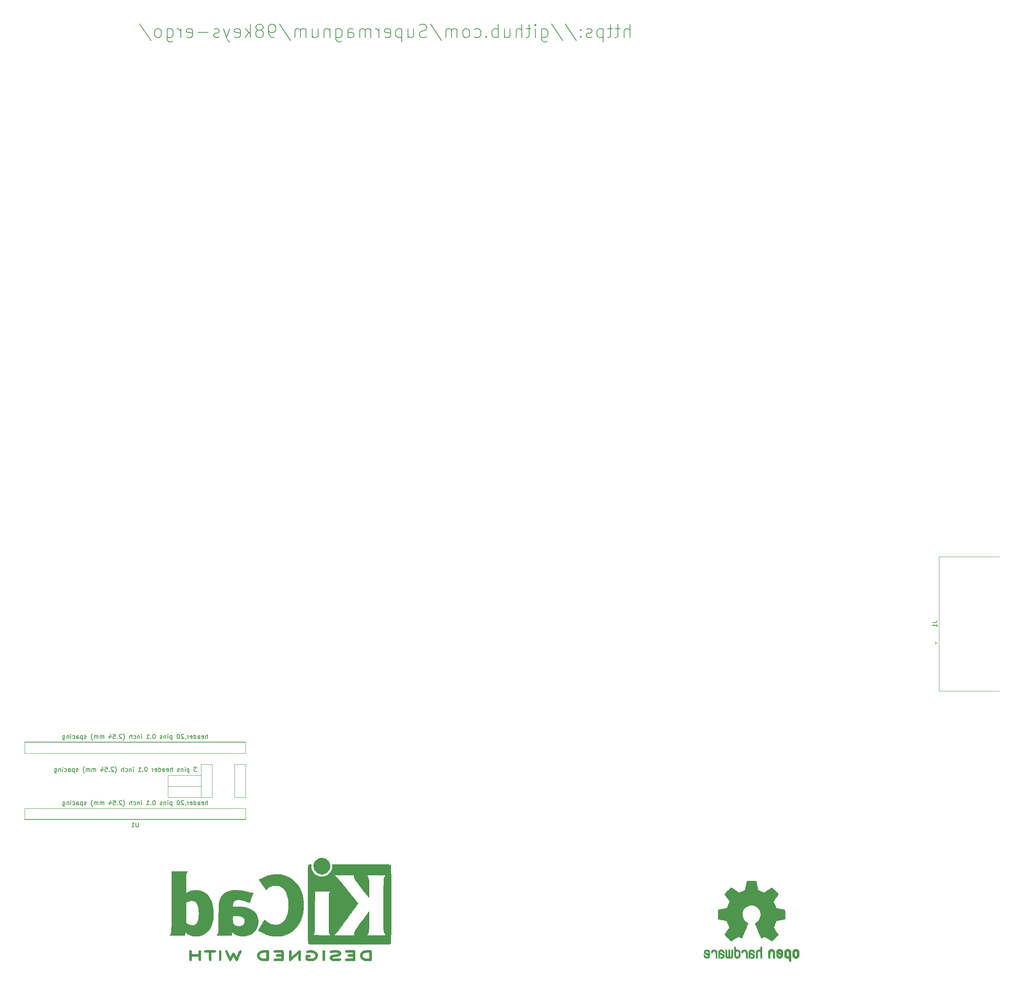
<source format=gbr>
%TF.GenerationSoftware,KiCad,Pcbnew,5.1.6-c6e7f7d~87~ubuntu20.04.1*%
%TF.CreationDate,2020-09-09T12:41:04+02:00*%
%TF.ProjectId,pcb-flat-left,7063622d-666c-4617-942d-6c6566742e6b,rev?*%
%TF.SameCoordinates,Original*%
%TF.FileFunction,Legend,Bot*%
%TF.FilePolarity,Positive*%
%FSLAX46Y46*%
G04 Gerber Fmt 4.6, Leading zero omitted, Abs format (unit mm)*
G04 Created by KiCad (PCBNEW 5.1.6-c6e7f7d~87~ubuntu20.04.1) date 2020-09-09 12:41:04*
%MOMM*%
%LPD*%
G01*
G04 APERTURE LIST*
%ADD10C,0.150000*%
%ADD11C,0.010000*%
%ADD12C,0.120000*%
G04 APERTURE END LIST*
D10*
X159742857Y-57957142D02*
X159742857Y-54957142D01*
X158457142Y-57957142D02*
X158457142Y-56385714D01*
X158600000Y-56100000D01*
X158885714Y-55957142D01*
X159314285Y-55957142D01*
X159600000Y-56100000D01*
X159742857Y-56242857D01*
X157457142Y-55957142D02*
X156314285Y-55957142D01*
X157028571Y-54957142D02*
X157028571Y-57528571D01*
X156885714Y-57814285D01*
X156600000Y-57957142D01*
X156314285Y-57957142D01*
X155742857Y-55957142D02*
X154600000Y-55957142D01*
X155314285Y-54957142D02*
X155314285Y-57528571D01*
X155171428Y-57814285D01*
X154885714Y-57957142D01*
X154600000Y-57957142D01*
X153600000Y-55957142D02*
X153600000Y-58957142D01*
X153600000Y-56100000D02*
X153314285Y-55957142D01*
X152742857Y-55957142D01*
X152457142Y-56100000D01*
X152314285Y-56242857D01*
X152171428Y-56528571D01*
X152171428Y-57385714D01*
X152314285Y-57671428D01*
X152457142Y-57814285D01*
X152742857Y-57957142D01*
X153314285Y-57957142D01*
X153600000Y-57814285D01*
X151028571Y-57814285D02*
X150742857Y-57957142D01*
X150171428Y-57957142D01*
X149885714Y-57814285D01*
X149742857Y-57528571D01*
X149742857Y-57385714D01*
X149885714Y-57100000D01*
X150171428Y-56957142D01*
X150600000Y-56957142D01*
X150885714Y-56814285D01*
X151028571Y-56528571D01*
X151028571Y-56385714D01*
X150885714Y-56100000D01*
X150600000Y-55957142D01*
X150171428Y-55957142D01*
X149885714Y-56100000D01*
X148457142Y-57671428D02*
X148314285Y-57814285D01*
X148457142Y-57957142D01*
X148600000Y-57814285D01*
X148457142Y-57671428D01*
X148457142Y-57957142D01*
X148457142Y-56100000D02*
X148314285Y-56242857D01*
X148457142Y-56385714D01*
X148600000Y-56242857D01*
X148457142Y-56100000D01*
X148457142Y-56385714D01*
X144885714Y-54814285D02*
X147457142Y-58671428D01*
X141742857Y-54814285D02*
X144314285Y-58671428D01*
X139457142Y-55957142D02*
X139457142Y-58385714D01*
X139600000Y-58671428D01*
X139742857Y-58814285D01*
X140028571Y-58957142D01*
X140457142Y-58957142D01*
X140742857Y-58814285D01*
X139457142Y-57814285D02*
X139742857Y-57957142D01*
X140314285Y-57957142D01*
X140600000Y-57814285D01*
X140742857Y-57671428D01*
X140885714Y-57385714D01*
X140885714Y-56528571D01*
X140742857Y-56242857D01*
X140600000Y-56100000D01*
X140314285Y-55957142D01*
X139742857Y-55957142D01*
X139457142Y-56100000D01*
X138028571Y-57957142D02*
X138028571Y-55957142D01*
X138028571Y-54957142D02*
X138171428Y-55100000D01*
X138028571Y-55242857D01*
X137885714Y-55100000D01*
X138028571Y-54957142D01*
X138028571Y-55242857D01*
X137028571Y-55957142D02*
X135885714Y-55957142D01*
X136599999Y-54957142D02*
X136599999Y-57528571D01*
X136457142Y-57814285D01*
X136171428Y-57957142D01*
X135885714Y-57957142D01*
X134885714Y-57957142D02*
X134885714Y-54957142D01*
X133599999Y-57957142D02*
X133599999Y-56385714D01*
X133742857Y-56100000D01*
X134028571Y-55957142D01*
X134457142Y-55957142D01*
X134742857Y-56100000D01*
X134885714Y-56242857D01*
X130885714Y-55957142D02*
X130885714Y-57957142D01*
X132171428Y-55957142D02*
X132171428Y-57528571D01*
X132028571Y-57814285D01*
X131742857Y-57957142D01*
X131314285Y-57957142D01*
X131028571Y-57814285D01*
X130885714Y-57671428D01*
X129457142Y-57957142D02*
X129457142Y-54957142D01*
X129457142Y-56100000D02*
X129171428Y-55957142D01*
X128599999Y-55957142D01*
X128314285Y-56100000D01*
X128171428Y-56242857D01*
X128028571Y-56528571D01*
X128028571Y-57385714D01*
X128171428Y-57671428D01*
X128314285Y-57814285D01*
X128599999Y-57957142D01*
X129171428Y-57957142D01*
X129457142Y-57814285D01*
X126742857Y-57671428D02*
X126599999Y-57814285D01*
X126742857Y-57957142D01*
X126885714Y-57814285D01*
X126742857Y-57671428D01*
X126742857Y-57957142D01*
X124028571Y-57814285D02*
X124314285Y-57957142D01*
X124885714Y-57957142D01*
X125171428Y-57814285D01*
X125314285Y-57671428D01*
X125457142Y-57385714D01*
X125457142Y-56528571D01*
X125314285Y-56242857D01*
X125171428Y-56100000D01*
X124885714Y-55957142D01*
X124314285Y-55957142D01*
X124028571Y-56100000D01*
X122314285Y-57957142D02*
X122599999Y-57814285D01*
X122742857Y-57671428D01*
X122885714Y-57385714D01*
X122885714Y-56528571D01*
X122742857Y-56242857D01*
X122599999Y-56100000D01*
X122314285Y-55957142D01*
X121885714Y-55957142D01*
X121599999Y-56100000D01*
X121457142Y-56242857D01*
X121314285Y-56528571D01*
X121314285Y-57385714D01*
X121457142Y-57671428D01*
X121599999Y-57814285D01*
X121885714Y-57957142D01*
X122314285Y-57957142D01*
X120028571Y-57957142D02*
X120028571Y-55957142D01*
X120028571Y-56242857D02*
X119885714Y-56100000D01*
X119599999Y-55957142D01*
X119171428Y-55957142D01*
X118885714Y-56100000D01*
X118742857Y-56385714D01*
X118742857Y-57957142D01*
X118742857Y-56385714D02*
X118599999Y-56100000D01*
X118314285Y-55957142D01*
X117885714Y-55957142D01*
X117599999Y-56100000D01*
X117457142Y-56385714D01*
X117457142Y-57957142D01*
X113885714Y-54814285D02*
X116457142Y-58671428D01*
X113028571Y-57814285D02*
X112599999Y-57957142D01*
X111885714Y-57957142D01*
X111599999Y-57814285D01*
X111457142Y-57671428D01*
X111314285Y-57385714D01*
X111314285Y-57100000D01*
X111457142Y-56814285D01*
X111599999Y-56671428D01*
X111885714Y-56528571D01*
X112457142Y-56385714D01*
X112742857Y-56242857D01*
X112885714Y-56100000D01*
X113028571Y-55814285D01*
X113028571Y-55528571D01*
X112885714Y-55242857D01*
X112742857Y-55100000D01*
X112457142Y-54957142D01*
X111742857Y-54957142D01*
X111314285Y-55100000D01*
X108742857Y-55957142D02*
X108742857Y-57957142D01*
X110028571Y-55957142D02*
X110028571Y-57528571D01*
X109885714Y-57814285D01*
X109599999Y-57957142D01*
X109171428Y-57957142D01*
X108885714Y-57814285D01*
X108742857Y-57671428D01*
X107314285Y-55957142D02*
X107314285Y-58957142D01*
X107314285Y-56100000D02*
X107028571Y-55957142D01*
X106457142Y-55957142D01*
X106171428Y-56100000D01*
X106028571Y-56242857D01*
X105885714Y-56528571D01*
X105885714Y-57385714D01*
X106028571Y-57671428D01*
X106171428Y-57814285D01*
X106457142Y-57957142D01*
X107028571Y-57957142D01*
X107314285Y-57814285D01*
X103457142Y-57814285D02*
X103742857Y-57957142D01*
X104314285Y-57957142D01*
X104599999Y-57814285D01*
X104742857Y-57528571D01*
X104742857Y-56385714D01*
X104599999Y-56100000D01*
X104314285Y-55957142D01*
X103742857Y-55957142D01*
X103457142Y-56100000D01*
X103314285Y-56385714D01*
X103314285Y-56671428D01*
X104742857Y-56957142D01*
X102028571Y-57957142D02*
X102028571Y-55957142D01*
X102028571Y-56528571D02*
X101885714Y-56242857D01*
X101742857Y-56100000D01*
X101457142Y-55957142D01*
X101171428Y-55957142D01*
X100171428Y-57957142D02*
X100171428Y-55957142D01*
X100171428Y-56242857D02*
X100028571Y-56100000D01*
X99742857Y-55957142D01*
X99314285Y-55957142D01*
X99028571Y-56100000D01*
X98885714Y-56385714D01*
X98885714Y-57957142D01*
X98885714Y-56385714D02*
X98742857Y-56100000D01*
X98457142Y-55957142D01*
X98028571Y-55957142D01*
X97742857Y-56100000D01*
X97599999Y-56385714D01*
X97599999Y-57957142D01*
X94885714Y-57957142D02*
X94885714Y-56385714D01*
X95028571Y-56100000D01*
X95314285Y-55957142D01*
X95885714Y-55957142D01*
X96171428Y-56100000D01*
X94885714Y-57814285D02*
X95171428Y-57957142D01*
X95885714Y-57957142D01*
X96171428Y-57814285D01*
X96314285Y-57528571D01*
X96314285Y-57242857D01*
X96171428Y-56957142D01*
X95885714Y-56814285D01*
X95171428Y-56814285D01*
X94885714Y-56671428D01*
X92171428Y-55957142D02*
X92171428Y-58385714D01*
X92314285Y-58671428D01*
X92457142Y-58814285D01*
X92742857Y-58957142D01*
X93171428Y-58957142D01*
X93457142Y-58814285D01*
X92171428Y-57814285D02*
X92457142Y-57957142D01*
X93028571Y-57957142D01*
X93314285Y-57814285D01*
X93457142Y-57671428D01*
X93599999Y-57385714D01*
X93599999Y-56528571D01*
X93457142Y-56242857D01*
X93314285Y-56100000D01*
X93028571Y-55957142D01*
X92457142Y-55957142D01*
X92171428Y-56100000D01*
X90742857Y-55957142D02*
X90742857Y-57957142D01*
X90742857Y-56242857D02*
X90599999Y-56100000D01*
X90314285Y-55957142D01*
X89885714Y-55957142D01*
X89599999Y-56100000D01*
X89457142Y-56385714D01*
X89457142Y-57957142D01*
X86742857Y-55957142D02*
X86742857Y-57957142D01*
X88028571Y-55957142D02*
X88028571Y-57528571D01*
X87885714Y-57814285D01*
X87599999Y-57957142D01*
X87171428Y-57957142D01*
X86885714Y-57814285D01*
X86742857Y-57671428D01*
X85314285Y-57957142D02*
X85314285Y-55957142D01*
X85314285Y-56242857D02*
X85171428Y-56100000D01*
X84885714Y-55957142D01*
X84457142Y-55957142D01*
X84171428Y-56100000D01*
X84028571Y-56385714D01*
X84028571Y-57957142D01*
X84028571Y-56385714D02*
X83885714Y-56100000D01*
X83599999Y-55957142D01*
X83171428Y-55957142D01*
X82885714Y-56100000D01*
X82742857Y-56385714D01*
X82742857Y-57957142D01*
X79171428Y-54814285D02*
X81742857Y-58671428D01*
X78028571Y-57957142D02*
X77457142Y-57957142D01*
X77171428Y-57814285D01*
X77028571Y-57671428D01*
X76742857Y-57242857D01*
X76599999Y-56671428D01*
X76599999Y-55528571D01*
X76742857Y-55242857D01*
X76885714Y-55100000D01*
X77171428Y-54957142D01*
X77742857Y-54957142D01*
X78028571Y-55100000D01*
X78171428Y-55242857D01*
X78314285Y-55528571D01*
X78314285Y-56242857D01*
X78171428Y-56528571D01*
X78028571Y-56671428D01*
X77742857Y-56814285D01*
X77171428Y-56814285D01*
X76885714Y-56671428D01*
X76742857Y-56528571D01*
X76599999Y-56242857D01*
X74885714Y-56242857D02*
X75171428Y-56100000D01*
X75314285Y-55957142D01*
X75457142Y-55671428D01*
X75457142Y-55528571D01*
X75314285Y-55242857D01*
X75171428Y-55100000D01*
X74885714Y-54957142D01*
X74314285Y-54957142D01*
X74028571Y-55100000D01*
X73885714Y-55242857D01*
X73742857Y-55528571D01*
X73742857Y-55671428D01*
X73885714Y-55957142D01*
X74028571Y-56100000D01*
X74314285Y-56242857D01*
X74885714Y-56242857D01*
X75171428Y-56385714D01*
X75314285Y-56528571D01*
X75457142Y-56814285D01*
X75457142Y-57385714D01*
X75314285Y-57671428D01*
X75171428Y-57814285D01*
X74885714Y-57957142D01*
X74314285Y-57957142D01*
X74028571Y-57814285D01*
X73885714Y-57671428D01*
X73742857Y-57385714D01*
X73742857Y-56814285D01*
X73885714Y-56528571D01*
X74028571Y-56385714D01*
X74314285Y-56242857D01*
X72457142Y-57957142D02*
X72457142Y-54957142D01*
X72171428Y-56814285D02*
X71314285Y-57957142D01*
X71314285Y-55957142D02*
X72457142Y-57100000D01*
X68885714Y-57814285D02*
X69171428Y-57957142D01*
X69742857Y-57957142D01*
X70028571Y-57814285D01*
X70171428Y-57528571D01*
X70171428Y-56385714D01*
X70028571Y-56100000D01*
X69742857Y-55957142D01*
X69171428Y-55957142D01*
X68885714Y-56100000D01*
X68742857Y-56385714D01*
X68742857Y-56671428D01*
X70171428Y-56957142D01*
X67742857Y-55957142D02*
X67028571Y-57957142D01*
X66314285Y-55957142D02*
X67028571Y-57957142D01*
X67314285Y-58671428D01*
X67457142Y-58814285D01*
X67742857Y-58957142D01*
X65314285Y-57814285D02*
X65028571Y-57957142D01*
X64457142Y-57957142D01*
X64171428Y-57814285D01*
X64028571Y-57528571D01*
X64028571Y-57385714D01*
X64171428Y-57100000D01*
X64457142Y-56957142D01*
X64885714Y-56957142D01*
X65171428Y-56814285D01*
X65314285Y-56528571D01*
X65314285Y-56385714D01*
X65171428Y-56100000D01*
X64885714Y-55957142D01*
X64457142Y-55957142D01*
X64171428Y-56100000D01*
X62742857Y-56814285D02*
X60457142Y-56814285D01*
X57885714Y-57814285D02*
X58171428Y-57957142D01*
X58742857Y-57957142D01*
X59028571Y-57814285D01*
X59171428Y-57528571D01*
X59171428Y-56385714D01*
X59028571Y-56100000D01*
X58742857Y-55957142D01*
X58171428Y-55957142D01*
X57885714Y-56100000D01*
X57742857Y-56385714D01*
X57742857Y-56671428D01*
X59171428Y-56957142D01*
X56457142Y-57957142D02*
X56457142Y-55957142D01*
X56457142Y-56528571D02*
X56314285Y-56242857D01*
X56171428Y-56100000D01*
X55885714Y-55957142D01*
X55599999Y-55957142D01*
X53314285Y-55957142D02*
X53314285Y-58385714D01*
X53457142Y-58671428D01*
X53599999Y-58814285D01*
X53885714Y-58957142D01*
X54314285Y-58957142D01*
X54599999Y-58814285D01*
X53314285Y-57814285D02*
X53599999Y-57957142D01*
X54171428Y-57957142D01*
X54457142Y-57814285D01*
X54599999Y-57671428D01*
X54742857Y-57385714D01*
X54742857Y-56528571D01*
X54599999Y-56242857D01*
X54457142Y-56100000D01*
X54171428Y-55957142D01*
X53599999Y-55957142D01*
X53314285Y-56100000D01*
X51457142Y-57957142D02*
X51742857Y-57814285D01*
X51885714Y-57671428D01*
X52028571Y-57385714D01*
X52028571Y-56528571D01*
X51885714Y-56242857D01*
X51742857Y-56100000D01*
X51457142Y-55957142D01*
X51028571Y-55957142D01*
X50742857Y-56100000D01*
X50599999Y-56242857D01*
X50457142Y-56528571D01*
X50457142Y-57385714D01*
X50599999Y-57671428D01*
X50742857Y-57814285D01*
X51028571Y-57957142D01*
X51457142Y-57957142D01*
X47028571Y-54814285D02*
X49599999Y-58671428D01*
D11*
%TO.C,REF\u002A\u002A*%
G36*
X195746834Y-267736506D02*
G01*
X195560916Y-267829204D01*
X195396820Y-267999885D01*
X195351628Y-268063107D01*
X195302396Y-268145834D01*
X195270453Y-268235687D01*
X195252178Y-268355608D01*
X195243952Y-268528537D01*
X195242145Y-268756835D01*
X195250303Y-269069693D01*
X195278659Y-269304598D01*
X195333038Y-269479847D01*
X195419263Y-269613738D01*
X195543159Y-269724569D01*
X195552263Y-269731131D01*
X195674366Y-269798256D01*
X195821400Y-269831467D01*
X196008396Y-269839655D01*
X196312387Y-269839655D01*
X196312515Y-270134762D01*
X196315344Y-270299117D01*
X196332582Y-270395523D01*
X196377630Y-270453343D01*
X196463886Y-270501941D01*
X196484601Y-270511869D01*
X196581538Y-270558398D01*
X196656593Y-270587786D01*
X196712402Y-270590324D01*
X196751603Y-270556302D01*
X196776832Y-270476012D01*
X196790728Y-270339743D01*
X196795927Y-270137787D01*
X196795066Y-269860434D01*
X196790784Y-269497976D01*
X196789447Y-269389560D01*
X196784629Y-269015837D01*
X196780313Y-268771369D01*
X196312643Y-268771369D01*
X196310015Y-268978877D01*
X196298333Y-269114645D01*
X196271903Y-269204192D01*
X196225031Y-269273039D01*
X196193207Y-269306618D01*
X196063108Y-269404869D01*
X195947921Y-269412866D01*
X195829066Y-269331730D01*
X195826053Y-269328736D01*
X195777695Y-269266030D01*
X195748278Y-269180808D01*
X195733440Y-269049564D01*
X195728819Y-268848793D01*
X195728735Y-268804314D01*
X195739902Y-268527639D01*
X195776253Y-268335842D01*
X195842059Y-268218757D01*
X195941593Y-268166215D01*
X195999119Y-268160920D01*
X196135649Y-268185767D01*
X196229298Y-268267581D01*
X196285670Y-268417270D01*
X196310367Y-268645743D01*
X196312643Y-268771369D01*
X196780313Y-268771369D01*
X196779522Y-268726587D01*
X196772922Y-268508970D01*
X196763623Y-268350146D01*
X196750423Y-268237274D01*
X196732115Y-268157513D01*
X196707497Y-268098023D01*
X196675363Y-268045963D01*
X196661585Y-268026373D01*
X196478812Y-267841328D01*
X196247724Y-267736412D01*
X195980410Y-267707163D01*
X195746834Y-267736506D01*
G37*
X195746834Y-267736506D02*
X195560916Y-267829204D01*
X195396820Y-267999885D01*
X195351628Y-268063107D01*
X195302396Y-268145834D01*
X195270453Y-268235687D01*
X195252178Y-268355608D01*
X195243952Y-268528537D01*
X195242145Y-268756835D01*
X195250303Y-269069693D01*
X195278659Y-269304598D01*
X195333038Y-269479847D01*
X195419263Y-269613738D01*
X195543159Y-269724569D01*
X195552263Y-269731131D01*
X195674366Y-269798256D01*
X195821400Y-269831467D01*
X196008396Y-269839655D01*
X196312387Y-269839655D01*
X196312515Y-270134762D01*
X196315344Y-270299117D01*
X196332582Y-270395523D01*
X196377630Y-270453343D01*
X196463886Y-270501941D01*
X196484601Y-270511869D01*
X196581538Y-270558398D01*
X196656593Y-270587786D01*
X196712402Y-270590324D01*
X196751603Y-270556302D01*
X196776832Y-270476012D01*
X196790728Y-270339743D01*
X196795927Y-270137787D01*
X196795066Y-269860434D01*
X196790784Y-269497976D01*
X196789447Y-269389560D01*
X196784629Y-269015837D01*
X196780313Y-268771369D01*
X196312643Y-268771369D01*
X196310015Y-268978877D01*
X196298333Y-269114645D01*
X196271903Y-269204192D01*
X196225031Y-269273039D01*
X196193207Y-269306618D01*
X196063108Y-269404869D01*
X195947921Y-269412866D01*
X195829066Y-269331730D01*
X195826053Y-269328736D01*
X195777695Y-269266030D01*
X195748278Y-269180808D01*
X195733440Y-269049564D01*
X195728819Y-268848793D01*
X195728735Y-268804314D01*
X195739902Y-268527639D01*
X195776253Y-268335842D01*
X195842059Y-268218757D01*
X195941593Y-268166215D01*
X195999119Y-268160920D01*
X196135649Y-268185767D01*
X196229298Y-268267581D01*
X196285670Y-268417270D01*
X196310367Y-268645743D01*
X196312643Y-268771369D01*
X196780313Y-268771369D01*
X196779522Y-268726587D01*
X196772922Y-268508970D01*
X196763623Y-268350146D01*
X196750423Y-268237274D01*
X196732115Y-268157513D01*
X196707497Y-268098023D01*
X196675363Y-268045963D01*
X196661585Y-268026373D01*
X196478812Y-267841328D01*
X196247724Y-267736412D01*
X195980410Y-267707163D01*
X195746834Y-267736506D01*
G36*
X192004284Y-267762865D02*
G01*
X191848128Y-267853190D01*
X191739559Y-267942845D01*
X191660155Y-268036776D01*
X191605454Y-268151646D01*
X191570990Y-268304114D01*
X191552299Y-268510844D01*
X191544919Y-268788496D01*
X191544061Y-268988086D01*
X191544061Y-269722766D01*
X191750862Y-269815472D01*
X191957662Y-269908179D01*
X191981992Y-269103492D01*
X191992045Y-268802966D01*
X192002591Y-268584835D01*
X192015657Y-268434186D01*
X192033271Y-268336107D01*
X192057461Y-268275688D01*
X192090254Y-268238016D01*
X192100775Y-268229862D01*
X192260187Y-268166178D01*
X192421321Y-268191378D01*
X192517241Y-268258238D01*
X192556259Y-268305616D01*
X192583267Y-268367787D01*
X192600432Y-268462039D01*
X192609918Y-268605657D01*
X192613893Y-268815931D01*
X192614559Y-269035070D01*
X192614690Y-269309999D01*
X192619397Y-269504602D01*
X192635154Y-269635851D01*
X192668433Y-269720718D01*
X192725707Y-269776177D01*
X192813447Y-269819201D01*
X192930638Y-269863907D01*
X193058632Y-269912571D01*
X193043396Y-269048910D01*
X193037261Y-268737565D01*
X193030082Y-268507483D01*
X193019795Y-268342614D01*
X193004330Y-268226909D01*
X192981621Y-268144316D01*
X192949601Y-268078788D01*
X192910997Y-268020974D01*
X192724747Y-267836283D01*
X192497479Y-267729481D01*
X192250291Y-267703898D01*
X192004284Y-267762865D01*
G37*
X192004284Y-267762865D02*
X191848128Y-267853190D01*
X191739559Y-267942845D01*
X191660155Y-268036776D01*
X191605454Y-268151646D01*
X191570990Y-268304114D01*
X191552299Y-268510844D01*
X191544919Y-268788496D01*
X191544061Y-268988086D01*
X191544061Y-269722766D01*
X191750862Y-269815472D01*
X191957662Y-269908179D01*
X191981992Y-269103492D01*
X191992045Y-268802966D01*
X192002591Y-268584835D01*
X192015657Y-268434186D01*
X192033271Y-268336107D01*
X192057461Y-268275688D01*
X192090254Y-268238016D01*
X192100775Y-268229862D01*
X192260187Y-268166178D01*
X192421321Y-268191378D01*
X192517241Y-268258238D01*
X192556259Y-268305616D01*
X192583267Y-268367787D01*
X192600432Y-268462039D01*
X192609918Y-268605657D01*
X192613893Y-268815931D01*
X192614559Y-269035070D01*
X192614690Y-269309999D01*
X192619397Y-269504602D01*
X192635154Y-269635851D01*
X192668433Y-269720718D01*
X192725707Y-269776177D01*
X192813447Y-269819201D01*
X192930638Y-269863907D01*
X193058632Y-269912571D01*
X193043396Y-269048910D01*
X193037261Y-268737565D01*
X193030082Y-268507483D01*
X193019795Y-268342614D01*
X193004330Y-268226909D01*
X192981621Y-268144316D01*
X192949601Y-268078788D01*
X192910997Y-268020974D01*
X192724747Y-267836283D01*
X192497479Y-267729481D01*
X192250291Y-267703898D01*
X192004284Y-267762865D01*
G36*
X197619632Y-267743358D02*
G01*
X197391564Y-267863280D01*
X197223248Y-268056278D01*
X197163459Y-268180355D01*
X197116934Y-268366653D01*
X197093118Y-268602045D01*
X197090860Y-268858952D01*
X197109008Y-269109799D01*
X197146411Y-269327009D01*
X197201916Y-269483005D01*
X197218975Y-269509871D01*
X197421030Y-269710415D01*
X197661022Y-269830529D01*
X197921434Y-269865680D01*
X198184753Y-269811337D01*
X198258033Y-269778756D01*
X198400739Y-269678353D01*
X198525986Y-269545225D01*
X198537823Y-269528341D01*
X198585935Y-269446969D01*
X198617738Y-269359984D01*
X198636526Y-269245475D01*
X198645592Y-269081530D01*
X198648229Y-268846240D01*
X198648275Y-268793487D01*
X198648154Y-268776699D01*
X198161685Y-268776699D01*
X198158854Y-268998761D01*
X198147712Y-269146123D01*
X198124291Y-269241308D01*
X198084619Y-269306837D01*
X198064367Y-269328736D01*
X197947940Y-269411953D01*
X197834902Y-269408158D01*
X197720609Y-269335973D01*
X197652441Y-269258911D01*
X197612070Y-269146429D01*
X197589398Y-268969055D01*
X197587843Y-268948367D01*
X197583973Y-268626911D01*
X197624417Y-268388167D01*
X197708626Y-268233600D01*
X197836053Y-268164678D01*
X197881540Y-268160920D01*
X198000981Y-268179821D01*
X198082683Y-268245306D01*
X198132637Y-268370544D01*
X198156834Y-268568704D01*
X198161685Y-268776699D01*
X198648154Y-268776699D01*
X198646463Y-268542765D01*
X198638853Y-268367582D01*
X198622186Y-268246191D01*
X198593201Y-268156847D01*
X198548640Y-268077803D01*
X198538793Y-268063107D01*
X198373280Y-267865011D01*
X198192930Y-267750014D01*
X197973365Y-267704365D01*
X197898805Y-267702135D01*
X197619632Y-267743358D01*
G37*
X197619632Y-267743358D02*
X197391564Y-267863280D01*
X197223248Y-268056278D01*
X197163459Y-268180355D01*
X197116934Y-268366653D01*
X197093118Y-268602045D01*
X197090860Y-268858952D01*
X197109008Y-269109799D01*
X197146411Y-269327009D01*
X197201916Y-269483005D01*
X197218975Y-269509871D01*
X197421030Y-269710415D01*
X197661022Y-269830529D01*
X197921434Y-269865680D01*
X198184753Y-269811337D01*
X198258033Y-269778756D01*
X198400739Y-269678353D01*
X198525986Y-269545225D01*
X198537823Y-269528341D01*
X198585935Y-269446969D01*
X198617738Y-269359984D01*
X198636526Y-269245475D01*
X198645592Y-269081530D01*
X198648229Y-268846240D01*
X198648275Y-268793487D01*
X198648154Y-268776699D01*
X198161685Y-268776699D01*
X198158854Y-268998761D01*
X198147712Y-269146123D01*
X198124291Y-269241308D01*
X198084619Y-269306837D01*
X198064367Y-269328736D01*
X197947940Y-269411953D01*
X197834902Y-269408158D01*
X197720609Y-269335973D01*
X197652441Y-269258911D01*
X197612070Y-269146429D01*
X197589398Y-268969055D01*
X197587843Y-268948367D01*
X197583973Y-268626911D01*
X197624417Y-268388167D01*
X197708626Y-268233600D01*
X197836053Y-268164678D01*
X197881540Y-268160920D01*
X198000981Y-268179821D01*
X198082683Y-268245306D01*
X198132637Y-268370544D01*
X198156834Y-268568704D01*
X198161685Y-268776699D01*
X198648154Y-268776699D01*
X198646463Y-268542765D01*
X198638853Y-268367582D01*
X198622186Y-268246191D01*
X198593201Y-268156847D01*
X198548640Y-268077803D01*
X198538793Y-268063107D01*
X198373280Y-267865011D01*
X198192930Y-267750014D01*
X197973365Y-267704365D01*
X197898805Y-267702135D01*
X197619632Y-267743358D01*
G36*
X193840747Y-267774461D02*
G01*
X193648903Y-267903519D01*
X193500648Y-268089915D01*
X193412084Y-268327109D01*
X193394172Y-268501691D01*
X193396206Y-268574544D01*
X193413240Y-268630324D01*
X193460064Y-268680298D01*
X193551473Y-268735733D01*
X193702258Y-268807896D01*
X193927213Y-268908055D01*
X193928352Y-268908558D01*
X194135415Y-269003396D01*
X194305212Y-269087609D01*
X194420388Y-269152133D01*
X194463590Y-269187900D01*
X194463601Y-269188188D01*
X194425525Y-269266074D01*
X194336484Y-269351924D01*
X194234263Y-269413769D01*
X194182474Y-269426054D01*
X194041184Y-269383564D01*
X193919512Y-269277152D01*
X193860145Y-269160156D01*
X193803033Y-269073905D01*
X193691161Y-268975681D01*
X193559654Y-268890827D01*
X193443632Y-268844681D01*
X193419371Y-268842146D01*
X193392062Y-268883868D01*
X193390416Y-268990519D01*
X193410486Y-269134321D01*
X193448322Y-269287501D01*
X193499977Y-269422283D01*
X193502586Y-269427516D01*
X193658031Y-269644557D01*
X193859493Y-269792185D01*
X194088288Y-269864644D01*
X194325733Y-269856177D01*
X194553146Y-269761027D01*
X194563257Y-269754337D01*
X194742150Y-269592211D01*
X194859780Y-269380682D01*
X194924877Y-269102543D01*
X194933613Y-269024398D01*
X194949086Y-268655549D01*
X194930537Y-268483541D01*
X194463601Y-268483541D01*
X194457534Y-268590838D01*
X194424351Y-268622152D01*
X194341623Y-268598725D01*
X194211221Y-268543348D01*
X194065457Y-268473932D01*
X194061834Y-268472094D01*
X193938283Y-268407108D01*
X193888697Y-268363740D01*
X193900925Y-268318275D01*
X193952412Y-268258536D01*
X194083399Y-268172085D01*
X194224462Y-268165733D01*
X194350995Y-268228649D01*
X194438392Y-268350003D01*
X194463601Y-268483541D01*
X194930537Y-268483541D01*
X194917260Y-268360435D01*
X194835609Y-268126382D01*
X194721939Y-267962413D01*
X194516775Y-267796716D01*
X194290786Y-267714519D01*
X194060075Y-267709281D01*
X193840747Y-267774461D01*
G37*
X193840747Y-267774461D02*
X193648903Y-267903519D01*
X193500648Y-268089915D01*
X193412084Y-268327109D01*
X193394172Y-268501691D01*
X193396206Y-268574544D01*
X193413240Y-268630324D01*
X193460064Y-268680298D01*
X193551473Y-268735733D01*
X193702258Y-268807896D01*
X193927213Y-268908055D01*
X193928352Y-268908558D01*
X194135415Y-269003396D01*
X194305212Y-269087609D01*
X194420388Y-269152133D01*
X194463590Y-269187900D01*
X194463601Y-269188188D01*
X194425525Y-269266074D01*
X194336484Y-269351924D01*
X194234263Y-269413769D01*
X194182474Y-269426054D01*
X194041184Y-269383564D01*
X193919512Y-269277152D01*
X193860145Y-269160156D01*
X193803033Y-269073905D01*
X193691161Y-268975681D01*
X193559654Y-268890827D01*
X193443632Y-268844681D01*
X193419371Y-268842146D01*
X193392062Y-268883868D01*
X193390416Y-268990519D01*
X193410486Y-269134321D01*
X193448322Y-269287501D01*
X193499977Y-269422283D01*
X193502586Y-269427516D01*
X193658031Y-269644557D01*
X193859493Y-269792185D01*
X194088288Y-269864644D01*
X194325733Y-269856177D01*
X194553146Y-269761027D01*
X194563257Y-269754337D01*
X194742150Y-269592211D01*
X194859780Y-269380682D01*
X194924877Y-269102543D01*
X194933613Y-269024398D01*
X194949086Y-268655549D01*
X194930537Y-268483541D01*
X194463601Y-268483541D01*
X194457534Y-268590838D01*
X194424351Y-268622152D01*
X194341623Y-268598725D01*
X194211221Y-268543348D01*
X194065457Y-268473932D01*
X194061834Y-268472094D01*
X193938283Y-268407108D01*
X193888697Y-268363740D01*
X193900925Y-268318275D01*
X193952412Y-268258536D01*
X194083399Y-268172085D01*
X194224462Y-268165733D01*
X194350995Y-268228649D01*
X194438392Y-268350003D01*
X194463601Y-268483541D01*
X194930537Y-268483541D01*
X194917260Y-268360435D01*
X194835609Y-268126382D01*
X194721939Y-267962413D01*
X194516775Y-267796716D01*
X194290786Y-267714519D01*
X194060075Y-267709281D01*
X193840747Y-267774461D01*
G36*
X189792337Y-267506429D02*
G01*
X189778077Y-267705313D01*
X189761698Y-267822511D01*
X189739002Y-267873632D01*
X189705788Y-267874286D01*
X189695019Y-267868183D01*
X189551767Y-267823997D01*
X189365425Y-267826577D01*
X189175976Y-267871999D01*
X189057483Y-267930759D01*
X188935991Y-268024631D01*
X188847177Y-268130865D01*
X188786208Y-268265850D01*
X188748250Y-268445976D01*
X188728468Y-268687633D01*
X188722030Y-269007211D01*
X188721914Y-269068516D01*
X188721839Y-269757147D01*
X188875077Y-269810566D01*
X188983913Y-269846908D01*
X189043626Y-269863828D01*
X189045383Y-269863985D01*
X189051264Y-269818100D01*
X189056268Y-269691539D01*
X189060016Y-269500941D01*
X189062127Y-269262948D01*
X189062452Y-269118252D01*
X189063129Y-268832955D01*
X189066614Y-268628480D01*
X189075088Y-268488334D01*
X189090734Y-268396023D01*
X189115731Y-268335053D01*
X189152262Y-268288931D01*
X189175071Y-268266720D01*
X189331751Y-268177214D01*
X189502726Y-268170511D01*
X189657850Y-268246208D01*
X189686537Y-268273539D01*
X189728613Y-268324929D01*
X189757799Y-268385886D01*
X189776429Y-268474025D01*
X189786839Y-268606961D01*
X189791363Y-268802309D01*
X189792337Y-269071652D01*
X189792337Y-269757147D01*
X189945575Y-269810566D01*
X190054411Y-269846908D01*
X190114124Y-269863828D01*
X190115881Y-269863985D01*
X190120375Y-269817414D01*
X190124425Y-269686051D01*
X190127870Y-269482422D01*
X190130547Y-269219054D01*
X190132294Y-268908471D01*
X190132949Y-268563201D01*
X190132950Y-268547843D01*
X190132950Y-267231701D01*
X189816666Y-267098289D01*
X189792337Y-267506429D01*
G37*
X189792337Y-267506429D02*
X189778077Y-267705313D01*
X189761698Y-267822511D01*
X189739002Y-267873632D01*
X189705788Y-267874286D01*
X189695019Y-267868183D01*
X189551767Y-267823997D01*
X189365425Y-267826577D01*
X189175976Y-267871999D01*
X189057483Y-267930759D01*
X188935991Y-268024631D01*
X188847177Y-268130865D01*
X188786208Y-268265850D01*
X188748250Y-268445976D01*
X188728468Y-268687633D01*
X188722030Y-269007211D01*
X188721914Y-269068516D01*
X188721839Y-269757147D01*
X188875077Y-269810566D01*
X188983913Y-269846908D01*
X189043626Y-269863828D01*
X189045383Y-269863985D01*
X189051264Y-269818100D01*
X189056268Y-269691539D01*
X189060016Y-269500941D01*
X189062127Y-269262948D01*
X189062452Y-269118252D01*
X189063129Y-268832955D01*
X189066614Y-268628480D01*
X189075088Y-268488334D01*
X189090734Y-268396023D01*
X189115731Y-268335053D01*
X189152262Y-268288931D01*
X189175071Y-268266720D01*
X189331751Y-268177214D01*
X189502726Y-268170511D01*
X189657850Y-268246208D01*
X189686537Y-268273539D01*
X189728613Y-268324929D01*
X189757799Y-268385886D01*
X189776429Y-268474025D01*
X189786839Y-268606961D01*
X189791363Y-268802309D01*
X189792337Y-269071652D01*
X189792337Y-269757147D01*
X189945575Y-269810566D01*
X190054411Y-269846908D01*
X190114124Y-269863828D01*
X190115881Y-269863985D01*
X190120375Y-269817414D01*
X190124425Y-269686051D01*
X190127870Y-269482422D01*
X190130547Y-269219054D01*
X190132294Y-268908471D01*
X190132949Y-268563201D01*
X190132950Y-268547843D01*
X190132950Y-267231701D01*
X189816666Y-267098289D01*
X189792337Y-267506429D01*
G36*
X187566759Y-267840601D02*
G01*
X187376095Y-267911403D01*
X187373914Y-267912764D01*
X187255994Y-267999550D01*
X187168940Y-268100973D01*
X187107714Y-268233145D01*
X187067277Y-268412182D01*
X187042591Y-268654195D01*
X187028618Y-268975299D01*
X187027393Y-269021048D01*
X187009800Y-269710869D01*
X187157848Y-269787427D01*
X187264970Y-269839163D01*
X187329649Y-269863678D01*
X187332641Y-269863985D01*
X187343834Y-269818751D01*
X187352725Y-269696736D01*
X187358194Y-269518468D01*
X187359387Y-269374116D01*
X187359414Y-269140271D01*
X187370104Y-268993419D01*
X187407367Y-268923376D01*
X187487112Y-268919958D01*
X187625251Y-268972983D01*
X187833812Y-269070454D01*
X187987171Y-269151409D01*
X188066048Y-269221644D01*
X188089236Y-269298194D01*
X188089272Y-269301982D01*
X188051007Y-269433852D01*
X187937717Y-269505091D01*
X187764336Y-269515410D01*
X187639450Y-269513620D01*
X187573601Y-269549589D01*
X187532536Y-269635985D01*
X187508901Y-269746054D01*
X187542961Y-269808508D01*
X187555786Y-269817446D01*
X187676528Y-269853343D01*
X187845612Y-269858426D01*
X188019739Y-269834631D01*
X188143124Y-269791147D01*
X188313713Y-269646309D01*
X188410681Y-269444694D01*
X188429885Y-269287180D01*
X188415230Y-269145104D01*
X188362199Y-269029127D01*
X188257194Y-268926121D01*
X188086614Y-268822954D01*
X187836862Y-268706496D01*
X187821647Y-268699914D01*
X187596671Y-268595981D01*
X187457843Y-268510743D01*
X187398338Y-268434147D01*
X187411328Y-268356139D01*
X187489988Y-268266664D01*
X187513510Y-268246073D01*
X187671067Y-268166236D01*
X187834323Y-268169597D01*
X187976505Y-268247874D01*
X188070840Y-268392781D01*
X188079605Y-268421224D01*
X188164962Y-268559174D01*
X188273271Y-268625620D01*
X188429885Y-268691471D01*
X188429885Y-268521097D01*
X188382244Y-268273454D01*
X188240841Y-268046307D01*
X188167258Y-267970318D01*
X187999991Y-267872790D01*
X187787274Y-267828640D01*
X187566759Y-267840601D01*
G37*
X187566759Y-267840601D02*
X187376095Y-267911403D01*
X187373914Y-267912764D01*
X187255994Y-267999550D01*
X187168940Y-268100973D01*
X187107714Y-268233145D01*
X187067277Y-268412182D01*
X187042591Y-268654195D01*
X187028618Y-268975299D01*
X187027393Y-269021048D01*
X187009800Y-269710869D01*
X187157848Y-269787427D01*
X187264970Y-269839163D01*
X187329649Y-269863678D01*
X187332641Y-269863985D01*
X187343834Y-269818751D01*
X187352725Y-269696736D01*
X187358194Y-269518468D01*
X187359387Y-269374116D01*
X187359414Y-269140271D01*
X187370104Y-268993419D01*
X187407367Y-268923376D01*
X187487112Y-268919958D01*
X187625251Y-268972983D01*
X187833812Y-269070454D01*
X187987171Y-269151409D01*
X188066048Y-269221644D01*
X188089236Y-269298194D01*
X188089272Y-269301982D01*
X188051007Y-269433852D01*
X187937717Y-269505091D01*
X187764336Y-269515410D01*
X187639450Y-269513620D01*
X187573601Y-269549589D01*
X187532536Y-269635985D01*
X187508901Y-269746054D01*
X187542961Y-269808508D01*
X187555786Y-269817446D01*
X187676528Y-269853343D01*
X187845612Y-269858426D01*
X188019739Y-269834631D01*
X188143124Y-269791147D01*
X188313713Y-269646309D01*
X188410681Y-269444694D01*
X188429885Y-269287180D01*
X188415230Y-269145104D01*
X188362199Y-269029127D01*
X188257194Y-268926121D01*
X188086614Y-268822954D01*
X187836862Y-268706496D01*
X187821647Y-268699914D01*
X187596671Y-268595981D01*
X187457843Y-268510743D01*
X187398338Y-268434147D01*
X187411328Y-268356139D01*
X187489988Y-268266664D01*
X187513510Y-268246073D01*
X187671067Y-268166236D01*
X187834323Y-268169597D01*
X187976505Y-268247874D01*
X188070840Y-268392781D01*
X188079605Y-268421224D01*
X188164962Y-268559174D01*
X188273271Y-268625620D01*
X188429885Y-268691471D01*
X188429885Y-268521097D01*
X188382244Y-268273454D01*
X188240841Y-268046307D01*
X188167258Y-267970318D01*
X187999991Y-267872790D01*
X187787274Y-267828640D01*
X187566759Y-267840601D01*
G36*
X185923428Y-267836534D02*
G01*
X185702391Y-267918099D01*
X185523317Y-268062366D01*
X185453280Y-268163920D01*
X185376929Y-268350268D01*
X185378515Y-268485010D01*
X185458653Y-268575631D01*
X185488304Y-268591040D01*
X185616326Y-268639084D01*
X185681706Y-268626776D01*
X185703852Y-268546098D01*
X185704980Y-268501533D01*
X185745523Y-268337581D01*
X185851198Y-268222891D01*
X185998076Y-268167497D01*
X186162227Y-268181435D01*
X186295663Y-268253827D01*
X186340731Y-268295120D01*
X186372677Y-268345216D01*
X186394256Y-268420942D01*
X186408227Y-268539128D01*
X186417345Y-268716600D01*
X186424369Y-268970186D01*
X186426188Y-269050479D01*
X186432822Y-269325158D01*
X186440364Y-269518481D01*
X186451675Y-269646388D01*
X186469615Y-269724822D01*
X186497045Y-269769725D01*
X186536823Y-269797038D01*
X186562290Y-269809105D01*
X186670444Y-269850367D01*
X186734110Y-269863985D01*
X186755146Y-269818505D01*
X186767987Y-269681006D01*
X186772700Y-269449902D01*
X186769356Y-269123604D01*
X186768314Y-269073276D01*
X186760965Y-268775581D01*
X186752274Y-268558205D01*
X186739908Y-268404153D01*
X186721530Y-268296430D01*
X186694805Y-268218042D01*
X186657398Y-268151994D01*
X186637830Y-268123691D01*
X186525634Y-267998467D01*
X186400150Y-267901063D01*
X186384787Y-267892561D01*
X186159777Y-267825433D01*
X185923428Y-267836534D01*
G37*
X185923428Y-267836534D02*
X185702391Y-267918099D01*
X185523317Y-268062366D01*
X185453280Y-268163920D01*
X185376929Y-268350268D01*
X185378515Y-268485010D01*
X185458653Y-268575631D01*
X185488304Y-268591040D01*
X185616326Y-268639084D01*
X185681706Y-268626776D01*
X185703852Y-268546098D01*
X185704980Y-268501533D01*
X185745523Y-268337581D01*
X185851198Y-268222891D01*
X185998076Y-268167497D01*
X186162227Y-268181435D01*
X186295663Y-268253827D01*
X186340731Y-268295120D01*
X186372677Y-268345216D01*
X186394256Y-268420942D01*
X186408227Y-268539128D01*
X186417345Y-268716600D01*
X186424369Y-268970186D01*
X186426188Y-269050479D01*
X186432822Y-269325158D01*
X186440364Y-269518481D01*
X186451675Y-269646388D01*
X186469615Y-269724822D01*
X186497045Y-269769725D01*
X186536823Y-269797038D01*
X186562290Y-269809105D01*
X186670444Y-269850367D01*
X186734110Y-269863985D01*
X186755146Y-269818505D01*
X186767987Y-269681006D01*
X186772700Y-269449902D01*
X186769356Y-269123604D01*
X186768314Y-269073276D01*
X186760965Y-268775581D01*
X186752274Y-268558205D01*
X186739908Y-268404153D01*
X186721530Y-268296430D01*
X186694805Y-268218042D01*
X186657398Y-268151994D01*
X186637830Y-268123691D01*
X186525634Y-267998467D01*
X186400150Y-267901063D01*
X186384787Y-267892561D01*
X186159777Y-267825433D01*
X185923428Y-267836534D01*
G36*
X183710143Y-268224093D02*
G01*
X183710761Y-268587769D01*
X183713153Y-268867532D01*
X183718329Y-269076784D01*
X183727296Y-269228926D01*
X183741064Y-269337359D01*
X183760639Y-269415485D01*
X183787032Y-269476707D01*
X183807016Y-269511652D01*
X183972517Y-269701157D01*
X184182352Y-269819942D01*
X184414514Y-269862564D01*
X184646992Y-269823583D01*
X184785428Y-269753532D01*
X184930758Y-269632353D01*
X185029805Y-269484354D01*
X185089565Y-269290534D01*
X185117031Y-269031892D01*
X185120921Y-268842146D01*
X185120397Y-268828510D01*
X184780459Y-268828510D01*
X184778383Y-269046096D01*
X184768870Y-269190134D01*
X184746992Y-269284364D01*
X184707824Y-269352523D01*
X184661024Y-269403936D01*
X184503854Y-269503175D01*
X184335100Y-269511653D01*
X184175607Y-269428799D01*
X184163193Y-269417572D01*
X184110209Y-269359171D01*
X184076986Y-269289686D01*
X184059000Y-269186270D01*
X184051725Y-269026073D01*
X184050574Y-268848965D01*
X184053068Y-268626467D01*
X184063392Y-268478037D01*
X184085809Y-268380489D01*
X184124582Y-268310637D01*
X184156374Y-268273539D01*
X184304061Y-268179975D01*
X184474154Y-268168725D01*
X184636508Y-268240190D01*
X184667840Y-268266720D01*
X184721178Y-268325636D01*
X184754469Y-268395837D01*
X184772344Y-268500418D01*
X184779434Y-268662479D01*
X184780459Y-268828510D01*
X185120397Y-268828510D01*
X185109160Y-268536579D01*
X185069213Y-268306993D01*
X184994087Y-268134387D01*
X184876786Y-267999760D01*
X184785428Y-267930759D01*
X184619373Y-267856214D01*
X184426908Y-267821613D01*
X184248001Y-267830875D01*
X184147892Y-267868238D01*
X184108607Y-267878872D01*
X184082539Y-267839225D01*
X184064342Y-267732981D01*
X184050574Y-267571145D01*
X184035501Y-267390902D01*
X184014564Y-267282458D01*
X183976468Y-267220446D01*
X183909915Y-267179499D01*
X183868103Y-267161366D01*
X183709961Y-267095120D01*
X183710143Y-268224093D01*
G37*
X183710143Y-268224093D02*
X183710761Y-268587769D01*
X183713153Y-268867532D01*
X183718329Y-269076784D01*
X183727296Y-269228926D01*
X183741064Y-269337359D01*
X183760639Y-269415485D01*
X183787032Y-269476707D01*
X183807016Y-269511652D01*
X183972517Y-269701157D01*
X184182352Y-269819942D01*
X184414514Y-269862564D01*
X184646992Y-269823583D01*
X184785428Y-269753532D01*
X184930758Y-269632353D01*
X185029805Y-269484354D01*
X185089565Y-269290534D01*
X185117031Y-269031892D01*
X185120921Y-268842146D01*
X185120397Y-268828510D01*
X184780459Y-268828510D01*
X184778383Y-269046096D01*
X184768870Y-269190134D01*
X184746992Y-269284364D01*
X184707824Y-269352523D01*
X184661024Y-269403936D01*
X184503854Y-269503175D01*
X184335100Y-269511653D01*
X184175607Y-269428799D01*
X184163193Y-269417572D01*
X184110209Y-269359171D01*
X184076986Y-269289686D01*
X184059000Y-269186270D01*
X184051725Y-269026073D01*
X184050574Y-268848965D01*
X184053068Y-268626467D01*
X184063392Y-268478037D01*
X184085809Y-268380489D01*
X184124582Y-268310637D01*
X184156374Y-268273539D01*
X184304061Y-268179975D01*
X184474154Y-268168725D01*
X184636508Y-268240190D01*
X184667840Y-268266720D01*
X184721178Y-268325636D01*
X184754469Y-268395837D01*
X184772344Y-268500418D01*
X184779434Y-268662479D01*
X184780459Y-268828510D01*
X185120397Y-268828510D01*
X185109160Y-268536579D01*
X185069213Y-268306993D01*
X184994087Y-268134387D01*
X184876786Y-267999760D01*
X184785428Y-267930759D01*
X184619373Y-267856214D01*
X184426908Y-267821613D01*
X184248001Y-267830875D01*
X184147892Y-267868238D01*
X184108607Y-267878872D01*
X184082539Y-267839225D01*
X184064342Y-267732981D01*
X184050574Y-267571145D01*
X184035501Y-267390902D01*
X184014564Y-267282458D01*
X183976468Y-267220446D01*
X183909915Y-267179499D01*
X183868103Y-267161366D01*
X183709961Y-267095120D01*
X183710143Y-268224093D01*
G36*
X181733127Y-267866400D02*
G01*
X181725701Y-267994422D01*
X181719882Y-268188985D01*
X181716141Y-268434702D01*
X181714942Y-268692426D01*
X181714942Y-269564545D01*
X181868925Y-269718528D01*
X181975037Y-269813412D01*
X182068184Y-269851845D01*
X182195496Y-269849413D01*
X182246032Y-269843223D01*
X182403983Y-269825210D01*
X182534629Y-269814888D01*
X182566475Y-269813935D01*
X182673834Y-269820171D01*
X182827381Y-269835824D01*
X182886917Y-269843223D01*
X183033143Y-269854668D01*
X183131411Y-269829808D01*
X183228850Y-269753058D01*
X183264024Y-269718528D01*
X183418007Y-269564545D01*
X183418007Y-267933246D01*
X183294070Y-267876776D01*
X183187350Y-267834950D01*
X183124913Y-267820307D01*
X183108904Y-267866583D01*
X183093942Y-267995884D01*
X183081022Y-268193914D01*
X183071143Y-268446380D01*
X183066378Y-268659675D01*
X183053065Y-269499042D01*
X182936920Y-269515464D01*
X182831284Y-269503982D01*
X182779523Y-269466805D01*
X182765055Y-269397298D01*
X182752702Y-269249240D01*
X182743448Y-269041391D01*
X182738272Y-268792512D01*
X182737526Y-268664435D01*
X182736781Y-267927145D01*
X182583543Y-267873726D01*
X182475084Y-267837406D01*
X182416087Y-267820468D01*
X182414386Y-267820307D01*
X182408467Y-267866349D01*
X182401961Y-267994018D01*
X182395414Y-268187632D01*
X182389373Y-268431507D01*
X182385152Y-268659675D01*
X182371839Y-269499042D01*
X182079885Y-269499042D01*
X182066487Y-268733275D01*
X182053090Y-267967508D01*
X181910762Y-267893908D01*
X181805678Y-267843366D01*
X181743483Y-267820431D01*
X181741688Y-267820307D01*
X181733127Y-267866400D01*
G37*
X181733127Y-267866400D02*
X181725701Y-267994422D01*
X181719882Y-268188985D01*
X181716141Y-268434702D01*
X181714942Y-268692426D01*
X181714942Y-269564545D01*
X181868925Y-269718528D01*
X181975037Y-269813412D01*
X182068184Y-269851845D01*
X182195496Y-269849413D01*
X182246032Y-269843223D01*
X182403983Y-269825210D01*
X182534629Y-269814888D01*
X182566475Y-269813935D01*
X182673834Y-269820171D01*
X182827381Y-269835824D01*
X182886917Y-269843223D01*
X183033143Y-269854668D01*
X183131411Y-269829808D01*
X183228850Y-269753058D01*
X183264024Y-269718528D01*
X183418007Y-269564545D01*
X183418007Y-267933246D01*
X183294070Y-267876776D01*
X183187350Y-267834950D01*
X183124913Y-267820307D01*
X183108904Y-267866583D01*
X183093942Y-267995884D01*
X183081022Y-268193914D01*
X183071143Y-268446380D01*
X183066378Y-268659675D01*
X183053065Y-269499042D01*
X182936920Y-269515464D01*
X182831284Y-269503982D01*
X182779523Y-269466805D01*
X182765055Y-269397298D01*
X182752702Y-269249240D01*
X182743448Y-269041391D01*
X182738272Y-268792512D01*
X182737526Y-268664435D01*
X182736781Y-267927145D01*
X182583543Y-267873726D01*
X182475084Y-267837406D01*
X182416087Y-267820468D01*
X182414386Y-267820307D01*
X182408467Y-267866349D01*
X182401961Y-267994018D01*
X182395414Y-268187632D01*
X182389373Y-268431507D01*
X182385152Y-268659675D01*
X182371839Y-269499042D01*
X182079885Y-269499042D01*
X182066487Y-268733275D01*
X182053090Y-267967508D01*
X181910762Y-267893908D01*
X181805678Y-267843366D01*
X181743483Y-267820431D01*
X181741688Y-267820307D01*
X181733127Y-267866400D01*
G36*
X180509322Y-267858594D02*
G01*
X180369218Y-267922323D01*
X180259250Y-267999543D01*
X180178676Y-268085887D01*
X180123046Y-268197272D01*
X180087911Y-268349616D01*
X180068821Y-268558835D01*
X180061328Y-268840846D01*
X180060536Y-269026555D01*
X180060536Y-269751046D01*
X180184473Y-269807515D01*
X180282090Y-269848787D01*
X180330450Y-269863985D01*
X180339702Y-269818762D01*
X180347042Y-269696824D01*
X180351536Y-269518772D01*
X180352490Y-269377395D01*
X180356590Y-269173146D01*
X180367646Y-269011113D01*
X180383789Y-268911891D01*
X180396613Y-268890805D01*
X180482814Y-268912338D01*
X180618138Y-268967566D01*
X180774830Y-269042436D01*
X180925137Y-269122892D01*
X181041307Y-269194880D01*
X181095587Y-269244346D01*
X181095802Y-269244881D01*
X181091133Y-269336428D01*
X181049268Y-269423820D01*
X180975765Y-269494802D01*
X180868484Y-269518543D01*
X180776798Y-269515777D01*
X180646942Y-269513741D01*
X180578779Y-269544164D01*
X180537841Y-269624543D01*
X180532679Y-269639700D01*
X180514933Y-269754331D01*
X180562391Y-269823934D01*
X180686093Y-269857105D01*
X180819719Y-269863240D01*
X181060183Y-269817763D01*
X181184662Y-269752817D01*
X181338395Y-269600246D01*
X181419927Y-269412971D01*
X181427244Y-269215085D01*
X181358331Y-269030685D01*
X181254672Y-268915134D01*
X181151177Y-268850442D01*
X180988508Y-268768542D01*
X180798946Y-268685486D01*
X180767350Y-268672795D01*
X180559131Y-268580908D01*
X180439102Y-268499923D01*
X180400499Y-268419413D01*
X180436560Y-268328950D01*
X180498467Y-268258238D01*
X180644787Y-268171170D01*
X180805783Y-268164640D01*
X180953427Y-268231735D01*
X181059690Y-268365544D01*
X181073638Y-268400067D01*
X181154840Y-268527042D01*
X181273392Y-268621309D01*
X181422988Y-268698668D01*
X181422988Y-268479307D01*
X181414183Y-268345280D01*
X181376430Y-268239644D01*
X181292721Y-268126939D01*
X181212364Y-268040127D01*
X181087409Y-267917204D01*
X180990323Y-267851171D01*
X180886046Y-267824684D01*
X180768011Y-267820307D01*
X180509322Y-267858594D01*
G37*
X180509322Y-267858594D02*
X180369218Y-267922323D01*
X180259250Y-267999543D01*
X180178676Y-268085887D01*
X180123046Y-268197272D01*
X180087911Y-268349616D01*
X180068821Y-268558835D01*
X180061328Y-268840846D01*
X180060536Y-269026555D01*
X180060536Y-269751046D01*
X180184473Y-269807515D01*
X180282090Y-269848787D01*
X180330450Y-269863985D01*
X180339702Y-269818762D01*
X180347042Y-269696824D01*
X180351536Y-269518772D01*
X180352490Y-269377395D01*
X180356590Y-269173146D01*
X180367646Y-269011113D01*
X180383789Y-268911891D01*
X180396613Y-268890805D01*
X180482814Y-268912338D01*
X180618138Y-268967566D01*
X180774830Y-269042436D01*
X180925137Y-269122892D01*
X181041307Y-269194880D01*
X181095587Y-269244346D01*
X181095802Y-269244881D01*
X181091133Y-269336428D01*
X181049268Y-269423820D01*
X180975765Y-269494802D01*
X180868484Y-269518543D01*
X180776798Y-269515777D01*
X180646942Y-269513741D01*
X180578779Y-269544164D01*
X180537841Y-269624543D01*
X180532679Y-269639700D01*
X180514933Y-269754331D01*
X180562391Y-269823934D01*
X180686093Y-269857105D01*
X180819719Y-269863240D01*
X181060183Y-269817763D01*
X181184662Y-269752817D01*
X181338395Y-269600246D01*
X181419927Y-269412971D01*
X181427244Y-269215085D01*
X181358331Y-269030685D01*
X181254672Y-268915134D01*
X181151177Y-268850442D01*
X180988508Y-268768542D01*
X180798946Y-268685486D01*
X180767350Y-268672795D01*
X180559131Y-268580908D01*
X180439102Y-268499923D01*
X180400499Y-268419413D01*
X180436560Y-268328950D01*
X180498467Y-268258238D01*
X180644787Y-268171170D01*
X180805783Y-268164640D01*
X180953427Y-268231735D01*
X181059690Y-268365544D01*
X181073638Y-268400067D01*
X181154840Y-268527042D01*
X181273392Y-268621309D01*
X181422988Y-268698668D01*
X181422988Y-268479307D01*
X181414183Y-268345280D01*
X181376430Y-268239644D01*
X181292721Y-268126939D01*
X181212364Y-268040127D01*
X181087409Y-267917204D01*
X180990323Y-267851171D01*
X180886046Y-267824684D01*
X180768011Y-267820307D01*
X180509322Y-267858594D01*
G36*
X178807184Y-267866697D02*
G01*
X178749024Y-267892116D01*
X178610205Y-268002059D01*
X178491495Y-268161030D01*
X178418079Y-268330677D01*
X178406130Y-268414313D01*
X178446191Y-268531078D01*
X178534065Y-268592862D01*
X178628282Y-268630273D01*
X178671423Y-268637167D01*
X178692429Y-268587138D01*
X178733910Y-268478269D01*
X178752108Y-268429076D01*
X178854152Y-268258913D01*
X179001897Y-268174038D01*
X179191345Y-268176648D01*
X179205377Y-268179991D01*
X179306519Y-268227945D01*
X179380876Y-268321432D01*
X179431662Y-268471939D01*
X179462092Y-268690951D01*
X179475382Y-268989956D01*
X179476628Y-269149056D01*
X179477246Y-269399855D01*
X179481295Y-269570825D01*
X179492067Y-269679454D01*
X179512853Y-269743230D01*
X179546945Y-269779643D01*
X179597635Y-269806179D01*
X179600565Y-269807515D01*
X179698182Y-269848787D01*
X179746542Y-269863985D01*
X179753973Y-269818037D01*
X179760334Y-269691034D01*
X179765168Y-269499235D01*
X179768015Y-269258902D01*
X179768582Y-269083024D01*
X179765687Y-268742688D01*
X179754363Y-268484495D01*
X179730654Y-268293374D01*
X179690603Y-268154253D01*
X179630253Y-268052060D01*
X179545647Y-267971724D01*
X179462101Y-267915655D01*
X179261209Y-267841032D01*
X179027404Y-267824202D01*
X178807184Y-267866697D01*
G37*
X178807184Y-267866697D02*
X178749024Y-267892116D01*
X178610205Y-268002059D01*
X178491495Y-268161030D01*
X178418079Y-268330677D01*
X178406130Y-268414313D01*
X178446191Y-268531078D01*
X178534065Y-268592862D01*
X178628282Y-268630273D01*
X178671423Y-268637167D01*
X178692429Y-268587138D01*
X178733910Y-268478269D01*
X178752108Y-268429076D01*
X178854152Y-268258913D01*
X179001897Y-268174038D01*
X179191345Y-268176648D01*
X179205377Y-268179991D01*
X179306519Y-268227945D01*
X179380876Y-268321432D01*
X179431662Y-268471939D01*
X179462092Y-268690951D01*
X179475382Y-268989956D01*
X179476628Y-269149056D01*
X179477246Y-269399855D01*
X179481295Y-269570825D01*
X179492067Y-269679454D01*
X179512853Y-269743230D01*
X179546945Y-269779643D01*
X179597635Y-269806179D01*
X179600565Y-269807515D01*
X179698182Y-269848787D01*
X179746542Y-269863985D01*
X179753973Y-269818037D01*
X179760334Y-269691034D01*
X179765168Y-269499235D01*
X179768015Y-269258902D01*
X179768582Y-269083024D01*
X179765687Y-268742688D01*
X179754363Y-268484495D01*
X179730654Y-268293374D01*
X179690603Y-268154253D01*
X179630253Y-268052060D01*
X179545647Y-267971724D01*
X179462101Y-267915655D01*
X179261209Y-267841032D01*
X179027404Y-267824202D01*
X178807184Y-267866697D01*
G36*
X177127601Y-267894233D02*
G01*
X176935083Y-268020057D01*
X176842226Y-268132696D01*
X176768660Y-268337092D01*
X176762817Y-268498830D01*
X176776053Y-268715094D01*
X177274808Y-268933398D01*
X177517315Y-269044930D01*
X177675771Y-269134650D01*
X177758164Y-269212361D01*
X177772482Y-269287867D01*
X177726713Y-269370971D01*
X177676245Y-269426054D01*
X177529395Y-269514389D01*
X177369672Y-269520579D01*
X177222980Y-269451735D01*
X177115219Y-269314972D01*
X177095945Y-269266680D01*
X177003624Y-269115848D01*
X176897412Y-269051567D01*
X176751724Y-268996576D01*
X176751724Y-269205057D01*
X176764604Y-269346926D01*
X176815057Y-269466563D01*
X176920803Y-269603927D01*
X176936520Y-269621777D01*
X177054145Y-269743986D01*
X177155254Y-269809570D01*
X177281750Y-269839742D01*
X177386616Y-269849623D01*
X177574189Y-269852085D01*
X177707716Y-269820892D01*
X177791017Y-269774579D01*
X177921937Y-269672735D01*
X178012561Y-269562591D01*
X178069913Y-269424069D01*
X178101020Y-269237090D01*
X178112906Y-268981577D01*
X178113855Y-268851894D01*
X178110629Y-268696421D01*
X177816834Y-268696421D01*
X177813427Y-268779827D01*
X177804934Y-268793487D01*
X177748890Y-268774931D01*
X177628282Y-268725822D01*
X177467087Y-268656002D01*
X177433378Y-268640995D01*
X177229661Y-268537404D01*
X177117421Y-268446359D01*
X177092753Y-268361081D01*
X177151755Y-268274794D01*
X177200482Y-268236667D01*
X177376306Y-268160417D01*
X177540873Y-268173014D01*
X177678646Y-268266086D01*
X177774087Y-268431256D01*
X177804686Y-268562357D01*
X177816834Y-268696421D01*
X178110629Y-268696421D01*
X178107568Y-268548919D01*
X178084401Y-268324756D01*
X178038510Y-268161526D01*
X177964046Y-268041352D01*
X177855164Y-267946355D01*
X177807695Y-267915655D01*
X177592062Y-267835703D01*
X177355979Y-267830672D01*
X177127601Y-267894233D01*
G37*
X177127601Y-267894233D02*
X176935083Y-268020057D01*
X176842226Y-268132696D01*
X176768660Y-268337092D01*
X176762817Y-268498830D01*
X176776053Y-268715094D01*
X177274808Y-268933398D01*
X177517315Y-269044930D01*
X177675771Y-269134650D01*
X177758164Y-269212361D01*
X177772482Y-269287867D01*
X177726713Y-269370971D01*
X177676245Y-269426054D01*
X177529395Y-269514389D01*
X177369672Y-269520579D01*
X177222980Y-269451735D01*
X177115219Y-269314972D01*
X177095945Y-269266680D01*
X177003624Y-269115848D01*
X176897412Y-269051567D01*
X176751724Y-268996576D01*
X176751724Y-269205057D01*
X176764604Y-269346926D01*
X176815057Y-269466563D01*
X176920803Y-269603927D01*
X176936520Y-269621777D01*
X177054145Y-269743986D01*
X177155254Y-269809570D01*
X177281750Y-269839742D01*
X177386616Y-269849623D01*
X177574189Y-269852085D01*
X177707716Y-269820892D01*
X177791017Y-269774579D01*
X177921937Y-269672735D01*
X178012561Y-269562591D01*
X178069913Y-269424069D01*
X178101020Y-269237090D01*
X178112906Y-268981577D01*
X178113855Y-268851894D01*
X178110629Y-268696421D01*
X177816834Y-268696421D01*
X177813427Y-268779827D01*
X177804934Y-268793487D01*
X177748890Y-268774931D01*
X177628282Y-268725822D01*
X177467087Y-268656002D01*
X177433378Y-268640995D01*
X177229661Y-268537404D01*
X177117421Y-268446359D01*
X177092753Y-268361081D01*
X177151755Y-268274794D01*
X177200482Y-268236667D01*
X177376306Y-268160417D01*
X177540873Y-268173014D01*
X177678646Y-268266086D01*
X177774087Y-268431256D01*
X177804686Y-268562357D01*
X177816834Y-268696421D01*
X178110629Y-268696421D01*
X178107568Y-268548919D01*
X178084401Y-268324756D01*
X178038510Y-268161526D01*
X177964046Y-268041352D01*
X177855164Y-267946355D01*
X177807695Y-267915655D01*
X177592062Y-267835703D01*
X177355979Y-267830672D01*
X177127601Y-267894233D01*
G36*
X187351643Y-252054997D02*
G01*
X187088323Y-252056439D01*
X186897754Y-252060342D01*
X186767655Y-252067937D01*
X186685743Y-252080450D01*
X186639734Y-252099111D01*
X186617347Y-252125148D01*
X186606298Y-252159788D01*
X186605224Y-252164272D01*
X186588441Y-252245189D01*
X186557375Y-252404842D01*
X186515258Y-252626238D01*
X186465321Y-252892385D01*
X186410797Y-253186290D01*
X186408893Y-253196612D01*
X186354277Y-253484636D01*
X186303178Y-253739115D01*
X186258894Y-253944785D01*
X186224721Y-254086385D01*
X186203957Y-254148650D01*
X186202967Y-254149753D01*
X186141801Y-254180159D01*
X186015690Y-254230828D01*
X185851869Y-254290822D01*
X185850957Y-254291142D01*
X185644612Y-254368704D01*
X185401340Y-254467507D01*
X185172031Y-254566848D01*
X185161178Y-254571760D01*
X184787683Y-254741276D01*
X183960635Y-254176495D01*
X183706923Y-254004320D01*
X183477098Y-253850395D01*
X183284475Y-253723474D01*
X183142368Y-253632309D01*
X183064093Y-253585655D01*
X183056660Y-253582195D01*
X182999776Y-253597600D01*
X182893531Y-253671927D01*
X182733781Y-253808681D01*
X182516384Y-254011368D01*
X182294452Y-254227008D01*
X182080509Y-254439503D01*
X181889031Y-254633410D01*
X181731545Y-254796754D01*
X181619578Y-254917561D01*
X181564657Y-254983855D01*
X181562614Y-254987268D01*
X181556542Y-255032761D01*
X181579416Y-255107056D01*
X181636885Y-255220186D01*
X181734601Y-255382185D01*
X181878216Y-255603086D01*
X182069667Y-255887460D01*
X182239577Y-256137759D01*
X182391462Y-256362250D01*
X182516545Y-256547900D01*
X182606051Y-256681675D01*
X182651200Y-256750542D01*
X182654042Y-256755218D01*
X182648530Y-256821201D01*
X182606745Y-256949448D01*
X182537003Y-257115720D01*
X182512146Y-257168819D01*
X182403689Y-257405377D01*
X182287980Y-257673789D01*
X182193985Y-257906035D01*
X182126255Y-258078407D01*
X182072457Y-258209403D01*
X182041369Y-258277867D01*
X182037504Y-258283142D01*
X181980329Y-258291880D01*
X181845552Y-258315823D01*
X181651094Y-258351562D01*
X181414875Y-258395689D01*
X181154816Y-258444795D01*
X180888837Y-258495472D01*
X180634857Y-258544313D01*
X180410799Y-258587909D01*
X180234580Y-258622851D01*
X180124123Y-258645732D01*
X180097030Y-258652201D01*
X180069044Y-258668167D01*
X180047919Y-258704227D01*
X180032703Y-258772552D01*
X180022447Y-258885315D01*
X180016200Y-259054686D01*
X180013012Y-259292838D01*
X180011933Y-259611942D01*
X180011877Y-259742741D01*
X180011877Y-260806511D01*
X180267337Y-260856933D01*
X180409463Y-260884273D01*
X180621550Y-260924182D01*
X180877807Y-260971845D01*
X181152442Y-261022446D01*
X181228352Y-261036344D01*
X181481779Y-261085617D01*
X181702553Y-261134070D01*
X181872143Y-261177215D01*
X181972020Y-261210563D01*
X181988657Y-261220502D01*
X182029511Y-261290891D01*
X182088087Y-261427283D01*
X182153045Y-261602805D01*
X182165929Y-261640613D01*
X182251066Y-261875030D01*
X182356744Y-262139524D01*
X182460160Y-262377041D01*
X182460670Y-262378144D01*
X182632888Y-262750733D01*
X182066476Y-263583893D01*
X181500065Y-264417053D01*
X182227298Y-265145500D01*
X182447252Y-265362302D01*
X182647868Y-265553414D01*
X182817878Y-265708636D01*
X182946015Y-265817764D01*
X183021011Y-265870595D01*
X183031769Y-265873947D01*
X183094933Y-265847549D01*
X183223820Y-265774160D01*
X183404351Y-265662484D01*
X183622446Y-265521224D01*
X183858246Y-265363027D01*
X184097564Y-265201664D01*
X184310941Y-265061252D01*
X184484825Y-264950431D01*
X184605666Y-264877838D01*
X184659737Y-264852108D01*
X184725706Y-264873880D01*
X184850802Y-264931251D01*
X185009220Y-265012300D01*
X185026013Y-265021309D01*
X185239348Y-265128300D01*
X185385636Y-265180772D01*
X185476620Y-265181330D01*
X185524041Y-265132580D01*
X185524317Y-265131897D01*
X185548020Y-265074164D01*
X185604551Y-264937115D01*
X185689526Y-264731357D01*
X185798562Y-264467498D01*
X185927276Y-264156144D01*
X186071285Y-263807904D01*
X186210749Y-263470744D01*
X186364020Y-263098666D01*
X186504749Y-262753987D01*
X186628718Y-262447271D01*
X186731709Y-262189085D01*
X186809504Y-261989994D01*
X186857886Y-261860565D01*
X186872796Y-261812261D01*
X186835406Y-261756850D01*
X186737602Y-261668538D01*
X186607185Y-261571174D01*
X186235777Y-261263253D01*
X185945470Y-260910304D01*
X185739744Y-260519761D01*
X185622077Y-260099057D01*
X185595949Y-259655629D01*
X185614940Y-259450958D01*
X185718417Y-259026323D01*
X185896627Y-258651336D01*
X186138518Y-258329696D01*
X186433037Y-258065101D01*
X186769129Y-257861250D01*
X187135742Y-257721842D01*
X187521823Y-257650574D01*
X187916319Y-257651145D01*
X188308175Y-257727254D01*
X188686340Y-257882599D01*
X189039760Y-258120879D01*
X189187273Y-258255639D01*
X189470184Y-258601679D01*
X189667168Y-258979826D01*
X189779536Y-259379055D01*
X189808599Y-259788345D01*
X189755669Y-260196672D01*
X189622057Y-260593013D01*
X189409075Y-260966345D01*
X189118034Y-261305645D01*
X188792814Y-261571174D01*
X188657348Y-261672671D01*
X188561651Y-261760025D01*
X188527203Y-261812343D01*
X188545240Y-261869398D01*
X188596538Y-262005698D01*
X188676876Y-262210678D01*
X188782036Y-262473772D01*
X188907796Y-262784416D01*
X189049937Y-263132043D01*
X189189635Y-263470826D01*
X189343759Y-263843222D01*
X189486518Y-264188307D01*
X189613529Y-264495477D01*
X189720411Y-264754125D01*
X189802780Y-264953647D01*
X189856253Y-265083435D01*
X189876067Y-265131897D01*
X189922876Y-265181129D01*
X190013417Y-265180985D01*
X190159342Y-265128877D01*
X190372302Y-265022216D01*
X190373986Y-265021309D01*
X190534330Y-264938536D01*
X190663948Y-264878242D01*
X190737037Y-264852346D01*
X190740263Y-264852108D01*
X190795284Y-264878374D01*
X190916757Y-264951416D01*
X191091129Y-265062595D01*
X191304850Y-265203273D01*
X191541753Y-265363027D01*
X191782945Y-265524779D01*
X192000326Y-265665450D01*
X192179816Y-265776335D01*
X192307336Y-265848730D01*
X192368230Y-265873947D01*
X192424303Y-265840803D01*
X192537040Y-265748173D01*
X192695177Y-265606257D01*
X192887449Y-265425255D01*
X193102591Y-265215369D01*
X193172952Y-265145249D01*
X193900434Y-264416552D01*
X193346705Y-263603900D01*
X193178423Y-263354342D01*
X193030729Y-263130366D01*
X192911910Y-262944949D01*
X192830250Y-262811065D01*
X192794036Y-262741690D01*
X192792975Y-262736755D01*
X192812067Y-262671364D01*
X192863418Y-262539825D01*
X192938140Y-262364181D01*
X192990588Y-262246591D01*
X193088654Y-262021461D01*
X193181007Y-261794015D01*
X193252606Y-261601839D01*
X193272056Y-261543295D01*
X193327314Y-261386956D01*
X193381331Y-261266158D01*
X193411001Y-261220502D01*
X193476476Y-261192561D01*
X193619376Y-261152951D01*
X193821161Y-261106162D01*
X194063288Y-261056683D01*
X194171647Y-261036344D01*
X194446811Y-260985781D01*
X194710746Y-260936822D01*
X194937659Y-260894281D01*
X195101761Y-260862975D01*
X195132662Y-260856933D01*
X195388122Y-260806511D01*
X195388122Y-259742741D01*
X195387548Y-259392950D01*
X195385193Y-259128300D01*
X195380107Y-258936622D01*
X195371339Y-258805744D01*
X195357938Y-258723493D01*
X195338954Y-258677698D01*
X195313438Y-258656188D01*
X195302969Y-258652201D01*
X195239826Y-258638056D01*
X195100325Y-258609834D01*
X194902389Y-258570943D01*
X194663935Y-258524792D01*
X194402886Y-258474788D01*
X194137161Y-258424341D01*
X193884681Y-258376858D01*
X193663365Y-258335748D01*
X193491134Y-258304419D01*
X193385908Y-258286278D01*
X193362495Y-258283142D01*
X193341284Y-258241173D01*
X193294332Y-258129370D01*
X193230419Y-257968888D01*
X193206014Y-257906035D01*
X193107580Y-257663203D01*
X192991666Y-257394918D01*
X192887853Y-257168819D01*
X192811465Y-256995935D01*
X192760644Y-256853877D01*
X192743679Y-256766878D01*
X192746384Y-256755218D01*
X192782239Y-256700170D01*
X192864108Y-256577739D01*
X192983205Y-256400962D01*
X193130742Y-256182877D01*
X193297931Y-255936520D01*
X193330990Y-255887891D01*
X193524980Y-255599773D01*
X193667579Y-255380377D01*
X193764473Y-255219602D01*
X193821346Y-255107346D01*
X193843884Y-255033510D01*
X193837772Y-254987990D01*
X193837616Y-254987700D01*
X193789511Y-254927910D01*
X193683111Y-254812319D01*
X193529948Y-254652909D01*
X193341555Y-254461665D01*
X193129465Y-254250568D01*
X193105547Y-254227008D01*
X192838262Y-253968172D01*
X192631992Y-253778117D01*
X192482592Y-253653337D01*
X192385920Y-253590327D01*
X192343339Y-253582195D01*
X192281196Y-253617672D01*
X192152237Y-253699623D01*
X191969778Y-253819292D01*
X191747133Y-253967926D01*
X191497616Y-254136772D01*
X191439364Y-254176495D01*
X190612316Y-254741276D01*
X190238821Y-254571760D01*
X190011684Y-254472971D01*
X189767872Y-254373617D01*
X189558275Y-254294401D01*
X189549042Y-254291142D01*
X189385095Y-254231129D01*
X189258715Y-254180382D01*
X189197137Y-254149841D01*
X189197032Y-254149753D01*
X189177493Y-254094548D01*
X189144279Y-253958779D01*
X189100687Y-253757709D01*
X189050016Y-253506599D01*
X188995561Y-253220713D01*
X188991106Y-253196612D01*
X188936482Y-252902059D01*
X188886336Y-252634684D01*
X188843898Y-252411480D01*
X188812402Y-252249439D01*
X188795077Y-252165553D01*
X188794775Y-252164272D01*
X188784232Y-252128588D01*
X188763731Y-252101646D01*
X188720989Y-252082218D01*
X188643724Y-252069075D01*
X188519652Y-252060989D01*
X188336491Y-252056732D01*
X188081958Y-252055075D01*
X187743769Y-252054790D01*
X187700000Y-252054790D01*
X187351643Y-252054997D01*
G37*
X187351643Y-252054997D02*
X187088323Y-252056439D01*
X186897754Y-252060342D01*
X186767655Y-252067937D01*
X186685743Y-252080450D01*
X186639734Y-252099111D01*
X186617347Y-252125148D01*
X186606298Y-252159788D01*
X186605224Y-252164272D01*
X186588441Y-252245189D01*
X186557375Y-252404842D01*
X186515258Y-252626238D01*
X186465321Y-252892385D01*
X186410797Y-253186290D01*
X186408893Y-253196612D01*
X186354277Y-253484636D01*
X186303178Y-253739115D01*
X186258894Y-253944785D01*
X186224721Y-254086385D01*
X186203957Y-254148650D01*
X186202967Y-254149753D01*
X186141801Y-254180159D01*
X186015690Y-254230828D01*
X185851869Y-254290822D01*
X185850957Y-254291142D01*
X185644612Y-254368704D01*
X185401340Y-254467507D01*
X185172031Y-254566848D01*
X185161178Y-254571760D01*
X184787683Y-254741276D01*
X183960635Y-254176495D01*
X183706923Y-254004320D01*
X183477098Y-253850395D01*
X183284475Y-253723474D01*
X183142368Y-253632309D01*
X183064093Y-253585655D01*
X183056660Y-253582195D01*
X182999776Y-253597600D01*
X182893531Y-253671927D01*
X182733781Y-253808681D01*
X182516384Y-254011368D01*
X182294452Y-254227008D01*
X182080509Y-254439503D01*
X181889031Y-254633410D01*
X181731545Y-254796754D01*
X181619578Y-254917561D01*
X181564657Y-254983855D01*
X181562614Y-254987268D01*
X181556542Y-255032761D01*
X181579416Y-255107056D01*
X181636885Y-255220186D01*
X181734601Y-255382185D01*
X181878216Y-255603086D01*
X182069667Y-255887460D01*
X182239577Y-256137759D01*
X182391462Y-256362250D01*
X182516545Y-256547900D01*
X182606051Y-256681675D01*
X182651200Y-256750542D01*
X182654042Y-256755218D01*
X182648530Y-256821201D01*
X182606745Y-256949448D01*
X182537003Y-257115720D01*
X182512146Y-257168819D01*
X182403689Y-257405377D01*
X182287980Y-257673789D01*
X182193985Y-257906035D01*
X182126255Y-258078407D01*
X182072457Y-258209403D01*
X182041369Y-258277867D01*
X182037504Y-258283142D01*
X181980329Y-258291880D01*
X181845552Y-258315823D01*
X181651094Y-258351562D01*
X181414875Y-258395689D01*
X181154816Y-258444795D01*
X180888837Y-258495472D01*
X180634857Y-258544313D01*
X180410799Y-258587909D01*
X180234580Y-258622851D01*
X180124123Y-258645732D01*
X180097030Y-258652201D01*
X180069044Y-258668167D01*
X180047919Y-258704227D01*
X180032703Y-258772552D01*
X180022447Y-258885315D01*
X180016200Y-259054686D01*
X180013012Y-259292838D01*
X180011933Y-259611942D01*
X180011877Y-259742741D01*
X180011877Y-260806511D01*
X180267337Y-260856933D01*
X180409463Y-260884273D01*
X180621550Y-260924182D01*
X180877807Y-260971845D01*
X181152442Y-261022446D01*
X181228352Y-261036344D01*
X181481779Y-261085617D01*
X181702553Y-261134070D01*
X181872143Y-261177215D01*
X181972020Y-261210563D01*
X181988657Y-261220502D01*
X182029511Y-261290891D01*
X182088087Y-261427283D01*
X182153045Y-261602805D01*
X182165929Y-261640613D01*
X182251066Y-261875030D01*
X182356744Y-262139524D01*
X182460160Y-262377041D01*
X182460670Y-262378144D01*
X182632888Y-262750733D01*
X182066476Y-263583893D01*
X181500065Y-264417053D01*
X182227298Y-265145500D01*
X182447252Y-265362302D01*
X182647868Y-265553414D01*
X182817878Y-265708636D01*
X182946015Y-265817764D01*
X183021011Y-265870595D01*
X183031769Y-265873947D01*
X183094933Y-265847549D01*
X183223820Y-265774160D01*
X183404351Y-265662484D01*
X183622446Y-265521224D01*
X183858246Y-265363027D01*
X184097564Y-265201664D01*
X184310941Y-265061252D01*
X184484825Y-264950431D01*
X184605666Y-264877838D01*
X184659737Y-264852108D01*
X184725706Y-264873880D01*
X184850802Y-264931251D01*
X185009220Y-265012300D01*
X185026013Y-265021309D01*
X185239348Y-265128300D01*
X185385636Y-265180772D01*
X185476620Y-265181330D01*
X185524041Y-265132580D01*
X185524317Y-265131897D01*
X185548020Y-265074164D01*
X185604551Y-264937115D01*
X185689526Y-264731357D01*
X185798562Y-264467498D01*
X185927276Y-264156144D01*
X186071285Y-263807904D01*
X186210749Y-263470744D01*
X186364020Y-263098666D01*
X186504749Y-262753987D01*
X186628718Y-262447271D01*
X186731709Y-262189085D01*
X186809504Y-261989994D01*
X186857886Y-261860565D01*
X186872796Y-261812261D01*
X186835406Y-261756850D01*
X186737602Y-261668538D01*
X186607185Y-261571174D01*
X186235777Y-261263253D01*
X185945470Y-260910304D01*
X185739744Y-260519761D01*
X185622077Y-260099057D01*
X185595949Y-259655629D01*
X185614940Y-259450958D01*
X185718417Y-259026323D01*
X185896627Y-258651336D01*
X186138518Y-258329696D01*
X186433037Y-258065101D01*
X186769129Y-257861250D01*
X187135742Y-257721842D01*
X187521823Y-257650574D01*
X187916319Y-257651145D01*
X188308175Y-257727254D01*
X188686340Y-257882599D01*
X189039760Y-258120879D01*
X189187273Y-258255639D01*
X189470184Y-258601679D01*
X189667168Y-258979826D01*
X189779536Y-259379055D01*
X189808599Y-259788345D01*
X189755669Y-260196672D01*
X189622057Y-260593013D01*
X189409075Y-260966345D01*
X189118034Y-261305645D01*
X188792814Y-261571174D01*
X188657348Y-261672671D01*
X188561651Y-261760025D01*
X188527203Y-261812343D01*
X188545240Y-261869398D01*
X188596538Y-262005698D01*
X188676876Y-262210678D01*
X188782036Y-262473772D01*
X188907796Y-262784416D01*
X189049937Y-263132043D01*
X189189635Y-263470826D01*
X189343759Y-263843222D01*
X189486518Y-264188307D01*
X189613529Y-264495477D01*
X189720411Y-264754125D01*
X189802780Y-264953647D01*
X189856253Y-265083435D01*
X189876067Y-265131897D01*
X189922876Y-265181129D01*
X190013417Y-265180985D01*
X190159342Y-265128877D01*
X190372302Y-265022216D01*
X190373986Y-265021309D01*
X190534330Y-264938536D01*
X190663948Y-264878242D01*
X190737037Y-264852346D01*
X190740263Y-264852108D01*
X190795284Y-264878374D01*
X190916757Y-264951416D01*
X191091129Y-265062595D01*
X191304850Y-265203273D01*
X191541753Y-265363027D01*
X191782945Y-265524779D01*
X192000326Y-265665450D01*
X192179816Y-265776335D01*
X192307336Y-265848730D01*
X192368230Y-265873947D01*
X192424303Y-265840803D01*
X192537040Y-265748173D01*
X192695177Y-265606257D01*
X192887449Y-265425255D01*
X193102591Y-265215369D01*
X193172952Y-265145249D01*
X193900434Y-264416552D01*
X193346705Y-263603900D01*
X193178423Y-263354342D01*
X193030729Y-263130366D01*
X192911910Y-262944949D01*
X192830250Y-262811065D01*
X192794036Y-262741690D01*
X192792975Y-262736755D01*
X192812067Y-262671364D01*
X192863418Y-262539825D01*
X192938140Y-262364181D01*
X192990588Y-262246591D01*
X193088654Y-262021461D01*
X193181007Y-261794015D01*
X193252606Y-261601839D01*
X193272056Y-261543295D01*
X193327314Y-261386956D01*
X193381331Y-261266158D01*
X193411001Y-261220502D01*
X193476476Y-261192561D01*
X193619376Y-261152951D01*
X193821161Y-261106162D01*
X194063288Y-261056683D01*
X194171647Y-261036344D01*
X194446811Y-260985781D01*
X194710746Y-260936822D01*
X194937659Y-260894281D01*
X195101761Y-260862975D01*
X195132662Y-260856933D01*
X195388122Y-260806511D01*
X195388122Y-259742741D01*
X195387548Y-259392950D01*
X195385193Y-259128300D01*
X195380107Y-258936622D01*
X195371339Y-258805744D01*
X195357938Y-258723493D01*
X195338954Y-258677698D01*
X195313438Y-258656188D01*
X195302969Y-258652201D01*
X195239826Y-258638056D01*
X195100325Y-258609834D01*
X194902389Y-258570943D01*
X194663935Y-258524792D01*
X194402886Y-258474788D01*
X194137161Y-258424341D01*
X193884681Y-258376858D01*
X193663365Y-258335748D01*
X193491134Y-258304419D01*
X193385908Y-258286278D01*
X193362495Y-258283142D01*
X193341284Y-258241173D01*
X193294332Y-258129370D01*
X193230419Y-257968888D01*
X193206014Y-257906035D01*
X193107580Y-257663203D01*
X192991666Y-257394918D01*
X192887853Y-257168819D01*
X192811465Y-256995935D01*
X192760644Y-256853877D01*
X192743679Y-256766878D01*
X192746384Y-256755218D01*
X192782239Y-256700170D01*
X192864108Y-256577739D01*
X192983205Y-256400962D01*
X193130742Y-256182877D01*
X193297931Y-255936520D01*
X193330990Y-255887891D01*
X193524980Y-255599773D01*
X193667579Y-255380377D01*
X193764473Y-255219602D01*
X193821346Y-255107346D01*
X193843884Y-255033510D01*
X193837772Y-254987990D01*
X193837616Y-254987700D01*
X193789511Y-254927910D01*
X193683111Y-254812319D01*
X193529948Y-254652909D01*
X193341555Y-254461665D01*
X193129465Y-254250568D01*
X193105547Y-254227008D01*
X192838262Y-253968172D01*
X192631992Y-253778117D01*
X192482592Y-253653337D01*
X192385920Y-253590327D01*
X192343339Y-253582195D01*
X192281196Y-253617672D01*
X192152237Y-253699623D01*
X191969778Y-253819292D01*
X191747133Y-253967926D01*
X191497616Y-254136772D01*
X191439364Y-254176495D01*
X190612316Y-254741276D01*
X190238821Y-254571760D01*
X190011684Y-254472971D01*
X189767872Y-254373617D01*
X189558275Y-254294401D01*
X189549042Y-254291142D01*
X189385095Y-254231129D01*
X189258715Y-254180382D01*
X189197137Y-254149841D01*
X189197032Y-254149753D01*
X189177493Y-254094548D01*
X189144279Y-253958779D01*
X189100687Y-253757709D01*
X189050016Y-253506599D01*
X188995561Y-253220713D01*
X188991106Y-253196612D01*
X188936482Y-252902059D01*
X188886336Y-252634684D01*
X188843898Y-252411480D01*
X188812402Y-252249439D01*
X188795077Y-252165553D01*
X188794775Y-252164272D01*
X188784232Y-252128588D01*
X188763731Y-252101646D01*
X188720989Y-252082218D01*
X188643724Y-252069075D01*
X188519652Y-252060989D01*
X188336491Y-252056732D01*
X188081958Y-252055075D01*
X187743769Y-252054790D01*
X187700000Y-252054790D01*
X187351643Y-252054997D01*
G36*
X99145743Y-248224236D02*
G01*
X98268739Y-248224354D01*
X97860505Y-248224372D01*
X91326165Y-248224372D01*
X91326165Y-248609556D01*
X91285053Y-249078293D01*
X91160973Y-249510598D01*
X90952810Y-249909040D01*
X90659450Y-250276189D01*
X90560197Y-250375349D01*
X90203159Y-250656618D01*
X89809482Y-250861754D01*
X89390861Y-250990850D01*
X88958988Y-251043999D01*
X88525555Y-251021294D01*
X88102255Y-250922828D01*
X87700781Y-250748696D01*
X87332826Y-250498988D01*
X87167572Y-250348335D01*
X86859622Y-249978960D01*
X86633806Y-249572769D01*
X86492094Y-249134404D01*
X86436453Y-248668510D01*
X86435714Y-248622677D01*
X86432796Y-248224387D01*
X86257741Y-248224380D01*
X86102450Y-248245455D01*
X85960593Y-248296734D01*
X85951218Y-248302032D01*
X85919179Y-248318656D01*
X85889757Y-248331603D01*
X85862847Y-248344644D01*
X85838342Y-248361550D01*
X85816135Y-248386092D01*
X85796120Y-248422041D01*
X85778192Y-248473169D01*
X85762243Y-248543245D01*
X85748168Y-248636043D01*
X85735859Y-248755332D01*
X85725212Y-248904884D01*
X85716118Y-249088469D01*
X85708473Y-249309860D01*
X85702169Y-249572827D01*
X85697100Y-249881141D01*
X85693161Y-250238573D01*
X85690244Y-250648895D01*
X85688244Y-251115878D01*
X85687054Y-251643292D01*
X85686567Y-252234909D01*
X85686678Y-252894501D01*
X85687279Y-253625837D01*
X85688266Y-254432689D01*
X85689531Y-255318829D01*
X85690968Y-256288028D01*
X85692470Y-257344056D01*
X85692645Y-257472715D01*
X85693992Y-258535478D01*
X85695135Y-259510971D01*
X85696195Y-260402964D01*
X85697294Y-261215226D01*
X85698551Y-261951528D01*
X85700088Y-262615637D01*
X85702027Y-263211324D01*
X85704488Y-263742359D01*
X85707592Y-264212509D01*
X85711460Y-264625546D01*
X85716214Y-264985238D01*
X85721975Y-265295355D01*
X85728863Y-265559666D01*
X85737000Y-265781940D01*
X85746506Y-265965948D01*
X85757503Y-266115458D01*
X85770112Y-266234240D01*
X85784454Y-266326063D01*
X85800650Y-266394696D01*
X85818821Y-266443910D01*
X85839088Y-266477474D01*
X85861572Y-266499156D01*
X85886394Y-266512726D01*
X85913676Y-266521955D01*
X85943538Y-266530610D01*
X85976101Y-266542462D01*
X85984056Y-266546070D01*
X86009057Y-266554177D01*
X86050901Y-266561626D01*
X86113243Y-266568443D01*
X86199736Y-266574655D01*
X86314033Y-266580288D01*
X86459788Y-266585368D01*
X86640656Y-266589923D01*
X86860290Y-266593979D01*
X87122343Y-266597561D01*
X87430469Y-266600698D01*
X87788322Y-266603415D01*
X88199556Y-266605739D01*
X88667824Y-266607696D01*
X89196780Y-266609312D01*
X89790077Y-266610616D01*
X90451370Y-266611632D01*
X91184313Y-266612387D01*
X91992558Y-266612909D01*
X92879760Y-266613223D01*
X93849571Y-266613355D01*
X94905647Y-266613334D01*
X95247740Y-266613300D01*
X96327244Y-266613127D01*
X97319407Y-266612844D01*
X98227925Y-266612421D01*
X99056495Y-266611831D01*
X99808816Y-266611044D01*
X100488585Y-266610031D01*
X101099499Y-266608763D01*
X101645256Y-266607212D01*
X102129552Y-266605349D01*
X102556086Y-266603144D01*
X102928555Y-266600569D01*
X103250656Y-266597595D01*
X103526087Y-266594193D01*
X103758545Y-266590334D01*
X103951728Y-266585990D01*
X104109332Y-266581130D01*
X104235056Y-266575727D01*
X104332597Y-266569752D01*
X104405652Y-266563176D01*
X104457919Y-266555969D01*
X104493095Y-266548103D01*
X104512271Y-266540900D01*
X104546352Y-266526527D01*
X104577645Y-266515928D01*
X104606267Y-266505339D01*
X104632337Y-266490995D01*
X104655974Y-266469133D01*
X104677295Y-266435989D01*
X104696420Y-266387799D01*
X104713467Y-266320798D01*
X104728554Y-266231222D01*
X104741800Y-266115308D01*
X104753323Y-265969290D01*
X104763242Y-265789407D01*
X104771675Y-265571892D01*
X104778741Y-265312982D01*
X104784558Y-265008913D01*
X104789245Y-264655921D01*
X104790472Y-264520430D01*
X103575601Y-264520430D01*
X99281645Y-264520430D01*
X99364268Y-264395251D01*
X99446462Y-264266613D01*
X99516066Y-264144116D01*
X99574068Y-264019187D01*
X99621461Y-263883255D01*
X99659233Y-263727746D01*
X99688375Y-263544088D01*
X99709876Y-263323708D01*
X99724728Y-263058033D01*
X99733919Y-262738492D01*
X99738440Y-262356512D01*
X99739281Y-261903519D01*
X99737432Y-261370943D01*
X99736383Y-261173220D01*
X99724552Y-259053539D01*
X98381721Y-260881684D01*
X98001299Y-261400306D01*
X97671709Y-261851905D01*
X97389391Y-262242464D01*
X97150789Y-262577967D01*
X96952341Y-262864395D01*
X96790491Y-263107733D01*
X96661678Y-263313964D01*
X96562344Y-263489069D01*
X96488931Y-263639033D01*
X96437879Y-263769838D01*
X96405630Y-263887467D01*
X96388625Y-263997903D01*
X96383305Y-264107129D01*
X96386112Y-264221128D01*
X96386828Y-264235457D01*
X96401613Y-264520621D01*
X94048727Y-264520525D01*
X91695841Y-264520430D01*
X92045860Y-264167499D01*
X92140840Y-264070970D01*
X92230943Y-263977042D01*
X92320126Y-263880537D01*
X92412340Y-263776274D01*
X92511542Y-263659072D01*
X92621685Y-263523752D01*
X92746723Y-263365134D01*
X92890612Y-263178038D01*
X93057304Y-262957283D01*
X93250756Y-262697689D01*
X93474920Y-262394077D01*
X93733751Y-262041266D01*
X94031204Y-261634077D01*
X94371232Y-261167328D01*
X94757791Y-260635841D01*
X95074636Y-260199866D01*
X95472287Y-259652153D01*
X95819180Y-259173262D01*
X96118457Y-258758645D01*
X96373261Y-258403756D01*
X96586734Y-258104049D01*
X96762019Y-257854977D01*
X96902259Y-257651993D01*
X97010595Y-257490551D01*
X97090171Y-257366104D01*
X97144128Y-257274105D01*
X97175610Y-257210007D01*
X97187759Y-257169264D01*
X97184107Y-257147844D01*
X97139855Y-257090840D01*
X97044180Y-256970180D01*
X96902855Y-256793034D01*
X96721653Y-256566575D01*
X96506346Y-256297974D01*
X96262709Y-255994404D01*
X95996514Y-255663037D01*
X95713534Y-255311045D01*
X95419542Y-254945599D01*
X95120311Y-254573872D01*
X94955725Y-254369534D01*
X90869246Y-254369534D01*
X90529570Y-254984050D01*
X90529570Y-263905914D01*
X90869246Y-264520430D01*
X88860185Y-264520430D01*
X88380568Y-264520290D01*
X87984411Y-264519661D01*
X87664136Y-264518225D01*
X87412163Y-264515666D01*
X87220914Y-264511667D01*
X87082809Y-264505911D01*
X86990269Y-264498081D01*
X86935716Y-264487862D01*
X86911571Y-264474935D01*
X86910254Y-264458985D01*
X86924188Y-264439695D01*
X86924332Y-264439536D01*
X86981726Y-264356512D01*
X87057728Y-264221517D01*
X87124846Y-264086758D01*
X87252151Y-263814874D01*
X87265135Y-259092204D01*
X87278118Y-254369534D01*
X90869246Y-254369534D01*
X94955725Y-254369534D01*
X94821615Y-254203035D01*
X94529226Y-253840261D01*
X94248916Y-253492722D01*
X93986461Y-253167589D01*
X93747631Y-252872035D01*
X93538201Y-252613231D01*
X93363943Y-252398350D01*
X93230631Y-252234563D01*
X93152329Y-252139068D01*
X92848272Y-251781967D01*
X92555753Y-251459717D01*
X92285026Y-251182866D01*
X92046341Y-250961966D01*
X91876952Y-250826535D01*
X91676664Y-250682437D01*
X96283066Y-250682437D01*
X96281773Y-250952744D01*
X96294647Y-251151471D01*
X96343047Y-251335711D01*
X96417970Y-251510360D01*
X96466673Y-251609026D01*
X96519038Y-251706791D01*
X96579847Y-251810144D01*
X96653885Y-251925576D01*
X96745935Y-252059576D01*
X96860781Y-252218636D01*
X97003205Y-252409244D01*
X97177992Y-252637892D01*
X97389925Y-252911070D01*
X97643788Y-253235267D01*
X97944364Y-253616974D01*
X98296436Y-254062681D01*
X98336201Y-254112972D01*
X99724552Y-255868658D01*
X99737993Y-253924203D01*
X99740699Y-253341782D01*
X99740123Y-252848717D01*
X99736236Y-252443383D01*
X99729011Y-252124154D01*
X99718418Y-251889406D01*
X99704431Y-251737513D01*
X99699730Y-251708700D01*
X99625973Y-251405195D01*
X99529336Y-251131584D01*
X99419061Y-250911590D01*
X99352812Y-250818286D01*
X99238503Y-250682437D01*
X101407422Y-250682437D01*
X101924808Y-250682879D01*
X102357462Y-250684319D01*
X102711689Y-250686924D01*
X102993794Y-250690862D01*
X103210080Y-250696301D01*
X103366851Y-250703409D01*
X103470413Y-250712354D01*
X103527069Y-250723305D01*
X103543123Y-250736430D01*
X103542013Y-250739337D01*
X103496034Y-250808739D01*
X103419273Y-250918747D01*
X103379559Y-250974384D01*
X103338498Y-251029906D01*
X103301592Y-251079557D01*
X103268606Y-251128222D01*
X103239309Y-251180789D01*
X103213468Y-251242144D01*
X103190851Y-251317172D01*
X103171226Y-251410759D01*
X103154360Y-251527792D01*
X103140021Y-251673157D01*
X103127976Y-251851739D01*
X103117993Y-252068425D01*
X103109840Y-252328102D01*
X103103285Y-252635654D01*
X103098094Y-252995969D01*
X103094036Y-253413932D01*
X103090879Y-253894430D01*
X103088389Y-254442348D01*
X103086335Y-255062572D01*
X103084483Y-255759989D01*
X103082603Y-256539486D01*
X103080846Y-257255590D01*
X103079186Y-258053921D01*
X103078324Y-258815604D01*
X103078235Y-259535773D01*
X103078896Y-260209563D01*
X103080286Y-260832108D01*
X103082381Y-261398544D01*
X103085157Y-261904006D01*
X103088593Y-262343628D01*
X103092665Y-262712545D01*
X103097350Y-263005892D01*
X103102626Y-263218804D01*
X103108469Y-263346416D01*
X103109575Y-263359902D01*
X103149841Y-263669280D01*
X103212706Y-263917744D01*
X103308439Y-264134584D01*
X103447314Y-264349087D01*
X103464685Y-264372491D01*
X103575601Y-264520430D01*
X104790472Y-264520430D01*
X104792920Y-264250242D01*
X104795701Y-263788111D01*
X104797707Y-263265765D01*
X104799057Y-262679440D01*
X104799869Y-262025371D01*
X104800260Y-261299795D01*
X104800351Y-260498947D01*
X104800260Y-259619063D01*
X104800104Y-258656379D01*
X104800003Y-257607132D01*
X104800000Y-257398835D01*
X104799941Y-256338537D01*
X104799744Y-255365542D01*
X104799380Y-254476113D01*
X104798820Y-253666515D01*
X104798036Y-252933009D01*
X104796997Y-252271860D01*
X104795676Y-251679332D01*
X104794043Y-251151687D01*
X104792069Y-250685189D01*
X104789726Y-250276102D01*
X104786984Y-249920689D01*
X104783814Y-249615214D01*
X104780187Y-249355940D01*
X104776075Y-249139130D01*
X104771448Y-248961049D01*
X104766278Y-248817959D01*
X104760535Y-248706124D01*
X104754191Y-248621807D01*
X104747216Y-248561273D01*
X104739581Y-248520784D01*
X104731258Y-248496604D01*
X104730950Y-248496001D01*
X104713807Y-248459062D01*
X104699529Y-248425620D01*
X104683735Y-248395502D01*
X104662042Y-248368534D01*
X104630072Y-248344543D01*
X104583442Y-248323356D01*
X104517771Y-248304800D01*
X104428679Y-248288701D01*
X104311784Y-248274886D01*
X104162706Y-248263183D01*
X103977062Y-248253417D01*
X103750473Y-248245416D01*
X103478558Y-248239006D01*
X103156934Y-248234015D01*
X102781222Y-248230269D01*
X102347039Y-248227594D01*
X101850006Y-248225818D01*
X101285741Y-248224767D01*
X100649862Y-248224269D01*
X99937990Y-248224149D01*
X99145743Y-248224236D01*
G37*
X99145743Y-248224236D02*
X98268739Y-248224354D01*
X97860505Y-248224372D01*
X91326165Y-248224372D01*
X91326165Y-248609556D01*
X91285053Y-249078293D01*
X91160973Y-249510598D01*
X90952810Y-249909040D01*
X90659450Y-250276189D01*
X90560197Y-250375349D01*
X90203159Y-250656618D01*
X89809482Y-250861754D01*
X89390861Y-250990850D01*
X88958988Y-251043999D01*
X88525555Y-251021294D01*
X88102255Y-250922828D01*
X87700781Y-250748696D01*
X87332826Y-250498988D01*
X87167572Y-250348335D01*
X86859622Y-249978960D01*
X86633806Y-249572769D01*
X86492094Y-249134404D01*
X86436453Y-248668510D01*
X86435714Y-248622677D01*
X86432796Y-248224387D01*
X86257741Y-248224380D01*
X86102450Y-248245455D01*
X85960593Y-248296734D01*
X85951218Y-248302032D01*
X85919179Y-248318656D01*
X85889757Y-248331603D01*
X85862847Y-248344644D01*
X85838342Y-248361550D01*
X85816135Y-248386092D01*
X85796120Y-248422041D01*
X85778192Y-248473169D01*
X85762243Y-248543245D01*
X85748168Y-248636043D01*
X85735859Y-248755332D01*
X85725212Y-248904884D01*
X85716118Y-249088469D01*
X85708473Y-249309860D01*
X85702169Y-249572827D01*
X85697100Y-249881141D01*
X85693161Y-250238573D01*
X85690244Y-250648895D01*
X85688244Y-251115878D01*
X85687054Y-251643292D01*
X85686567Y-252234909D01*
X85686678Y-252894501D01*
X85687279Y-253625837D01*
X85688266Y-254432689D01*
X85689531Y-255318829D01*
X85690968Y-256288028D01*
X85692470Y-257344056D01*
X85692645Y-257472715D01*
X85693992Y-258535478D01*
X85695135Y-259510971D01*
X85696195Y-260402964D01*
X85697294Y-261215226D01*
X85698551Y-261951528D01*
X85700088Y-262615637D01*
X85702027Y-263211324D01*
X85704488Y-263742359D01*
X85707592Y-264212509D01*
X85711460Y-264625546D01*
X85716214Y-264985238D01*
X85721975Y-265295355D01*
X85728863Y-265559666D01*
X85737000Y-265781940D01*
X85746506Y-265965948D01*
X85757503Y-266115458D01*
X85770112Y-266234240D01*
X85784454Y-266326063D01*
X85800650Y-266394696D01*
X85818821Y-266443910D01*
X85839088Y-266477474D01*
X85861572Y-266499156D01*
X85886394Y-266512726D01*
X85913676Y-266521955D01*
X85943538Y-266530610D01*
X85976101Y-266542462D01*
X85984056Y-266546070D01*
X86009057Y-266554177D01*
X86050901Y-266561626D01*
X86113243Y-266568443D01*
X86199736Y-266574655D01*
X86314033Y-266580288D01*
X86459788Y-266585368D01*
X86640656Y-266589923D01*
X86860290Y-266593979D01*
X87122343Y-266597561D01*
X87430469Y-266600698D01*
X87788322Y-266603415D01*
X88199556Y-266605739D01*
X88667824Y-266607696D01*
X89196780Y-266609312D01*
X89790077Y-266610616D01*
X90451370Y-266611632D01*
X91184313Y-266612387D01*
X91992558Y-266612909D01*
X92879760Y-266613223D01*
X93849571Y-266613355D01*
X94905647Y-266613334D01*
X95247740Y-266613300D01*
X96327244Y-266613127D01*
X97319407Y-266612844D01*
X98227925Y-266612421D01*
X99056495Y-266611831D01*
X99808816Y-266611044D01*
X100488585Y-266610031D01*
X101099499Y-266608763D01*
X101645256Y-266607212D01*
X102129552Y-266605349D01*
X102556086Y-266603144D01*
X102928555Y-266600569D01*
X103250656Y-266597595D01*
X103526087Y-266594193D01*
X103758545Y-266590334D01*
X103951728Y-266585990D01*
X104109332Y-266581130D01*
X104235056Y-266575727D01*
X104332597Y-266569752D01*
X104405652Y-266563176D01*
X104457919Y-266555969D01*
X104493095Y-266548103D01*
X104512271Y-266540900D01*
X104546352Y-266526527D01*
X104577645Y-266515928D01*
X104606267Y-266505339D01*
X104632337Y-266490995D01*
X104655974Y-266469133D01*
X104677295Y-266435989D01*
X104696420Y-266387799D01*
X104713467Y-266320798D01*
X104728554Y-266231222D01*
X104741800Y-266115308D01*
X104753323Y-265969290D01*
X104763242Y-265789407D01*
X104771675Y-265571892D01*
X104778741Y-265312982D01*
X104784558Y-265008913D01*
X104789245Y-264655921D01*
X104790472Y-264520430D01*
X103575601Y-264520430D01*
X99281645Y-264520430D01*
X99364268Y-264395251D01*
X99446462Y-264266613D01*
X99516066Y-264144116D01*
X99574068Y-264019187D01*
X99621461Y-263883255D01*
X99659233Y-263727746D01*
X99688375Y-263544088D01*
X99709876Y-263323708D01*
X99724728Y-263058033D01*
X99733919Y-262738492D01*
X99738440Y-262356512D01*
X99739281Y-261903519D01*
X99737432Y-261370943D01*
X99736383Y-261173220D01*
X99724552Y-259053539D01*
X98381721Y-260881684D01*
X98001299Y-261400306D01*
X97671709Y-261851905D01*
X97389391Y-262242464D01*
X97150789Y-262577967D01*
X96952341Y-262864395D01*
X96790491Y-263107733D01*
X96661678Y-263313964D01*
X96562344Y-263489069D01*
X96488931Y-263639033D01*
X96437879Y-263769838D01*
X96405630Y-263887467D01*
X96388625Y-263997903D01*
X96383305Y-264107129D01*
X96386112Y-264221128D01*
X96386828Y-264235457D01*
X96401613Y-264520621D01*
X94048727Y-264520525D01*
X91695841Y-264520430D01*
X92045860Y-264167499D01*
X92140840Y-264070970D01*
X92230943Y-263977042D01*
X92320126Y-263880537D01*
X92412340Y-263776274D01*
X92511542Y-263659072D01*
X92621685Y-263523752D01*
X92746723Y-263365134D01*
X92890612Y-263178038D01*
X93057304Y-262957283D01*
X93250756Y-262697689D01*
X93474920Y-262394077D01*
X93733751Y-262041266D01*
X94031204Y-261634077D01*
X94371232Y-261167328D01*
X94757791Y-260635841D01*
X95074636Y-260199866D01*
X95472287Y-259652153D01*
X95819180Y-259173262D01*
X96118457Y-258758645D01*
X96373261Y-258403756D01*
X96586734Y-258104049D01*
X96762019Y-257854977D01*
X96902259Y-257651993D01*
X97010595Y-257490551D01*
X97090171Y-257366104D01*
X97144128Y-257274105D01*
X97175610Y-257210007D01*
X97187759Y-257169264D01*
X97184107Y-257147844D01*
X97139855Y-257090840D01*
X97044180Y-256970180D01*
X96902855Y-256793034D01*
X96721653Y-256566575D01*
X96506346Y-256297974D01*
X96262709Y-255994404D01*
X95996514Y-255663037D01*
X95713534Y-255311045D01*
X95419542Y-254945599D01*
X95120311Y-254573872D01*
X94955725Y-254369534D01*
X90869246Y-254369534D01*
X90529570Y-254984050D01*
X90529570Y-263905914D01*
X90869246Y-264520430D01*
X88860185Y-264520430D01*
X88380568Y-264520290D01*
X87984411Y-264519661D01*
X87664136Y-264518225D01*
X87412163Y-264515666D01*
X87220914Y-264511667D01*
X87082809Y-264505911D01*
X86990269Y-264498081D01*
X86935716Y-264487862D01*
X86911571Y-264474935D01*
X86910254Y-264458985D01*
X86924188Y-264439695D01*
X86924332Y-264439536D01*
X86981726Y-264356512D01*
X87057728Y-264221517D01*
X87124846Y-264086758D01*
X87252151Y-263814874D01*
X87265135Y-259092204D01*
X87278118Y-254369534D01*
X90869246Y-254369534D01*
X94955725Y-254369534D01*
X94821615Y-254203035D01*
X94529226Y-253840261D01*
X94248916Y-253492722D01*
X93986461Y-253167589D01*
X93747631Y-252872035D01*
X93538201Y-252613231D01*
X93363943Y-252398350D01*
X93230631Y-252234563D01*
X93152329Y-252139068D01*
X92848272Y-251781967D01*
X92555753Y-251459717D01*
X92285026Y-251182866D01*
X92046341Y-250961966D01*
X91876952Y-250826535D01*
X91676664Y-250682437D01*
X96283066Y-250682437D01*
X96281773Y-250952744D01*
X96294647Y-251151471D01*
X96343047Y-251335711D01*
X96417970Y-251510360D01*
X96466673Y-251609026D01*
X96519038Y-251706791D01*
X96579847Y-251810144D01*
X96653885Y-251925576D01*
X96745935Y-252059576D01*
X96860781Y-252218636D01*
X97003205Y-252409244D01*
X97177992Y-252637892D01*
X97389925Y-252911070D01*
X97643788Y-253235267D01*
X97944364Y-253616974D01*
X98296436Y-254062681D01*
X98336201Y-254112972D01*
X99724552Y-255868658D01*
X99737993Y-253924203D01*
X99740699Y-253341782D01*
X99740123Y-252848717D01*
X99736236Y-252443383D01*
X99729011Y-252124154D01*
X99718418Y-251889406D01*
X99704431Y-251737513D01*
X99699730Y-251708700D01*
X99625973Y-251405195D01*
X99529336Y-251131584D01*
X99419061Y-250911590D01*
X99352812Y-250818286D01*
X99238503Y-250682437D01*
X101407422Y-250682437D01*
X101924808Y-250682879D01*
X102357462Y-250684319D01*
X102711689Y-250686924D01*
X102993794Y-250690862D01*
X103210080Y-250696301D01*
X103366851Y-250703409D01*
X103470413Y-250712354D01*
X103527069Y-250723305D01*
X103543123Y-250736430D01*
X103542013Y-250739337D01*
X103496034Y-250808739D01*
X103419273Y-250918747D01*
X103379559Y-250974384D01*
X103338498Y-251029906D01*
X103301592Y-251079557D01*
X103268606Y-251128222D01*
X103239309Y-251180789D01*
X103213468Y-251242144D01*
X103190851Y-251317172D01*
X103171226Y-251410759D01*
X103154360Y-251527792D01*
X103140021Y-251673157D01*
X103127976Y-251851739D01*
X103117993Y-252068425D01*
X103109840Y-252328102D01*
X103103285Y-252635654D01*
X103098094Y-252995969D01*
X103094036Y-253413932D01*
X103090879Y-253894430D01*
X103088389Y-254442348D01*
X103086335Y-255062572D01*
X103084483Y-255759989D01*
X103082603Y-256539486D01*
X103080846Y-257255590D01*
X103079186Y-258053921D01*
X103078324Y-258815604D01*
X103078235Y-259535773D01*
X103078896Y-260209563D01*
X103080286Y-260832108D01*
X103082381Y-261398544D01*
X103085157Y-261904006D01*
X103088593Y-262343628D01*
X103092665Y-262712545D01*
X103097350Y-263005892D01*
X103102626Y-263218804D01*
X103108469Y-263346416D01*
X103109575Y-263359902D01*
X103149841Y-263669280D01*
X103212706Y-263917744D01*
X103308439Y-264134584D01*
X103447314Y-264349087D01*
X103464685Y-264372491D01*
X103575601Y-264520430D01*
X104790472Y-264520430D01*
X104792920Y-264250242D01*
X104795701Y-263788111D01*
X104797707Y-263265765D01*
X104799057Y-262679440D01*
X104799869Y-262025371D01*
X104800260Y-261299795D01*
X104800351Y-260498947D01*
X104800260Y-259619063D01*
X104800104Y-258656379D01*
X104800003Y-257607132D01*
X104800000Y-257398835D01*
X104799941Y-256338537D01*
X104799744Y-255365542D01*
X104799380Y-254476113D01*
X104798820Y-253666515D01*
X104798036Y-252933009D01*
X104796997Y-252271860D01*
X104795676Y-251679332D01*
X104794043Y-251151687D01*
X104792069Y-250685189D01*
X104789726Y-250276102D01*
X104786984Y-249920689D01*
X104783814Y-249615214D01*
X104780187Y-249355940D01*
X104776075Y-249139130D01*
X104771448Y-248961049D01*
X104766278Y-248817959D01*
X104760535Y-248706124D01*
X104754191Y-248621807D01*
X104747216Y-248561273D01*
X104739581Y-248520784D01*
X104731258Y-248496604D01*
X104730950Y-248496001D01*
X104713807Y-248459062D01*
X104699529Y-248425620D01*
X104683735Y-248395502D01*
X104662042Y-248368534D01*
X104630072Y-248344543D01*
X104583442Y-248323356D01*
X104517771Y-248304800D01*
X104428679Y-248288701D01*
X104311784Y-248274886D01*
X104162706Y-248263183D01*
X103977062Y-248253417D01*
X103750473Y-248245416D01*
X103478558Y-248239006D01*
X103156934Y-248234015D01*
X102781222Y-248230269D01*
X102347039Y-248227594D01*
X101850006Y-248225818D01*
X101285741Y-248224767D01*
X100649862Y-248224269D01*
X99937990Y-248224149D01*
X99145743Y-248224236D01*
G36*
X77941345Y-250501295D02*
G01*
X77450490Y-250555032D01*
X76974934Y-250651216D01*
X76495333Y-250794862D01*
X75992340Y-250990989D01*
X75446610Y-251244612D01*
X75348331Y-251293739D01*
X75122794Y-251404850D01*
X74910081Y-251504899D01*
X74731187Y-251584332D01*
X74607106Y-251633592D01*
X74588045Y-251639794D01*
X74405377Y-251694523D01*
X75223074Y-252884089D01*
X75422990Y-253174825D01*
X75605769Y-253440450D01*
X75765195Y-253671947D01*
X75895052Y-253860297D01*
X75989125Y-253996483D01*
X76041198Y-254071485D01*
X76049658Y-254083364D01*
X76084019Y-254058528D01*
X76168601Y-253983867D01*
X76288277Y-253872942D01*
X76354324Y-253810245D01*
X76728529Y-253512613D01*
X77148789Y-253286446D01*
X77510932Y-253162562D01*
X77728321Y-253123655D01*
X78000511Y-253099946D01*
X78295489Y-253091873D01*
X78581240Y-253099877D01*
X78825752Y-253124397D01*
X78923322Y-253143175D01*
X79363088Y-253294474D01*
X79759370Y-253525493D01*
X80111874Y-253835808D01*
X80420306Y-254224998D01*
X80684374Y-254692640D01*
X80903784Y-255238312D01*
X81078243Y-255861591D01*
X81181925Y-256395161D01*
X81208976Y-256630711D01*
X81227406Y-256935007D01*
X81237395Y-257286182D01*
X81239121Y-257662370D01*
X81232761Y-258041703D01*
X81218494Y-258402314D01*
X81196498Y-258722337D01*
X81166950Y-258979904D01*
X81160554Y-259019644D01*
X81019582Y-259659767D01*
X80827507Y-260226306D01*
X80583162Y-260721797D01*
X80285376Y-261148780D01*
X80074000Y-261379625D01*
X79694124Y-261693046D01*
X79277520Y-261925367D01*
X78831216Y-262075325D01*
X78362239Y-262141656D01*
X77877617Y-262123095D01*
X77384378Y-262018377D01*
X77092767Y-261915912D01*
X76689224Y-261710727D01*
X76273300Y-261416395D01*
X76040318Y-261217353D01*
X75909498Y-261102151D01*
X75806716Y-261017632D01*
X75748212Y-260976906D01*
X75740950Y-260975663D01*
X75714838Y-261017278D01*
X75647179Y-261127247D01*
X75543738Y-261296142D01*
X75410278Y-261514536D01*
X75252562Y-261773000D01*
X75076356Y-262062108D01*
X74978277Y-262223160D01*
X74229122Y-263453669D01*
X75164472Y-263915916D01*
X75502660Y-264081954D01*
X75776621Y-264212882D01*
X76003101Y-264315204D01*
X76198848Y-264395422D01*
X76380606Y-264460038D01*
X76565123Y-264515555D01*
X76769144Y-264568476D01*
X76964696Y-264614949D01*
X77138508Y-264650909D01*
X77320280Y-264678085D01*
X77528211Y-264697985D01*
X77780495Y-264712116D01*
X78095332Y-264721987D01*
X78307527Y-264726248D01*
X78610295Y-264729156D01*
X78900611Y-264727690D01*
X79159262Y-264722267D01*
X79367037Y-264713306D01*
X79504723Y-264701225D01*
X79512882Y-264700020D01*
X80227848Y-264545341D01*
X80899251Y-264310749D01*
X81526853Y-263996398D01*
X82110419Y-263602444D01*
X82649713Y-263129040D01*
X83144499Y-262576342D01*
X83502835Y-262085125D01*
X83884315Y-261442164D01*
X84192685Y-260763159D01*
X84429436Y-260042667D01*
X84596060Y-259275243D01*
X84694047Y-258455445D01*
X84724918Y-257622999D01*
X84699528Y-256817723D01*
X84619740Y-256074737D01*
X84483019Y-255381509D01*
X84286828Y-254725506D01*
X84028634Y-254094196D01*
X83997804Y-254028791D01*
X83658157Y-253417399D01*
X83240996Y-252835599D01*
X82758141Y-252295433D01*
X82221410Y-251808944D01*
X81642623Y-251388174D01*
X81103311Y-251079524D01*
X80558493Y-250837783D01*
X80012518Y-250662672D01*
X79444252Y-250549421D01*
X78832558Y-250493267D01*
X78466846Y-250484987D01*
X77941345Y-250501295D01*
G37*
X77941345Y-250501295D02*
X77450490Y-250555032D01*
X76974934Y-250651216D01*
X76495333Y-250794862D01*
X75992340Y-250990989D01*
X75446610Y-251244612D01*
X75348331Y-251293739D01*
X75122794Y-251404850D01*
X74910081Y-251504899D01*
X74731187Y-251584332D01*
X74607106Y-251633592D01*
X74588045Y-251639794D01*
X74405377Y-251694523D01*
X75223074Y-252884089D01*
X75422990Y-253174825D01*
X75605769Y-253440450D01*
X75765195Y-253671947D01*
X75895052Y-253860297D01*
X75989125Y-253996483D01*
X76041198Y-254071485D01*
X76049658Y-254083364D01*
X76084019Y-254058528D01*
X76168601Y-253983867D01*
X76288277Y-253872942D01*
X76354324Y-253810245D01*
X76728529Y-253512613D01*
X77148789Y-253286446D01*
X77510932Y-253162562D01*
X77728321Y-253123655D01*
X78000511Y-253099946D01*
X78295489Y-253091873D01*
X78581240Y-253099877D01*
X78825752Y-253124397D01*
X78923322Y-253143175D01*
X79363088Y-253294474D01*
X79759370Y-253525493D01*
X80111874Y-253835808D01*
X80420306Y-254224998D01*
X80684374Y-254692640D01*
X80903784Y-255238312D01*
X81078243Y-255861591D01*
X81181925Y-256395161D01*
X81208976Y-256630711D01*
X81227406Y-256935007D01*
X81237395Y-257286182D01*
X81239121Y-257662370D01*
X81232761Y-258041703D01*
X81218494Y-258402314D01*
X81196498Y-258722337D01*
X81166950Y-258979904D01*
X81160554Y-259019644D01*
X81019582Y-259659767D01*
X80827507Y-260226306D01*
X80583162Y-260721797D01*
X80285376Y-261148780D01*
X80074000Y-261379625D01*
X79694124Y-261693046D01*
X79277520Y-261925367D01*
X78831216Y-262075325D01*
X78362239Y-262141656D01*
X77877617Y-262123095D01*
X77384378Y-262018377D01*
X77092767Y-261915912D01*
X76689224Y-261710727D01*
X76273300Y-261416395D01*
X76040318Y-261217353D01*
X75909498Y-261102151D01*
X75806716Y-261017632D01*
X75748212Y-260976906D01*
X75740950Y-260975663D01*
X75714838Y-261017278D01*
X75647179Y-261127247D01*
X75543738Y-261296142D01*
X75410278Y-261514536D01*
X75252562Y-261773000D01*
X75076356Y-262062108D01*
X74978277Y-262223160D01*
X74229122Y-263453669D01*
X75164472Y-263915916D01*
X75502660Y-264081954D01*
X75776621Y-264212882D01*
X76003101Y-264315204D01*
X76198848Y-264395422D01*
X76380606Y-264460038D01*
X76565123Y-264515555D01*
X76769144Y-264568476D01*
X76964696Y-264614949D01*
X77138508Y-264650909D01*
X77320280Y-264678085D01*
X77528211Y-264697985D01*
X77780495Y-264712116D01*
X78095332Y-264721987D01*
X78307527Y-264726248D01*
X78610295Y-264729156D01*
X78900611Y-264727690D01*
X79159262Y-264722267D01*
X79367037Y-264713306D01*
X79504723Y-264701225D01*
X79512882Y-264700020D01*
X80227848Y-264545341D01*
X80899251Y-264310749D01*
X81526853Y-263996398D01*
X82110419Y-263602444D01*
X82649713Y-263129040D01*
X83144499Y-262576342D01*
X83502835Y-262085125D01*
X83884315Y-261442164D01*
X84192685Y-260763159D01*
X84429436Y-260042667D01*
X84596060Y-259275243D01*
X84694047Y-258455445D01*
X84724918Y-257622999D01*
X84699528Y-256817723D01*
X84619740Y-256074737D01*
X84483019Y-255381509D01*
X84286828Y-254725506D01*
X84028634Y-254094196D01*
X83997804Y-254028791D01*
X83658157Y-253417399D01*
X83240996Y-252835599D01*
X82758141Y-252295433D01*
X82221410Y-251808944D01*
X81642623Y-251388174D01*
X81103311Y-251079524D01*
X80558493Y-250837783D01*
X80012518Y-250662672D01*
X79444252Y-250549421D01*
X78832558Y-250493267D01*
X78466846Y-250484987D01*
X77941345Y-250501295D01*
G36*
X68898415Y-254160613D02*
G01*
X68672880Y-254177685D01*
X68027597Y-254263537D01*
X67456131Y-254400471D01*
X66955700Y-254590371D01*
X66523519Y-254835120D01*
X66156806Y-255136603D01*
X65852777Y-255496704D01*
X65608648Y-255917307D01*
X65430381Y-256372401D01*
X65385131Y-256517569D01*
X65345727Y-256653512D01*
X65311705Y-256787548D01*
X65282601Y-256926998D01*
X65257950Y-257079180D01*
X65237287Y-257251412D01*
X65220149Y-257451015D01*
X65206070Y-257685305D01*
X65194586Y-257961603D01*
X65185232Y-258287227D01*
X65177544Y-258669496D01*
X65171057Y-259115729D01*
X65165308Y-259633245D01*
X65159830Y-260229363D01*
X65155914Y-260696774D01*
X65129570Y-263905914D01*
X64958871Y-264214739D01*
X64878041Y-264363518D01*
X64817890Y-264479080D01*
X64789194Y-264540590D01*
X64788173Y-264544757D01*
X64832033Y-264549525D01*
X64956982Y-264553919D01*
X65153065Y-264557814D01*
X65410333Y-264561088D01*
X65718833Y-264563616D01*
X66068612Y-264565275D01*
X66449721Y-264565942D01*
X66495162Y-264565950D01*
X68202151Y-264565950D01*
X68202151Y-264179032D01*
X68205062Y-264004178D01*
X68212829Y-263870451D01*
X68224006Y-263798752D01*
X68228946Y-263792114D01*
X68274128Y-263819917D01*
X68367115Y-263892885D01*
X68487974Y-263995359D01*
X68490684Y-263997730D01*
X68711237Y-264161933D01*
X68989778Y-264326815D01*
X69294833Y-264476177D01*
X69594929Y-264593821D01*
X69727061Y-264634024D01*
X69990015Y-264685086D01*
X70312671Y-264717670D01*
X70665494Y-264731311D01*
X71018947Y-264725545D01*
X71343493Y-264699908D01*
X71570610Y-264663018D01*
X72127576Y-264499460D01*
X72628995Y-264266365D01*
X73071601Y-263966623D01*
X73452132Y-263603127D01*
X73767323Y-263178769D01*
X74013912Y-262696440D01*
X74120292Y-262403763D01*
X74186962Y-262119294D01*
X74231145Y-261777797D01*
X74251588Y-261410773D01*
X74250916Y-261357367D01*
X71172312Y-261357367D01*
X71146783Y-261630088D01*
X71061775Y-261856737D01*
X70904659Y-262067013D01*
X70844315Y-262128672D01*
X70629800Y-262295368D01*
X70381859Y-262402156D01*
X70084811Y-262453849D01*
X69772002Y-262457654D01*
X69475310Y-262432523D01*
X69248146Y-262383368D01*
X69149490Y-262346448D01*
X68971675Y-262245826D01*
X68783271Y-262104315D01*
X68611375Y-261945492D01*
X68483082Y-261792933D01*
X68449015Y-261736969D01*
X68422532Y-261658595D01*
X68403703Y-261533888D01*
X68391652Y-261350933D01*
X68385500Y-261097820D01*
X68384230Y-260856925D01*
X68385090Y-260576073D01*
X68388566Y-260372998D01*
X68395997Y-260234443D01*
X68408724Y-260147154D01*
X68428089Y-260097876D01*
X68455432Y-260073354D01*
X68463889Y-260069449D01*
X68537382Y-260057421D01*
X68682332Y-260047583D01*
X68879166Y-260040822D01*
X69108310Y-260038025D01*
X69158065Y-260038022D01*
X69464357Y-260042910D01*
X69700988Y-260057449D01*
X69889015Y-260083628D01*
X70044329Y-260121863D01*
X70429590Y-260267559D01*
X70731711Y-260446684D01*
X70953309Y-260662103D01*
X71096998Y-260916683D01*
X71165396Y-261213287D01*
X71172312Y-261357367D01*
X74250916Y-261357367D01*
X74247040Y-261049723D01*
X74216246Y-260726148D01*
X74192226Y-260595420D01*
X74038850Y-260110029D01*
X73805627Y-259663423D01*
X73496961Y-259259886D01*
X73117253Y-258903702D01*
X72670905Y-258599153D01*
X72162321Y-258350524D01*
X71729929Y-258199545D01*
X71440943Y-258120226D01*
X71164530Y-258058592D01*
X70882785Y-258012642D01*
X70577804Y-257980374D01*
X70231684Y-257959786D01*
X69826521Y-257948877D01*
X69460213Y-257945805D01*
X68374010Y-257942831D01*
X68394817Y-257616330D01*
X68453905Y-257262071D01*
X68579598Y-256957572D01*
X68766545Y-256710436D01*
X69009394Y-256528266D01*
X69223227Y-256439373D01*
X69529608Y-256383349D01*
X69894343Y-256375304D01*
X70300334Y-256412272D01*
X70730482Y-256491286D01*
X71167691Y-256609382D01*
X71594863Y-256763592D01*
X71905293Y-256904630D01*
X72054648Y-256977052D01*
X72168569Y-257027634D01*
X72226504Y-257047371D01*
X72229649Y-257046738D01*
X72249641Y-257002529D01*
X72299563Y-256885350D01*
X72374717Y-256706425D01*
X72470405Y-256476983D01*
X72581930Y-256208249D01*
X72695293Y-255933992D01*
X73148505Y-254835547D01*
X72826134Y-254782598D01*
X72686409Y-254756031D01*
X72476362Y-254711412D01*
X72213987Y-254652789D01*
X71917278Y-254584214D01*
X71604228Y-254509737D01*
X71479570Y-254479471D01*
X70940270Y-254354385D01*
X70468113Y-254260604D01*
X70045475Y-254196231D01*
X69654730Y-254159371D01*
X69278252Y-254148130D01*
X68898415Y-254160613D01*
G37*
X68898415Y-254160613D02*
X68672880Y-254177685D01*
X68027597Y-254263537D01*
X67456131Y-254400471D01*
X66955700Y-254590371D01*
X66523519Y-254835120D01*
X66156806Y-255136603D01*
X65852777Y-255496704D01*
X65608648Y-255917307D01*
X65430381Y-256372401D01*
X65385131Y-256517569D01*
X65345727Y-256653512D01*
X65311705Y-256787548D01*
X65282601Y-256926998D01*
X65257950Y-257079180D01*
X65237287Y-257251412D01*
X65220149Y-257451015D01*
X65206070Y-257685305D01*
X65194586Y-257961603D01*
X65185232Y-258287227D01*
X65177544Y-258669496D01*
X65171057Y-259115729D01*
X65165308Y-259633245D01*
X65159830Y-260229363D01*
X65155914Y-260696774D01*
X65129570Y-263905914D01*
X64958871Y-264214739D01*
X64878041Y-264363518D01*
X64817890Y-264479080D01*
X64789194Y-264540590D01*
X64788173Y-264544757D01*
X64832033Y-264549525D01*
X64956982Y-264553919D01*
X65153065Y-264557814D01*
X65410333Y-264561088D01*
X65718833Y-264563616D01*
X66068612Y-264565275D01*
X66449721Y-264565942D01*
X66495162Y-264565950D01*
X68202151Y-264565950D01*
X68202151Y-264179032D01*
X68205062Y-264004178D01*
X68212829Y-263870451D01*
X68224006Y-263798752D01*
X68228946Y-263792114D01*
X68274128Y-263819917D01*
X68367115Y-263892885D01*
X68487974Y-263995359D01*
X68490684Y-263997730D01*
X68711237Y-264161933D01*
X68989778Y-264326815D01*
X69294833Y-264476177D01*
X69594929Y-264593821D01*
X69727061Y-264634024D01*
X69990015Y-264685086D01*
X70312671Y-264717670D01*
X70665494Y-264731311D01*
X71018947Y-264725545D01*
X71343493Y-264699908D01*
X71570610Y-264663018D01*
X72127576Y-264499460D01*
X72628995Y-264266365D01*
X73071601Y-263966623D01*
X73452132Y-263603127D01*
X73767323Y-263178769D01*
X74013912Y-262696440D01*
X74120292Y-262403763D01*
X74186962Y-262119294D01*
X74231145Y-261777797D01*
X74251588Y-261410773D01*
X74250916Y-261357367D01*
X71172312Y-261357367D01*
X71146783Y-261630088D01*
X71061775Y-261856737D01*
X70904659Y-262067013D01*
X70844315Y-262128672D01*
X70629800Y-262295368D01*
X70381859Y-262402156D01*
X70084811Y-262453849D01*
X69772002Y-262457654D01*
X69475310Y-262432523D01*
X69248146Y-262383368D01*
X69149490Y-262346448D01*
X68971675Y-262245826D01*
X68783271Y-262104315D01*
X68611375Y-261945492D01*
X68483082Y-261792933D01*
X68449015Y-261736969D01*
X68422532Y-261658595D01*
X68403703Y-261533888D01*
X68391652Y-261350933D01*
X68385500Y-261097820D01*
X68384230Y-260856925D01*
X68385090Y-260576073D01*
X68388566Y-260372998D01*
X68395997Y-260234443D01*
X68408724Y-260147154D01*
X68428089Y-260097876D01*
X68455432Y-260073354D01*
X68463889Y-260069449D01*
X68537382Y-260057421D01*
X68682332Y-260047583D01*
X68879166Y-260040822D01*
X69108310Y-260038025D01*
X69158065Y-260038022D01*
X69464357Y-260042910D01*
X69700988Y-260057449D01*
X69889015Y-260083628D01*
X70044329Y-260121863D01*
X70429590Y-260267559D01*
X70731711Y-260446684D01*
X70953309Y-260662103D01*
X71096998Y-260916683D01*
X71165396Y-261213287D01*
X71172312Y-261357367D01*
X74250916Y-261357367D01*
X74247040Y-261049723D01*
X74216246Y-260726148D01*
X74192226Y-260595420D01*
X74038850Y-260110029D01*
X73805627Y-259663423D01*
X73496961Y-259259886D01*
X73117253Y-258903702D01*
X72670905Y-258599153D01*
X72162321Y-258350524D01*
X71729929Y-258199545D01*
X71440943Y-258120226D01*
X71164530Y-258058592D01*
X70882785Y-258012642D01*
X70577804Y-257980374D01*
X70231684Y-257959786D01*
X69826521Y-257948877D01*
X69460213Y-257945805D01*
X68374010Y-257942831D01*
X68394817Y-257616330D01*
X68453905Y-257262071D01*
X68579598Y-256957572D01*
X68766545Y-256710436D01*
X69009394Y-256528266D01*
X69223227Y-256439373D01*
X69529608Y-256383349D01*
X69894343Y-256375304D01*
X70300334Y-256412272D01*
X70730482Y-256491286D01*
X71167691Y-256609382D01*
X71594863Y-256763592D01*
X71905293Y-256904630D01*
X72054648Y-256977052D01*
X72168569Y-257027634D01*
X72226504Y-257047371D01*
X72229649Y-257046738D01*
X72249641Y-257002529D01*
X72299563Y-256885350D01*
X72374717Y-256706425D01*
X72470405Y-256476983D01*
X72581930Y-256208249D01*
X72695293Y-255933992D01*
X73148505Y-254835547D01*
X72826134Y-254782598D01*
X72686409Y-254756031D01*
X72476362Y-254711412D01*
X72213987Y-254652789D01*
X71917278Y-254584214D01*
X71604228Y-254509737D01*
X71479570Y-254479471D01*
X70940270Y-254354385D01*
X70468113Y-254260604D01*
X70045475Y-254196231D01*
X69654730Y-254159371D01*
X69278252Y-254148130D01*
X68898415Y-254160613D01*
G36*
X56715055Y-249826030D02*
G01*
X56327910Y-249827618D01*
X56196327Y-249828420D01*
X54386918Y-249840322D01*
X54364158Y-256782079D01*
X54361152Y-257723401D01*
X54358486Y-258578107D01*
X54355990Y-259350619D01*
X54353490Y-260045356D01*
X54350818Y-260666742D01*
X54347800Y-261219198D01*
X54344267Y-261707144D01*
X54340046Y-262135003D01*
X54334967Y-262507196D01*
X54328858Y-262828145D01*
X54321548Y-263102271D01*
X54312866Y-263333996D01*
X54302640Y-263527741D01*
X54290700Y-263687927D01*
X54276874Y-263818977D01*
X54260991Y-263925311D01*
X54242879Y-264011352D01*
X54222368Y-264081520D01*
X54199286Y-264140238D01*
X54173462Y-264191926D01*
X54144725Y-264241007D01*
X54112903Y-264291901D01*
X54077825Y-264349031D01*
X54070635Y-264361199D01*
X53950007Y-264567036D01*
X57436739Y-264543190D01*
X57459499Y-264160237D01*
X57471891Y-263976455D01*
X57484805Y-263870204D01*
X57502328Y-263828044D01*
X57528546Y-263836537D01*
X57550538Y-263860830D01*
X57646339Y-263949319D01*
X57802478Y-264063061D01*
X57996958Y-264188466D01*
X58207781Y-264311944D01*
X58412947Y-264419905D01*
X58570478Y-264490935D01*
X58939543Y-264607658D01*
X59362989Y-264690340D01*
X59809556Y-264735824D01*
X60247982Y-264740948D01*
X60647008Y-264702554D01*
X60653578Y-264701455D01*
X61199578Y-264564449D01*
X61710687Y-264346167D01*
X62181976Y-264051301D01*
X62608513Y-263684543D01*
X62985370Y-263250585D01*
X63307617Y-262754120D01*
X63570324Y-262199839D01*
X63713360Y-261789247D01*
X63807685Y-261445742D01*
X63877636Y-261113112D01*
X63925351Y-260771150D01*
X63952969Y-260399651D01*
X63962629Y-259978408D01*
X63958351Y-259634436D01*
X60599457Y-259634436D01*
X60583563Y-260211220D01*
X60533422Y-260707445D01*
X60447494Y-261127516D01*
X60324236Y-261475836D01*
X60162104Y-261756811D01*
X59959556Y-261974843D01*
X59725757Y-262128975D01*
X59604100Y-262186515D01*
X59498588Y-262221012D01*
X59380954Y-262236794D01*
X59222929Y-262238192D01*
X59052689Y-262232047D01*
X58717898Y-262202517D01*
X58453109Y-262144689D01*
X58369893Y-262115722D01*
X58179875Y-262030170D01*
X57979462Y-261922738D01*
X57891936Y-261868960D01*
X57664337Y-261719675D01*
X57664337Y-256987843D01*
X57914696Y-256837775D01*
X58263847Y-256668204D01*
X58620569Y-256567919D01*
X58971817Y-256536326D01*
X59304545Y-256572836D01*
X59605705Y-256676855D01*
X59862252Y-256847793D01*
X59945031Y-256929843D01*
X60144563Y-257198686D01*
X60306060Y-257524118D01*
X60430871Y-257911718D01*
X60520345Y-258367064D01*
X60575834Y-258895735D01*
X60598685Y-259503307D01*
X60599457Y-259634436D01*
X63958351Y-259634436D01*
X63956569Y-259491260D01*
X63918196Y-258741931D01*
X63841037Y-258066046D01*
X63723059Y-257453761D01*
X63562231Y-256895229D01*
X63356521Y-256380605D01*
X63283114Y-256228036D01*
X62987432Y-255730494D01*
X62630116Y-255288346D01*
X62219568Y-254908729D01*
X61764187Y-254598780D01*
X61272377Y-254365637D01*
X60977568Y-254269464D01*
X60688036Y-254212370D01*
X60339659Y-254178401D01*
X59961643Y-254167542D01*
X59583192Y-254179777D01*
X59233513Y-254215091D01*
X58952747Y-254270492D01*
X58618571Y-254379136D01*
X58294675Y-254518845D01*
X58011292Y-254675466D01*
X57860465Y-254781763D01*
X57756427Y-254860806D01*
X57683578Y-254908935D01*
X57667007Y-254915770D01*
X57661869Y-254871735D01*
X57657078Y-254745565D01*
X57652741Y-254546164D01*
X57648964Y-254282437D01*
X57645853Y-253963289D01*
X57643515Y-253597623D01*
X57642054Y-253194344D01*
X57641578Y-252783578D01*
X57641844Y-252257459D01*
X57643153Y-251813895D01*
X57646269Y-251444401D01*
X57651958Y-251140493D01*
X57660985Y-250893687D01*
X57674114Y-250695498D01*
X57692111Y-250537442D01*
X57715741Y-250411034D01*
X57745768Y-250307790D01*
X57782958Y-250219226D01*
X57828077Y-250136858D01*
X57881888Y-250052201D01*
X57888811Y-250041719D01*
X57958215Y-249932075D01*
X58000117Y-249856679D01*
X58005735Y-249840776D01*
X57961829Y-249835758D01*
X57836552Y-249831676D01*
X57639571Y-249828597D01*
X57380551Y-249826585D01*
X57069157Y-249825707D01*
X56715055Y-249826030D01*
G37*
X56715055Y-249826030D02*
X56327910Y-249827618D01*
X56196327Y-249828420D01*
X54386918Y-249840322D01*
X54364158Y-256782079D01*
X54361152Y-257723401D01*
X54358486Y-258578107D01*
X54355990Y-259350619D01*
X54353490Y-260045356D01*
X54350818Y-260666742D01*
X54347800Y-261219198D01*
X54344267Y-261707144D01*
X54340046Y-262135003D01*
X54334967Y-262507196D01*
X54328858Y-262828145D01*
X54321548Y-263102271D01*
X54312866Y-263333996D01*
X54302640Y-263527741D01*
X54290700Y-263687927D01*
X54276874Y-263818977D01*
X54260991Y-263925311D01*
X54242879Y-264011352D01*
X54222368Y-264081520D01*
X54199286Y-264140238D01*
X54173462Y-264191926D01*
X54144725Y-264241007D01*
X54112903Y-264291901D01*
X54077825Y-264349031D01*
X54070635Y-264361199D01*
X53950007Y-264567036D01*
X57436739Y-264543190D01*
X57459499Y-264160237D01*
X57471891Y-263976455D01*
X57484805Y-263870204D01*
X57502328Y-263828044D01*
X57528546Y-263836537D01*
X57550538Y-263860830D01*
X57646339Y-263949319D01*
X57802478Y-264063061D01*
X57996958Y-264188466D01*
X58207781Y-264311944D01*
X58412947Y-264419905D01*
X58570478Y-264490935D01*
X58939543Y-264607658D01*
X59362989Y-264690340D01*
X59809556Y-264735824D01*
X60247982Y-264740948D01*
X60647008Y-264702554D01*
X60653578Y-264701455D01*
X61199578Y-264564449D01*
X61710687Y-264346167D01*
X62181976Y-264051301D01*
X62608513Y-263684543D01*
X62985370Y-263250585D01*
X63307617Y-262754120D01*
X63570324Y-262199839D01*
X63713360Y-261789247D01*
X63807685Y-261445742D01*
X63877636Y-261113112D01*
X63925351Y-260771150D01*
X63952969Y-260399651D01*
X63962629Y-259978408D01*
X63958351Y-259634436D01*
X60599457Y-259634436D01*
X60583563Y-260211220D01*
X60533422Y-260707445D01*
X60447494Y-261127516D01*
X60324236Y-261475836D01*
X60162104Y-261756811D01*
X59959556Y-261974843D01*
X59725757Y-262128975D01*
X59604100Y-262186515D01*
X59498588Y-262221012D01*
X59380954Y-262236794D01*
X59222929Y-262238192D01*
X59052689Y-262232047D01*
X58717898Y-262202517D01*
X58453109Y-262144689D01*
X58369893Y-262115722D01*
X58179875Y-262030170D01*
X57979462Y-261922738D01*
X57891936Y-261868960D01*
X57664337Y-261719675D01*
X57664337Y-256987843D01*
X57914696Y-256837775D01*
X58263847Y-256668204D01*
X58620569Y-256567919D01*
X58971817Y-256536326D01*
X59304545Y-256572836D01*
X59605705Y-256676855D01*
X59862252Y-256847793D01*
X59945031Y-256929843D01*
X60144563Y-257198686D01*
X60306060Y-257524118D01*
X60430871Y-257911718D01*
X60520345Y-258367064D01*
X60575834Y-258895735D01*
X60598685Y-259503307D01*
X60599457Y-259634436D01*
X63958351Y-259634436D01*
X63956569Y-259491260D01*
X63918196Y-258741931D01*
X63841037Y-258066046D01*
X63723059Y-257453761D01*
X63562231Y-256895229D01*
X63356521Y-256380605D01*
X63283114Y-256228036D01*
X62987432Y-255730494D01*
X62630116Y-255288346D01*
X62219568Y-254908729D01*
X61764187Y-254598780D01*
X61272377Y-254365637D01*
X60977568Y-254269464D01*
X60688036Y-254212370D01*
X60339659Y-254178401D01*
X59961643Y-254167542D01*
X59583192Y-254179777D01*
X59233513Y-254215091D01*
X58952747Y-254270492D01*
X58618571Y-254379136D01*
X58294675Y-254518845D01*
X58011292Y-254675466D01*
X57860465Y-254781763D01*
X57756427Y-254860806D01*
X57683578Y-254908935D01*
X57667007Y-254915770D01*
X57661869Y-254871735D01*
X57657078Y-254745565D01*
X57652741Y-254546164D01*
X57648964Y-254282437D01*
X57645853Y-253963289D01*
X57643515Y-253597623D01*
X57642054Y-253194344D01*
X57641578Y-252783578D01*
X57641844Y-252257459D01*
X57643153Y-251813895D01*
X57646269Y-251444401D01*
X57651958Y-251140493D01*
X57660985Y-250893687D01*
X57674114Y-250695498D01*
X57692111Y-250537442D01*
X57715741Y-250411034D01*
X57745768Y-250307790D01*
X57782958Y-250219226D01*
X57828077Y-250136858D01*
X57881888Y-250052201D01*
X57888811Y-250041719D01*
X57958215Y-249932075D01*
X58000117Y-249856679D01*
X58005735Y-249840776D01*
X57961829Y-249835758D01*
X57836552Y-249831676D01*
X57639571Y-249828597D01*
X57380551Y-249826585D01*
X57069157Y-249825707D01*
X56715055Y-249826030D01*
G36*
X88438074Y-246774740D02*
G01*
X88096237Y-246893262D01*
X87777974Y-247079815D01*
X87493738Y-247334375D01*
X87253979Y-247656918D01*
X87146279Y-247860215D01*
X87053070Y-248144572D01*
X87007892Y-248472851D01*
X87012896Y-248810342D01*
X87068444Y-249116166D01*
X87220269Y-249489873D01*
X87440430Y-249814037D01*
X87717736Y-250082279D01*
X88040996Y-250288222D01*
X88399023Y-250425487D01*
X88780625Y-250487695D01*
X89174612Y-250468470D01*
X89368818Y-250427383D01*
X89747308Y-250280151D01*
X90083469Y-250055483D01*
X90369191Y-249760305D01*
X90596366Y-249401544D01*
X90615586Y-249362365D01*
X90682029Y-249215342D01*
X90723748Y-249091517D01*
X90746398Y-248960892D01*
X90755636Y-248793466D01*
X90757169Y-248611290D01*
X90754634Y-248392414D01*
X90743190Y-248234182D01*
X90717083Y-248106254D01*
X90670554Y-247978289D01*
X90613121Y-247852039D01*
X90398896Y-247493650D01*
X90135086Y-247203466D01*
X89832144Y-246981461D01*
X89500521Y-246827610D01*
X89150667Y-246741890D01*
X88793034Y-246724275D01*
X88438074Y-246774740D01*
G37*
X88438074Y-246774740D02*
X88096237Y-246893262D01*
X87777974Y-247079815D01*
X87493738Y-247334375D01*
X87253979Y-247656918D01*
X87146279Y-247860215D01*
X87053070Y-248144572D01*
X87007892Y-248472851D01*
X87012896Y-248810342D01*
X87068444Y-249116166D01*
X87220269Y-249489873D01*
X87440430Y-249814037D01*
X87717736Y-250082279D01*
X88040996Y-250288222D01*
X88399023Y-250425487D01*
X88780625Y-250487695D01*
X89174612Y-250468470D01*
X89368818Y-250427383D01*
X89747308Y-250280151D01*
X90083469Y-250055483D01*
X90369191Y-249760305D01*
X90596366Y-249401544D01*
X90615586Y-249362365D01*
X90682029Y-249215342D01*
X90723748Y-249091517D01*
X90746398Y-248960892D01*
X90755636Y-248793466D01*
X90757169Y-248611290D01*
X90754634Y-248392414D01*
X90743190Y-248234182D01*
X90717083Y-248106254D01*
X90670554Y-247978289D01*
X90613121Y-247852039D01*
X90398896Y-247493650D01*
X90135086Y-247203466D01*
X89832144Y-246981461D01*
X89500521Y-246827610D01*
X89150667Y-246741890D01*
X88793034Y-246724275D01*
X88438074Y-246774740D01*
G36*
X58637255Y-267991777D02*
G01*
X58532660Y-268065920D01*
X58440297Y-268158283D01*
X58440297Y-269189734D01*
X58440538Y-269495998D01*
X58441682Y-269736133D01*
X58444358Y-269919268D01*
X58449197Y-270054533D01*
X58456827Y-270151057D01*
X58467880Y-270217971D01*
X58482983Y-270264403D01*
X58502768Y-270299484D01*
X58518287Y-270320333D01*
X58620724Y-270402245D01*
X58738345Y-270411136D01*
X58845850Y-270360904D01*
X58881373Y-270331248D01*
X58905119Y-270291855D01*
X58919441Y-270228421D01*
X58926696Y-270126640D01*
X58929239Y-269972206D01*
X58929482Y-269852904D01*
X58929482Y-269403482D01*
X60585186Y-269403482D01*
X60585186Y-269812333D01*
X60586898Y-269999289D01*
X60593748Y-270127776D01*
X60608307Y-270214538D01*
X60633146Y-270276323D01*
X60663176Y-270320333D01*
X60766186Y-270402015D01*
X60882680Y-270411687D01*
X60994205Y-270353630D01*
X61024653Y-270323195D01*
X61046158Y-270282849D01*
X61060342Y-270220002D01*
X61068827Y-270122068D01*
X61073236Y-269976457D01*
X61075189Y-269770583D01*
X61075418Y-269723334D01*
X61077030Y-269335436D01*
X61077862Y-269015757D01*
X61077591Y-268757256D01*
X61075897Y-268552895D01*
X61072459Y-268395634D01*
X61066957Y-268278434D01*
X61059069Y-268194255D01*
X61048475Y-268136057D01*
X61034854Y-268096802D01*
X61017886Y-268069449D01*
X60999112Y-268048815D01*
X60892907Y-267982812D01*
X60782144Y-267991777D01*
X60677549Y-268065920D01*
X60635224Y-268113754D01*
X60608245Y-268166592D01*
X60593191Y-268241846D01*
X60586645Y-268356928D01*
X60585187Y-268529252D01*
X60585186Y-268536290D01*
X60585186Y-268914297D01*
X58929482Y-268914297D01*
X58929482Y-268519186D01*
X58927792Y-268337159D01*
X58921007Y-268214249D01*
X58906548Y-268134357D01*
X58881842Y-268081383D01*
X58854223Y-268048815D01*
X58748018Y-267982812D01*
X58637255Y-267991777D01*
G37*
X58637255Y-267991777D02*
X58532660Y-268065920D01*
X58440297Y-268158283D01*
X58440297Y-269189734D01*
X58440538Y-269495998D01*
X58441682Y-269736133D01*
X58444358Y-269919268D01*
X58449197Y-270054533D01*
X58456827Y-270151057D01*
X58467880Y-270217971D01*
X58482983Y-270264403D01*
X58502768Y-270299484D01*
X58518287Y-270320333D01*
X58620724Y-270402245D01*
X58738345Y-270411136D01*
X58845850Y-270360904D01*
X58881373Y-270331248D01*
X58905119Y-270291855D01*
X58919441Y-270228421D01*
X58926696Y-270126640D01*
X58929239Y-269972206D01*
X58929482Y-269852904D01*
X58929482Y-269403482D01*
X60585186Y-269403482D01*
X60585186Y-269812333D01*
X60586898Y-269999289D01*
X60593748Y-270127776D01*
X60608307Y-270214538D01*
X60633146Y-270276323D01*
X60663176Y-270320333D01*
X60766186Y-270402015D01*
X60882680Y-270411687D01*
X60994205Y-270353630D01*
X61024653Y-270323195D01*
X61046158Y-270282849D01*
X61060342Y-270220002D01*
X61068827Y-270122068D01*
X61073236Y-269976457D01*
X61075189Y-269770583D01*
X61075418Y-269723334D01*
X61077030Y-269335436D01*
X61077862Y-269015757D01*
X61077591Y-268757256D01*
X61075897Y-268552895D01*
X61072459Y-268395634D01*
X61066957Y-268278434D01*
X61059069Y-268194255D01*
X61048475Y-268136057D01*
X61034854Y-268096802D01*
X61017886Y-268069449D01*
X60999112Y-268048815D01*
X60892907Y-267982812D01*
X60782144Y-267991777D01*
X60677549Y-268065920D01*
X60635224Y-268113754D01*
X60608245Y-268166592D01*
X60593191Y-268241846D01*
X60586645Y-268356928D01*
X60585187Y-268529252D01*
X60585186Y-268536290D01*
X60585186Y-268914297D01*
X58929482Y-268914297D01*
X58929482Y-268519186D01*
X58927792Y-268337159D01*
X58921007Y-268214249D01*
X58906548Y-268134357D01*
X58881842Y-268081383D01*
X58854223Y-268048815D01*
X58748018Y-267982812D01*
X58637255Y-267991777D01*
G36*
X62856450Y-267973878D02*
G01*
X62594092Y-267975139D01*
X62390457Y-267977777D01*
X62237277Y-267982232D01*
X62126285Y-267988944D01*
X62049213Y-267998352D01*
X61997794Y-268010896D01*
X61963761Y-268027016D01*
X61947291Y-268039408D01*
X61861811Y-268147860D01*
X61851470Y-268260462D01*
X61904295Y-268362754D01*
X61938839Y-268403630D01*
X61976012Y-268431501D01*
X62029884Y-268448858D01*
X62114525Y-268458190D01*
X62244007Y-268461987D01*
X62432399Y-268462737D01*
X62469398Y-268462741D01*
X62955852Y-268462741D01*
X62955852Y-269365852D01*
X62956173Y-269650514D01*
X62957628Y-269869547D01*
X62960959Y-270032580D01*
X62966905Y-270149243D01*
X62976209Y-270229165D01*
X62989611Y-270281975D01*
X63007850Y-270317304D01*
X63031112Y-270344223D01*
X63140887Y-270410374D01*
X63255485Y-270405162D01*
X63359411Y-270329687D01*
X63367047Y-270320333D01*
X63391904Y-270284974D01*
X63410842Y-270243603D01*
X63424662Y-270186167D01*
X63434165Y-270102613D01*
X63440152Y-269982889D01*
X63443426Y-269816943D01*
X63444786Y-269594722D01*
X63445037Y-269341963D01*
X63445037Y-268462741D01*
X63909576Y-268462741D01*
X64108927Y-268461392D01*
X64246940Y-268456135D01*
X64337505Y-268445155D01*
X64394513Y-268426639D01*
X64431856Y-268398771D01*
X64436391Y-268393926D01*
X64490916Y-268283131D01*
X64486094Y-268157874D01*
X64423408Y-268048815D01*
X64399165Y-268027661D01*
X64367909Y-268010887D01*
X64321304Y-267997988D01*
X64251013Y-267988455D01*
X64148703Y-267981783D01*
X64006038Y-267977465D01*
X63814682Y-267974993D01*
X63566300Y-267973860D01*
X63252557Y-267973561D01*
X63185799Y-267973556D01*
X62856450Y-267973878D01*
G37*
X62856450Y-267973878D02*
X62594092Y-267975139D01*
X62390457Y-267977777D01*
X62237277Y-267982232D01*
X62126285Y-267988944D01*
X62049213Y-267998352D01*
X61997794Y-268010896D01*
X61963761Y-268027016D01*
X61947291Y-268039408D01*
X61861811Y-268147860D01*
X61851470Y-268260462D01*
X61904295Y-268362754D01*
X61938839Y-268403630D01*
X61976012Y-268431501D01*
X62029884Y-268448858D01*
X62114525Y-268458190D01*
X62244007Y-268461987D01*
X62432399Y-268462737D01*
X62469398Y-268462741D01*
X62955852Y-268462741D01*
X62955852Y-269365852D01*
X62956173Y-269650514D01*
X62957628Y-269869547D01*
X62960959Y-270032580D01*
X62966905Y-270149243D01*
X62976209Y-270229165D01*
X62989611Y-270281975D01*
X63007850Y-270317304D01*
X63031112Y-270344223D01*
X63140887Y-270410374D01*
X63255485Y-270405162D01*
X63359411Y-270329687D01*
X63367047Y-270320333D01*
X63391904Y-270284974D01*
X63410842Y-270243603D01*
X63424662Y-270186167D01*
X63434165Y-270102613D01*
X63440152Y-269982889D01*
X63443426Y-269816943D01*
X63444786Y-269594722D01*
X63445037Y-269341963D01*
X63445037Y-268462741D01*
X63909576Y-268462741D01*
X64108927Y-268461392D01*
X64246940Y-268456135D01*
X64337505Y-268445155D01*
X64394513Y-268426639D01*
X64431856Y-268398771D01*
X64436391Y-268393926D01*
X64490916Y-268283131D01*
X64486094Y-268157874D01*
X64423408Y-268048815D01*
X64399165Y-268027661D01*
X64367909Y-268010887D01*
X64321304Y-267997988D01*
X64251013Y-267988455D01*
X64148703Y-267981783D01*
X64006038Y-267977465D01*
X63814682Y-267974993D01*
X63566300Y-267973860D01*
X63252557Y-267973561D01*
X63185799Y-267973556D01*
X62856450Y-267973878D01*
G36*
X65437953Y-267996256D02*
G01*
X65358910Y-268045490D01*
X65270074Y-268117425D01*
X65270074Y-269189244D01*
X65270357Y-269502766D01*
X65271569Y-269749774D01*
X65274254Y-269939013D01*
X65278957Y-270079227D01*
X65286222Y-270179160D01*
X65296595Y-270247558D01*
X65310619Y-270293163D01*
X65328839Y-270324722D01*
X65341758Y-270340272D01*
X65446554Y-270408582D01*
X65565889Y-270405796D01*
X65670424Y-270347547D01*
X65759260Y-270275613D01*
X65759260Y-268117425D01*
X65670424Y-268045490D01*
X65584685Y-267993164D01*
X65514667Y-267973556D01*
X65437953Y-267996256D01*
G37*
X65437953Y-267996256D02*
X65358910Y-268045490D01*
X65270074Y-268117425D01*
X65270074Y-269189244D01*
X65270357Y-269502766D01*
X65271569Y-269749774D01*
X65274254Y-269939013D01*
X65278957Y-270079227D01*
X65286222Y-270179160D01*
X65296595Y-270247558D01*
X65310619Y-270293163D01*
X65328839Y-270324722D01*
X65341758Y-270340272D01*
X65446554Y-270408582D01*
X65565889Y-270405796D01*
X65670424Y-270347547D01*
X65759260Y-270275613D01*
X65759260Y-268117425D01*
X65670424Y-268045490D01*
X65584685Y-267993164D01*
X65514667Y-267973556D01*
X65437953Y-267996256D01*
G36*
X66917783Y-267980114D02*
G01*
X66852484Y-268003449D01*
X66849965Y-268004591D01*
X66761290Y-268072262D01*
X66712433Y-268141869D01*
X66702873Y-268174506D01*
X66703345Y-268217871D01*
X66716798Y-268279649D01*
X66746178Y-268367522D01*
X66794435Y-268489175D01*
X66864517Y-268652290D01*
X66959372Y-268864551D01*
X67081948Y-269133642D01*
X67149417Y-269280720D01*
X67271249Y-269543285D01*
X67385618Y-269784743D01*
X67488159Y-269996266D01*
X67574508Y-270169027D01*
X67640298Y-270294197D01*
X67681165Y-270362948D01*
X67689252Y-270372445D01*
X67792722Y-270414341D01*
X67909596Y-270408730D01*
X68003333Y-270357774D01*
X68007151Y-270353630D01*
X68044439Y-270297181D01*
X68106987Y-270187232D01*
X68187081Y-270037934D01*
X68277011Y-269863441D01*
X68309330Y-269799139D01*
X68553286Y-269310500D01*
X68819198Y-269841311D01*
X68914111Y-270024716D01*
X69002168Y-270183774D01*
X69076174Y-270306309D01*
X69128937Y-270380146D01*
X69146818Y-270395802D01*
X69285810Y-270417008D01*
X69400502Y-270372445D01*
X69434239Y-270324820D01*
X69492620Y-270218974D01*
X69570883Y-270065323D01*
X69664265Y-269874282D01*
X69768003Y-269656266D01*
X69877335Y-269421690D01*
X69987498Y-269180969D01*
X70093730Y-268944517D01*
X70191268Y-268722752D01*
X70275350Y-268526086D01*
X70341212Y-268364936D01*
X70384093Y-268249716D01*
X70399229Y-268190842D01*
X70399075Y-268188711D01*
X70362246Y-268114628D01*
X70288633Y-268039176D01*
X70284298Y-268035892D01*
X70193823Y-267984751D01*
X70110138Y-267985246D01*
X70078773Y-267994888D01*
X70040553Y-268015725D01*
X69999966Y-268056715D01*
X69952142Y-268126360D01*
X69892213Y-268233163D01*
X69815310Y-268385628D01*
X69716565Y-268592258D01*
X69627516Y-268782994D01*
X69525065Y-269004088D01*
X69433261Y-269202914D01*
X69356874Y-269369084D01*
X69300671Y-269492213D01*
X69269423Y-269561912D01*
X69264866Y-269572815D01*
X69244368Y-269554991D01*
X69197260Y-269480362D01*
X69129809Y-269359820D01*
X69048283Y-269204258D01*
X69015840Y-269140074D01*
X68905941Y-268923347D01*
X68821188Y-268765513D01*
X68754625Y-268657396D01*
X68699298Y-268589820D01*
X68648252Y-268553608D01*
X68594531Y-268539584D01*
X68559523Y-268538000D01*
X68497768Y-268543472D01*
X68443652Y-268566105D01*
X68389883Y-268615221D01*
X68329164Y-268700146D01*
X68254203Y-268830202D01*
X68157703Y-269014715D01*
X68104461Y-269119676D01*
X68018099Y-269286957D01*
X67942777Y-269425680D01*
X67885139Y-269524140D01*
X67851833Y-269570632D01*
X67847304Y-269572568D01*
X67825795Y-269535978D01*
X67777638Y-269440967D01*
X67707657Y-269297479D01*
X67620675Y-269115459D01*
X67521512Y-268904848D01*
X67472733Y-268800238D01*
X67345834Y-268530262D01*
X67243650Y-268322520D01*
X67160876Y-268170236D01*
X67092208Y-268066631D01*
X67032340Y-268004927D01*
X66975966Y-267978348D01*
X66917783Y-267980114D01*
G37*
X66917783Y-267980114D02*
X66852484Y-268003449D01*
X66849965Y-268004591D01*
X66761290Y-268072262D01*
X66712433Y-268141869D01*
X66702873Y-268174506D01*
X66703345Y-268217871D01*
X66716798Y-268279649D01*
X66746178Y-268367522D01*
X66794435Y-268489175D01*
X66864517Y-268652290D01*
X66959372Y-268864551D01*
X67081948Y-269133642D01*
X67149417Y-269280720D01*
X67271249Y-269543285D01*
X67385618Y-269784743D01*
X67488159Y-269996266D01*
X67574508Y-270169027D01*
X67640298Y-270294197D01*
X67681165Y-270362948D01*
X67689252Y-270372445D01*
X67792722Y-270414341D01*
X67909596Y-270408730D01*
X68003333Y-270357774D01*
X68007151Y-270353630D01*
X68044439Y-270297181D01*
X68106987Y-270187232D01*
X68187081Y-270037934D01*
X68277011Y-269863441D01*
X68309330Y-269799139D01*
X68553286Y-269310500D01*
X68819198Y-269841311D01*
X68914111Y-270024716D01*
X69002168Y-270183774D01*
X69076174Y-270306309D01*
X69128937Y-270380146D01*
X69146818Y-270395802D01*
X69285810Y-270417008D01*
X69400502Y-270372445D01*
X69434239Y-270324820D01*
X69492620Y-270218974D01*
X69570883Y-270065323D01*
X69664265Y-269874282D01*
X69768003Y-269656266D01*
X69877335Y-269421690D01*
X69987498Y-269180969D01*
X70093730Y-268944517D01*
X70191268Y-268722752D01*
X70275350Y-268526086D01*
X70341212Y-268364936D01*
X70384093Y-268249716D01*
X70399229Y-268190842D01*
X70399075Y-268188711D01*
X70362246Y-268114628D01*
X70288633Y-268039176D01*
X70284298Y-268035892D01*
X70193823Y-267984751D01*
X70110138Y-267985246D01*
X70078773Y-267994888D01*
X70040553Y-268015725D01*
X69999966Y-268056715D01*
X69952142Y-268126360D01*
X69892213Y-268233163D01*
X69815310Y-268385628D01*
X69716565Y-268592258D01*
X69627516Y-268782994D01*
X69525065Y-269004088D01*
X69433261Y-269202914D01*
X69356874Y-269369084D01*
X69300671Y-269492213D01*
X69269423Y-269561912D01*
X69264866Y-269572815D01*
X69244368Y-269554991D01*
X69197260Y-269480362D01*
X69129809Y-269359820D01*
X69048283Y-269204258D01*
X69015840Y-269140074D01*
X68905941Y-268923347D01*
X68821188Y-268765513D01*
X68754625Y-268657396D01*
X68699298Y-268589820D01*
X68648252Y-268553608D01*
X68594531Y-268539584D01*
X68559523Y-268538000D01*
X68497768Y-268543472D01*
X68443652Y-268566105D01*
X68389883Y-268615221D01*
X68329164Y-268700146D01*
X68254203Y-268830202D01*
X68157703Y-269014715D01*
X68104461Y-269119676D01*
X68018099Y-269286957D01*
X67942777Y-269425680D01*
X67885139Y-269524140D01*
X67851833Y-269570632D01*
X67847304Y-269572568D01*
X67825795Y-269535978D01*
X67777638Y-269440967D01*
X67707657Y-269297479D01*
X67620675Y-269115459D01*
X67521512Y-268904848D01*
X67472733Y-268800238D01*
X67345834Y-268530262D01*
X67243650Y-268322520D01*
X67160876Y-268170236D01*
X67092208Y-268066631D01*
X67032340Y-268004927D01*
X66975966Y-267978348D01*
X66917783Y-267980114D01*
G36*
X76005637Y-267974249D02*
G01*
X75575706Y-267988786D01*
X75210030Y-268032869D01*
X74902580Y-268109138D01*
X74647327Y-268220233D01*
X74438242Y-268368792D01*
X74269294Y-268557455D01*
X74134455Y-268788860D01*
X74131803Y-268794503D01*
X74051330Y-269001610D01*
X74022658Y-269185032D01*
X74045895Y-269369625D01*
X74121153Y-269580245D01*
X74135426Y-269612296D01*
X74232759Y-269799886D01*
X74342148Y-269944838D01*
X74483327Y-270068057D01*
X74676033Y-270190451D01*
X74687228Y-270196840D01*
X74854985Y-270277424D01*
X75044596Y-270337607D01*
X75268244Y-270379465D01*
X75538116Y-270405074D01*
X75866394Y-270416509D01*
X75982380Y-270417502D01*
X76534686Y-270419482D01*
X76612677Y-270320333D01*
X76635811Y-270287730D01*
X76653858Y-270249657D01*
X76667448Y-270196984D01*
X76677211Y-270120582D01*
X76683776Y-270011320D01*
X76685917Y-269930297D01*
X76163852Y-269930297D01*
X75850911Y-269930297D01*
X75667787Y-269924942D01*
X75479800Y-269910849D01*
X75325515Y-269890974D01*
X75316202Y-269889301D01*
X75042172Y-269815786D01*
X74829621Y-269705335D01*
X74671825Y-269552824D01*
X74562060Y-269353129D01*
X74542973Y-269300203D01*
X74524264Y-269217775D01*
X74532364Y-269136339D01*
X74571777Y-269028000D01*
X74595534Y-268974779D01*
X74673332Y-268833352D01*
X74767066Y-268734132D01*
X74870198Y-268665038D01*
X75076781Y-268575124D01*
X75341164Y-268509993D01*
X75649158Y-268472488D01*
X75872223Y-268464235D01*
X76163852Y-268462741D01*
X76163852Y-269930297D01*
X76685917Y-269930297D01*
X76687773Y-269860070D01*
X76689832Y-269657702D01*
X76690582Y-269395086D01*
X76690667Y-269189734D01*
X76690667Y-268158283D01*
X76598303Y-268065920D01*
X76557312Y-268028481D01*
X76512988Y-268002842D01*
X76451091Y-267986801D01*
X76357379Y-267978155D01*
X76217610Y-267974700D01*
X76017543Y-267974234D01*
X76005637Y-267974249D01*
G37*
X76005637Y-267974249D02*
X75575706Y-267988786D01*
X75210030Y-268032869D01*
X74902580Y-268109138D01*
X74647327Y-268220233D01*
X74438242Y-268368792D01*
X74269294Y-268557455D01*
X74134455Y-268788860D01*
X74131803Y-268794503D01*
X74051330Y-269001610D01*
X74022658Y-269185032D01*
X74045895Y-269369625D01*
X74121153Y-269580245D01*
X74135426Y-269612296D01*
X74232759Y-269799886D01*
X74342148Y-269944838D01*
X74483327Y-270068057D01*
X74676033Y-270190451D01*
X74687228Y-270196840D01*
X74854985Y-270277424D01*
X75044596Y-270337607D01*
X75268244Y-270379465D01*
X75538116Y-270405074D01*
X75866394Y-270416509D01*
X75982380Y-270417502D01*
X76534686Y-270419482D01*
X76612677Y-270320333D01*
X76635811Y-270287730D01*
X76653858Y-270249657D01*
X76667448Y-270196984D01*
X76677211Y-270120582D01*
X76683776Y-270011320D01*
X76685917Y-269930297D01*
X76163852Y-269930297D01*
X75850911Y-269930297D01*
X75667787Y-269924942D01*
X75479800Y-269910849D01*
X75325515Y-269890974D01*
X75316202Y-269889301D01*
X75042172Y-269815786D01*
X74829621Y-269705335D01*
X74671825Y-269552824D01*
X74562060Y-269353129D01*
X74542973Y-269300203D01*
X74524264Y-269217775D01*
X74532364Y-269136339D01*
X74571777Y-269028000D01*
X74595534Y-268974779D01*
X74673332Y-268833352D01*
X74767066Y-268734132D01*
X74870198Y-268665038D01*
X75076781Y-268575124D01*
X75341164Y-268509993D01*
X75649158Y-268472488D01*
X75872223Y-268464235D01*
X76163852Y-268462741D01*
X76163852Y-269930297D01*
X76685917Y-269930297D01*
X76687773Y-269860070D01*
X76689832Y-269657702D01*
X76690582Y-269395086D01*
X76690667Y-269189734D01*
X76690667Y-268158283D01*
X76598303Y-268065920D01*
X76557312Y-268028481D01*
X76512988Y-268002842D01*
X76451091Y-267986801D01*
X76357379Y-267978155D01*
X76217610Y-267974700D01*
X76017543Y-267974234D01*
X76005637Y-267974249D01*
G36*
X78632191Y-267974199D02*
G01*
X78377662Y-267977246D01*
X78182611Y-267984371D01*
X78039149Y-267997249D01*
X77939389Y-268017555D01*
X77875440Y-268046965D01*
X77839414Y-268087154D01*
X77823422Y-268139795D01*
X77819576Y-268206565D01*
X77819556Y-268214450D01*
X77822895Y-268289974D01*
X77838679Y-268348342D01*
X77875555Y-268391914D01*
X77942173Y-268423043D01*
X78047180Y-268444089D01*
X78199225Y-268457407D01*
X78406956Y-268465354D01*
X78679021Y-268470286D01*
X78762409Y-268471379D01*
X79569334Y-268481556D01*
X79580619Y-268697926D01*
X79591904Y-268914297D01*
X79031414Y-268914297D01*
X78812445Y-268915104D01*
X78656093Y-268918521D01*
X78549722Y-268926036D01*
X78480698Y-268939141D01*
X78436385Y-268959326D01*
X78404150Y-268988081D01*
X78403944Y-268988309D01*
X78345480Y-269100373D01*
X78347593Y-269221494D01*
X78408952Y-269324744D01*
X78421095Y-269335356D01*
X78464195Y-269362708D01*
X78523254Y-269381736D01*
X78611433Y-269393874D01*
X78741892Y-269400556D01*
X78927792Y-269403214D01*
X79046688Y-269403482D01*
X79588149Y-269403482D01*
X79588149Y-269930297D01*
X78766129Y-269930297D01*
X78494732Y-269930771D01*
X78288633Y-269932712D01*
X78137877Y-269936893D01*
X78032506Y-269944091D01*
X77962562Y-269955078D01*
X77918090Y-269970631D01*
X77889131Y-269991524D01*
X77881833Y-269999111D01*
X77827951Y-270104266D01*
X77824010Y-270223895D01*
X77868213Y-270327616D01*
X77903188Y-270360904D01*
X77939570Y-270379229D01*
X77995944Y-270393406D01*
X78081224Y-270403933D01*
X78204330Y-270411305D01*
X78374179Y-270416020D01*
X78599686Y-270418573D01*
X78889770Y-270419460D01*
X78955352Y-270419482D01*
X79250297Y-270419289D01*
X79479243Y-270418224D01*
X79651452Y-270415556D01*
X79776184Y-270410557D01*
X79862699Y-270402497D01*
X79920260Y-270390646D01*
X79958126Y-270374274D01*
X79985558Y-270352652D01*
X80000609Y-270337127D01*
X80023262Y-270309629D01*
X80040960Y-270275564D01*
X80054313Y-270226001D01*
X80063929Y-270152006D01*
X80070420Y-270044645D01*
X80074395Y-269894985D01*
X80076464Y-269694093D01*
X80077237Y-269433036D01*
X80077334Y-269213313D01*
X80077097Y-268905428D01*
X80075973Y-268663724D01*
X80073341Y-268479124D01*
X80068581Y-268342551D01*
X80061071Y-268244928D01*
X80050191Y-268177178D01*
X80035321Y-268130222D01*
X80015839Y-268094984D01*
X79999343Y-268072705D01*
X79921353Y-267973556D01*
X78954087Y-267973556D01*
X78632191Y-267974199D01*
G37*
X78632191Y-267974199D02*
X78377662Y-267977246D01*
X78182611Y-267984371D01*
X78039149Y-267997249D01*
X77939389Y-268017555D01*
X77875440Y-268046965D01*
X77839414Y-268087154D01*
X77823422Y-268139795D01*
X77819576Y-268206565D01*
X77819556Y-268214450D01*
X77822895Y-268289974D01*
X77838679Y-268348342D01*
X77875555Y-268391914D01*
X77942173Y-268423043D01*
X78047180Y-268444089D01*
X78199225Y-268457407D01*
X78406956Y-268465354D01*
X78679021Y-268470286D01*
X78762409Y-268471379D01*
X79569334Y-268481556D01*
X79580619Y-268697926D01*
X79591904Y-268914297D01*
X79031414Y-268914297D01*
X78812445Y-268915104D01*
X78656093Y-268918521D01*
X78549722Y-268926036D01*
X78480698Y-268939141D01*
X78436385Y-268959326D01*
X78404150Y-268988081D01*
X78403944Y-268988309D01*
X78345480Y-269100373D01*
X78347593Y-269221494D01*
X78408952Y-269324744D01*
X78421095Y-269335356D01*
X78464195Y-269362708D01*
X78523254Y-269381736D01*
X78611433Y-269393874D01*
X78741892Y-269400556D01*
X78927792Y-269403214D01*
X79046688Y-269403482D01*
X79588149Y-269403482D01*
X79588149Y-269930297D01*
X78766129Y-269930297D01*
X78494732Y-269930771D01*
X78288633Y-269932712D01*
X78137877Y-269936893D01*
X78032506Y-269944091D01*
X77962562Y-269955078D01*
X77918090Y-269970631D01*
X77889131Y-269991524D01*
X77881833Y-269999111D01*
X77827951Y-270104266D01*
X77824010Y-270223895D01*
X77868213Y-270327616D01*
X77903188Y-270360904D01*
X77939570Y-270379229D01*
X77995944Y-270393406D01*
X78081224Y-270403933D01*
X78204330Y-270411305D01*
X78374179Y-270416020D01*
X78599686Y-270418573D01*
X78889770Y-270419460D01*
X78955352Y-270419482D01*
X79250297Y-270419289D01*
X79479243Y-270418224D01*
X79651452Y-270415556D01*
X79776184Y-270410557D01*
X79862699Y-270402497D01*
X79920260Y-270390646D01*
X79958126Y-270374274D01*
X79985558Y-270352652D01*
X80000609Y-270337127D01*
X80023262Y-270309629D01*
X80040960Y-270275564D01*
X80054313Y-270226001D01*
X80063929Y-270152006D01*
X80070420Y-270044645D01*
X80074395Y-269894985D01*
X80076464Y-269694093D01*
X80077237Y-269433036D01*
X80077334Y-269213313D01*
X80077097Y-268905428D01*
X80075973Y-268663724D01*
X80073341Y-268479124D01*
X80068581Y-268342551D01*
X80061071Y-268244928D01*
X80050191Y-268177178D01*
X80035321Y-268130222D01*
X80015839Y-268094984D01*
X79999343Y-268072705D01*
X79921353Y-267973556D01*
X78954087Y-267973556D01*
X78632191Y-267974199D01*
G36*
X83733713Y-267988161D02*
G01*
X83655159Y-268034242D01*
X83552449Y-268109602D01*
X83420259Y-268217792D01*
X83253265Y-268362361D01*
X83046143Y-268546859D01*
X82793571Y-268774836D01*
X82504445Y-269036947D01*
X81902371Y-269582928D01*
X81883556Y-268850096D01*
X81876763Y-268597838D01*
X81870209Y-268409981D01*
X81862445Y-268275687D01*
X81852019Y-268184116D01*
X81837483Y-268124431D01*
X81817386Y-268085791D01*
X81790278Y-268057359D01*
X81775906Y-268045410D01*
X81660804Y-267982235D01*
X81551275Y-267991471D01*
X81464391Y-268045443D01*
X81375556Y-268117329D01*
X81364507Y-269167170D01*
X81361449Y-269475929D01*
X81359893Y-269718480D01*
X81360377Y-269903869D01*
X81363441Y-270041141D01*
X81369624Y-270139342D01*
X81379464Y-270207517D01*
X81393501Y-270254710D01*
X81412273Y-270289969D01*
X81433090Y-270318247D01*
X81478131Y-270370691D01*
X81522944Y-270405454D01*
X81573747Y-270418798D01*
X81636754Y-270406980D01*
X81718181Y-270366262D01*
X81824244Y-270292903D01*
X81961159Y-270183164D01*
X82135141Y-270033304D01*
X82352405Y-269839584D01*
X82598519Y-269616996D01*
X83482815Y-268814861D01*
X83501630Y-269545297D01*
X83508435Y-269797095D01*
X83515005Y-269984514D01*
X83522798Y-270118413D01*
X83533270Y-270209653D01*
X83547878Y-270269095D01*
X83568081Y-270307598D01*
X83595334Y-270336023D01*
X83609280Y-270347607D01*
X83732550Y-270411242D01*
X83849025Y-270401643D01*
X83950454Y-270320333D01*
X83973657Y-270287621D01*
X83991742Y-270249419D01*
X84005343Y-270196559D01*
X84015097Y-270119878D01*
X84021641Y-270010208D01*
X84025610Y-269858386D01*
X84027641Y-269655245D01*
X84028369Y-269391620D01*
X84028445Y-269196519D01*
X84028200Y-268891358D01*
X84027042Y-268652291D01*
X84024335Y-268470151D01*
X84019443Y-268335773D01*
X84011728Y-268239992D01*
X84000557Y-268173643D01*
X83985292Y-268127559D01*
X83965297Y-268092575D01*
X83950454Y-268072705D01*
X83912831Y-268025636D01*
X83877669Y-267990097D01*
X83839644Y-267969639D01*
X83793433Y-267967810D01*
X83733713Y-267988161D01*
G37*
X83733713Y-267988161D02*
X83655159Y-268034242D01*
X83552449Y-268109602D01*
X83420259Y-268217792D01*
X83253265Y-268362361D01*
X83046143Y-268546859D01*
X82793571Y-268774836D01*
X82504445Y-269036947D01*
X81902371Y-269582928D01*
X81883556Y-268850096D01*
X81876763Y-268597838D01*
X81870209Y-268409981D01*
X81862445Y-268275687D01*
X81852019Y-268184116D01*
X81837483Y-268124431D01*
X81817386Y-268085791D01*
X81790278Y-268057359D01*
X81775906Y-268045410D01*
X81660804Y-267982235D01*
X81551275Y-267991471D01*
X81464391Y-268045443D01*
X81375556Y-268117329D01*
X81364507Y-269167170D01*
X81361449Y-269475929D01*
X81359893Y-269718480D01*
X81360377Y-269903869D01*
X81363441Y-270041141D01*
X81369624Y-270139342D01*
X81379464Y-270207517D01*
X81393501Y-270254710D01*
X81412273Y-270289969D01*
X81433090Y-270318247D01*
X81478131Y-270370691D01*
X81522944Y-270405454D01*
X81573747Y-270418798D01*
X81636754Y-270406980D01*
X81718181Y-270366262D01*
X81824244Y-270292903D01*
X81961159Y-270183164D01*
X82135141Y-270033304D01*
X82352405Y-269839584D01*
X82598519Y-269616996D01*
X83482815Y-268814861D01*
X83501630Y-269545297D01*
X83508435Y-269797095D01*
X83515005Y-269984514D01*
X83522798Y-270118413D01*
X83533270Y-270209653D01*
X83547878Y-270269095D01*
X83568081Y-270307598D01*
X83595334Y-270336023D01*
X83609280Y-270347607D01*
X83732550Y-270411242D01*
X83849025Y-270401643D01*
X83950454Y-270320333D01*
X83973657Y-270287621D01*
X83991742Y-270249419D01*
X84005343Y-270196559D01*
X84015097Y-270119878D01*
X84021641Y-270010208D01*
X84025610Y-269858386D01*
X84027641Y-269655245D01*
X84028369Y-269391620D01*
X84028445Y-269196519D01*
X84028200Y-268891358D01*
X84027042Y-268652291D01*
X84024335Y-268470151D01*
X84019443Y-268335773D01*
X84011728Y-268239992D01*
X84000557Y-268173643D01*
X83985292Y-268127559D01*
X83965297Y-268092575D01*
X83950454Y-268072705D01*
X83912831Y-268025636D01*
X83877669Y-267990097D01*
X83839644Y-267969639D01*
X83793433Y-267967810D01*
X83733713Y-267988161D01*
G36*
X85900271Y-267991996D02*
G01*
X85671882Y-268030318D01*
X85496475Y-268089890D01*
X85382360Y-268168329D01*
X85351264Y-268213079D01*
X85319642Y-268317160D01*
X85340922Y-268411317D01*
X85408101Y-268500607D01*
X85512484Y-268542378D01*
X85663942Y-268538986D01*
X85781087Y-268516354D01*
X86041396Y-268473237D01*
X86307420Y-268469139D01*
X86605182Y-268504137D01*
X86687431Y-268518966D01*
X86964304Y-268597028D01*
X87180908Y-268713149D01*
X87334871Y-268865347D01*
X87423815Y-269051646D01*
X87442211Y-269147962D01*
X87430169Y-269343375D01*
X87352431Y-269516264D01*
X87216078Y-269663261D01*
X87028195Y-269780995D01*
X86795865Y-269866097D01*
X86526173Y-269915198D01*
X86226201Y-269924928D01*
X85903033Y-269891916D01*
X85884786Y-269888804D01*
X85756248Y-269864863D01*
X85684979Y-269841738D01*
X85654088Y-269807425D01*
X85646686Y-269749922D01*
X85646519Y-269719471D01*
X85646519Y-269591630D01*
X85874771Y-269591630D01*
X86076332Y-269577822D01*
X86213883Y-269533822D01*
X86293915Y-269455765D01*
X86322922Y-269339786D01*
X86323276Y-269324647D01*
X86306305Y-269225515D01*
X86248108Y-269154729D01*
X86139796Y-269107885D01*
X85972476Y-269080577D01*
X85810408Y-269070537D01*
X85574853Y-269064777D01*
X85403993Y-269073566D01*
X85287463Y-269106001D01*
X85214898Y-269171177D01*
X85175933Y-269278187D01*
X85160200Y-269436128D01*
X85157334Y-269643570D01*
X85162030Y-269875118D01*
X85176160Y-270032620D01*
X85199785Y-270116706D01*
X85204371Y-270123293D01*
X85334092Y-270228361D01*
X85524286Y-270311568D01*
X85762895Y-270371135D01*
X86037861Y-270405285D01*
X86337128Y-270412242D01*
X86648638Y-270390228D01*
X86831852Y-270363186D01*
X87119220Y-270281848D01*
X87386305Y-270148873D01*
X87609923Y-269976291D01*
X87643911Y-269941797D01*
X87754339Y-269796783D01*
X87853979Y-269617060D01*
X87931188Y-269428639D01*
X87974328Y-269257531D01*
X87979526Y-269191813D01*
X87957392Y-269054731D01*
X87898561Y-268884174D01*
X87814321Y-268704647D01*
X87715962Y-268540651D01*
X87629062Y-268431112D01*
X87425881Y-268268173D01*
X87163230Y-268138485D01*
X86850522Y-268044981D01*
X86497168Y-267990596D01*
X86173334Y-267977307D01*
X85900271Y-267991996D01*
G37*
X85900271Y-267991996D02*
X85671882Y-268030318D01*
X85496475Y-268089890D01*
X85382360Y-268168329D01*
X85351264Y-268213079D01*
X85319642Y-268317160D01*
X85340922Y-268411317D01*
X85408101Y-268500607D01*
X85512484Y-268542378D01*
X85663942Y-268538986D01*
X85781087Y-268516354D01*
X86041396Y-268473237D01*
X86307420Y-268469139D01*
X86605182Y-268504137D01*
X86687431Y-268518966D01*
X86964304Y-268597028D01*
X87180908Y-268713149D01*
X87334871Y-268865347D01*
X87423815Y-269051646D01*
X87442211Y-269147962D01*
X87430169Y-269343375D01*
X87352431Y-269516264D01*
X87216078Y-269663261D01*
X87028195Y-269780995D01*
X86795865Y-269866097D01*
X86526173Y-269915198D01*
X86226201Y-269924928D01*
X85903033Y-269891916D01*
X85884786Y-269888804D01*
X85756248Y-269864863D01*
X85684979Y-269841738D01*
X85654088Y-269807425D01*
X85646686Y-269749922D01*
X85646519Y-269719471D01*
X85646519Y-269591630D01*
X85874771Y-269591630D01*
X86076332Y-269577822D01*
X86213883Y-269533822D01*
X86293915Y-269455765D01*
X86322922Y-269339786D01*
X86323276Y-269324647D01*
X86306305Y-269225515D01*
X86248108Y-269154729D01*
X86139796Y-269107885D01*
X85972476Y-269080577D01*
X85810408Y-269070537D01*
X85574853Y-269064777D01*
X85403993Y-269073566D01*
X85287463Y-269106001D01*
X85214898Y-269171177D01*
X85175933Y-269278187D01*
X85160200Y-269436128D01*
X85157334Y-269643570D01*
X85162030Y-269875118D01*
X85176160Y-270032620D01*
X85199785Y-270116706D01*
X85204371Y-270123293D01*
X85334092Y-270228361D01*
X85524286Y-270311568D01*
X85762895Y-270371135D01*
X86037861Y-270405285D01*
X86337128Y-270412242D01*
X86648638Y-270390228D01*
X86831852Y-270363186D01*
X87119220Y-270281848D01*
X87386305Y-270148873D01*
X87609923Y-269976291D01*
X87643911Y-269941797D01*
X87754339Y-269796783D01*
X87853979Y-269617060D01*
X87931188Y-269428639D01*
X87974328Y-269257531D01*
X87979526Y-269191813D01*
X87957392Y-269054731D01*
X87898561Y-268884174D01*
X87814321Y-268704647D01*
X87715962Y-268540651D01*
X87629062Y-268431112D01*
X87425881Y-268268173D01*
X87163230Y-268138485D01*
X86850522Y-268044981D01*
X86497168Y-267990596D01*
X86173334Y-267977307D01*
X85900271Y-267991996D01*
G36*
X89146074Y-268048815D02*
G01*
X89124138Y-268074059D01*
X89106931Y-268106625D01*
X89093879Y-268155237D01*
X89084412Y-268228618D01*
X89077958Y-268335492D01*
X89073943Y-268484584D01*
X89071797Y-268684617D01*
X89070947Y-268944315D01*
X89070815Y-269196519D01*
X89071047Y-269509342D01*
X89072125Y-269755630D01*
X89074621Y-269944106D01*
X89079106Y-270083496D01*
X89086153Y-270182523D01*
X89096334Y-270249910D01*
X89110220Y-270294381D01*
X89128385Y-270324661D01*
X89146074Y-270344223D01*
X89256086Y-270409824D01*
X89373304Y-270403937D01*
X89478182Y-270332390D01*
X89502279Y-270304456D01*
X89521112Y-270272047D01*
X89535328Y-270226203D01*
X89545577Y-270157965D01*
X89552507Y-270058374D01*
X89556766Y-269918471D01*
X89559002Y-269729296D01*
X89559864Y-269481891D01*
X89560000Y-269201791D01*
X89560000Y-268158283D01*
X89467637Y-268065920D01*
X89353788Y-267988211D01*
X89243353Y-267985411D01*
X89146074Y-268048815D01*
G37*
X89146074Y-268048815D02*
X89124138Y-268074059D01*
X89106931Y-268106625D01*
X89093879Y-268155237D01*
X89084412Y-268228618D01*
X89077958Y-268335492D01*
X89073943Y-268484584D01*
X89071797Y-268684617D01*
X89070947Y-268944315D01*
X89070815Y-269196519D01*
X89071047Y-269509342D01*
X89072125Y-269755630D01*
X89074621Y-269944106D01*
X89079106Y-270083496D01*
X89086153Y-270182523D01*
X89096334Y-270249910D01*
X89110220Y-270294381D01*
X89128385Y-270324661D01*
X89146074Y-270344223D01*
X89256086Y-270409824D01*
X89373304Y-270403937D01*
X89478182Y-270332390D01*
X89502279Y-270304456D01*
X89521112Y-270272047D01*
X89535328Y-270226203D01*
X89545577Y-270157965D01*
X89552507Y-270058374D01*
X89556766Y-269918471D01*
X89559002Y-269729296D01*
X89559864Y-269481891D01*
X89560000Y-269201791D01*
X89560000Y-268158283D01*
X89467637Y-268065920D01*
X89353788Y-267988211D01*
X89243353Y-267985411D01*
X89146074Y-268048815D01*
G36*
X91705675Y-267977837D02*
G01*
X91456292Y-267995271D01*
X91224353Y-268022501D01*
X91023339Y-268058500D01*
X90866734Y-268102244D01*
X90768019Y-268152709D01*
X90752867Y-268167563D01*
X90700178Y-268282834D01*
X90716155Y-268401172D01*
X90797879Y-268502418D01*
X90801778Y-268505319D01*
X90849847Y-268536515D01*
X90900026Y-268552919D01*
X90970017Y-268554911D01*
X91077523Y-268542872D01*
X91240244Y-268517182D01*
X91253334Y-268515018D01*
X91495796Y-268485231D01*
X91757390Y-268470538D01*
X92019756Y-268470395D01*
X92264536Y-268484263D01*
X92473370Y-268511598D01*
X92627900Y-268551858D01*
X92638054Y-268555904D01*
X92750160Y-268618716D01*
X92789547Y-268682282D01*
X92758713Y-268744798D01*
X92660155Y-268804458D01*
X92496370Y-268859456D01*
X92269855Y-268907986D01*
X92118815Y-268931352D01*
X91804852Y-268976296D01*
X91555145Y-269017381D01*
X91359056Y-269058165D01*
X91205948Y-269102204D01*
X91085184Y-269153058D01*
X90986127Y-269214282D01*
X90898140Y-269289435D01*
X90827434Y-269363236D01*
X90743550Y-269466064D01*
X90702268Y-269554483D01*
X90689358Y-269663422D01*
X90688889Y-269703318D01*
X90698586Y-269835706D01*
X90737339Y-269934198D01*
X90804410Y-270021619D01*
X90940720Y-270155252D01*
X91092722Y-270257164D01*
X91271708Y-270330677D01*
X91488974Y-270379116D01*
X91755814Y-270405803D01*
X92083522Y-270414062D01*
X92137630Y-270413922D01*
X92356162Y-270409392D01*
X92572885Y-270399099D01*
X92764174Y-270384521D01*
X92906405Y-270367133D01*
X92917908Y-270365136D01*
X93059320Y-270331638D01*
X93179265Y-270289321D01*
X93247167Y-270250635D01*
X93310357Y-270148572D01*
X93314756Y-270029726D01*
X93260283Y-269923813D01*
X93248095Y-269911836D01*
X93197718Y-269876253D01*
X93134715Y-269860921D01*
X93037207Y-269863530D01*
X92918836Y-269877091D01*
X92786567Y-269889206D01*
X92601149Y-269899427D01*
X92384687Y-269906844D01*
X92159283Y-269910547D01*
X92100000Y-269910792D01*
X91873758Y-269909879D01*
X91708181Y-269905487D01*
X91588700Y-269896091D01*
X91500746Y-269880167D01*
X91429751Y-269856191D01*
X91387087Y-269836223D01*
X91293334Y-269780776D01*
X91233560Y-269730560D01*
X91224824Y-269716325D01*
X91243254Y-269657544D01*
X91330867Y-269600640D01*
X91481592Y-269548195D01*
X91689358Y-269502793D01*
X91750571Y-269492679D01*
X92070300Y-269442461D01*
X92325471Y-269400486D01*
X92525932Y-269363705D01*
X92681533Y-269329066D01*
X92802122Y-269293520D01*
X92897548Y-269254016D01*
X92977661Y-269207505D01*
X93052308Y-269150937D01*
X93131339Y-269081260D01*
X93157933Y-269056831D01*
X93251175Y-268965663D01*
X93300532Y-268893430D01*
X93319841Y-268810773D01*
X93322963Y-268706610D01*
X93288584Y-268502350D01*
X93185839Y-268328801D01*
X93015317Y-268186526D01*
X92777609Y-268076084D01*
X92608000Y-268026547D01*
X92423665Y-267994553D01*
X92202844Y-267976453D01*
X91959020Y-267971223D01*
X91705675Y-267977837D01*
G37*
X91705675Y-267977837D02*
X91456292Y-267995271D01*
X91224353Y-268022501D01*
X91023339Y-268058500D01*
X90866734Y-268102244D01*
X90768019Y-268152709D01*
X90752867Y-268167563D01*
X90700178Y-268282834D01*
X90716155Y-268401172D01*
X90797879Y-268502418D01*
X90801778Y-268505319D01*
X90849847Y-268536515D01*
X90900026Y-268552919D01*
X90970017Y-268554911D01*
X91077523Y-268542872D01*
X91240244Y-268517182D01*
X91253334Y-268515018D01*
X91495796Y-268485231D01*
X91757390Y-268470538D01*
X92019756Y-268470395D01*
X92264536Y-268484263D01*
X92473370Y-268511598D01*
X92627900Y-268551858D01*
X92638054Y-268555904D01*
X92750160Y-268618716D01*
X92789547Y-268682282D01*
X92758713Y-268744798D01*
X92660155Y-268804458D01*
X92496370Y-268859456D01*
X92269855Y-268907986D01*
X92118815Y-268931352D01*
X91804852Y-268976296D01*
X91555145Y-269017381D01*
X91359056Y-269058165D01*
X91205948Y-269102204D01*
X91085184Y-269153058D01*
X90986127Y-269214282D01*
X90898140Y-269289435D01*
X90827434Y-269363236D01*
X90743550Y-269466064D01*
X90702268Y-269554483D01*
X90689358Y-269663422D01*
X90688889Y-269703318D01*
X90698586Y-269835706D01*
X90737339Y-269934198D01*
X90804410Y-270021619D01*
X90940720Y-270155252D01*
X91092722Y-270257164D01*
X91271708Y-270330677D01*
X91488974Y-270379116D01*
X91755814Y-270405803D01*
X92083522Y-270414062D01*
X92137630Y-270413922D01*
X92356162Y-270409392D01*
X92572885Y-270399099D01*
X92764174Y-270384521D01*
X92906405Y-270367133D01*
X92917908Y-270365136D01*
X93059320Y-270331638D01*
X93179265Y-270289321D01*
X93247167Y-270250635D01*
X93310357Y-270148572D01*
X93314756Y-270029726D01*
X93260283Y-269923813D01*
X93248095Y-269911836D01*
X93197718Y-269876253D01*
X93134715Y-269860921D01*
X93037207Y-269863530D01*
X92918836Y-269877091D01*
X92786567Y-269889206D01*
X92601149Y-269899427D01*
X92384687Y-269906844D01*
X92159283Y-269910547D01*
X92100000Y-269910792D01*
X91873758Y-269909879D01*
X91708181Y-269905487D01*
X91588700Y-269896091D01*
X91500746Y-269880167D01*
X91429751Y-269856191D01*
X91387087Y-269836223D01*
X91293334Y-269780776D01*
X91233560Y-269730560D01*
X91224824Y-269716325D01*
X91243254Y-269657544D01*
X91330867Y-269600640D01*
X91481592Y-269548195D01*
X91689358Y-269502793D01*
X91750571Y-269492679D01*
X92070300Y-269442461D01*
X92325471Y-269400486D01*
X92525932Y-269363705D01*
X92681533Y-269329066D01*
X92802122Y-269293520D01*
X92897548Y-269254016D01*
X92977661Y-269207505D01*
X93052308Y-269150937D01*
X93131339Y-269081260D01*
X93157933Y-269056831D01*
X93251175Y-268965663D01*
X93300532Y-268893430D01*
X93319841Y-268810773D01*
X93322963Y-268706610D01*
X93288584Y-268502350D01*
X93185839Y-268328801D01*
X93015317Y-268186526D01*
X92777609Y-268076084D01*
X92608000Y-268026547D01*
X92423665Y-267994553D01*
X92202844Y-267976453D01*
X91959020Y-267971223D01*
X91705675Y-267977837D01*
G36*
X95109314Y-267973821D02*
G01*
X94877952Y-267975062D01*
X94703321Y-267977949D01*
X94576157Y-267983153D01*
X94487197Y-267991344D01*
X94427176Y-268003191D01*
X94386831Y-268019366D01*
X94356898Y-268040537D01*
X94346059Y-268050281D01*
X94280142Y-268153808D01*
X94268272Y-268272762D01*
X94311635Y-268378367D01*
X94331686Y-268399710D01*
X94364117Y-268420404D01*
X94416335Y-268436368D01*
X94498025Y-268448379D01*
X94618869Y-268457215D01*
X94788551Y-268463651D01*
X95016754Y-268468464D01*
X95225389Y-268471394D01*
X96051112Y-268481556D01*
X96062397Y-268697926D01*
X96073682Y-268914297D01*
X95513192Y-268914297D01*
X95269862Y-268916396D01*
X95091722Y-268925177D01*
X94968758Y-268944364D01*
X94890959Y-268977681D01*
X94848313Y-269028854D01*
X94830807Y-269101605D01*
X94828149Y-269169126D01*
X94836411Y-269251974D01*
X94867590Y-269313021D01*
X94931276Y-269355457D01*
X95037059Y-269382471D01*
X95194529Y-269397255D01*
X95413276Y-269402997D01*
X95532670Y-269403482D01*
X96069926Y-269403482D01*
X96069926Y-269930297D01*
X95242074Y-269930297D01*
X94970710Y-269930675D01*
X94764472Y-269932372D01*
X94613228Y-269936233D01*
X94506846Y-269943101D01*
X94435196Y-269953822D01*
X94388144Y-269969239D01*
X94355559Y-269990196D01*
X94338963Y-270005556D01*
X94282033Y-270095202D01*
X94263704Y-270174889D01*
X94289876Y-270272225D01*
X94338963Y-270344223D01*
X94365152Y-270366888D01*
X94398959Y-270384488D01*
X94449479Y-270397660D01*
X94525804Y-270407043D01*
X94637029Y-270413274D01*
X94792248Y-270416992D01*
X95000556Y-270418836D01*
X95271045Y-270419442D01*
X95411408Y-270419482D01*
X95711992Y-270419216D01*
X95946412Y-270417993D01*
X96123762Y-270415174D01*
X96253134Y-270410122D01*
X96343624Y-270402198D01*
X96404325Y-270390764D01*
X96444332Y-270375182D01*
X96472738Y-270354813D01*
X96483852Y-270344223D01*
X96505849Y-270318900D01*
X96523090Y-270286232D01*
X96536152Y-270237463D01*
X96545613Y-270163840D01*
X96552050Y-270056607D01*
X96556040Y-269907011D01*
X96558161Y-269706296D01*
X96558990Y-269445710D01*
X96559112Y-269203078D01*
X96558999Y-268892357D01*
X96558218Y-268648103D01*
X96556100Y-268461527D01*
X96551978Y-268323836D01*
X96545186Y-268226240D01*
X96535056Y-268159947D01*
X96520921Y-268116166D01*
X96502115Y-268086107D01*
X96477969Y-268060978D01*
X96472020Y-268055375D01*
X96443151Y-268030572D01*
X96409607Y-268011365D01*
X96362083Y-267997039D01*
X96291276Y-267986879D01*
X96187879Y-267980171D01*
X96042590Y-267976199D01*
X95846103Y-267974251D01*
X95589114Y-267973610D01*
X95406671Y-267973556D01*
X95109314Y-267973821D01*
G37*
X95109314Y-267973821D02*
X94877952Y-267975062D01*
X94703321Y-267977949D01*
X94576157Y-267983153D01*
X94487197Y-267991344D01*
X94427176Y-268003191D01*
X94386831Y-268019366D01*
X94356898Y-268040537D01*
X94346059Y-268050281D01*
X94280142Y-268153808D01*
X94268272Y-268272762D01*
X94311635Y-268378367D01*
X94331686Y-268399710D01*
X94364117Y-268420404D01*
X94416335Y-268436368D01*
X94498025Y-268448379D01*
X94618869Y-268457215D01*
X94788551Y-268463651D01*
X95016754Y-268468464D01*
X95225389Y-268471394D01*
X96051112Y-268481556D01*
X96062397Y-268697926D01*
X96073682Y-268914297D01*
X95513192Y-268914297D01*
X95269862Y-268916396D01*
X95091722Y-268925177D01*
X94968758Y-268944364D01*
X94890959Y-268977681D01*
X94848313Y-269028854D01*
X94830807Y-269101605D01*
X94828149Y-269169126D01*
X94836411Y-269251974D01*
X94867590Y-269313021D01*
X94931276Y-269355457D01*
X95037059Y-269382471D01*
X95194529Y-269397255D01*
X95413276Y-269402997D01*
X95532670Y-269403482D01*
X96069926Y-269403482D01*
X96069926Y-269930297D01*
X95242074Y-269930297D01*
X94970710Y-269930675D01*
X94764472Y-269932372D01*
X94613228Y-269936233D01*
X94506846Y-269943101D01*
X94435196Y-269953822D01*
X94388144Y-269969239D01*
X94355559Y-269990196D01*
X94338963Y-270005556D01*
X94282033Y-270095202D01*
X94263704Y-270174889D01*
X94289876Y-270272225D01*
X94338963Y-270344223D01*
X94365152Y-270366888D01*
X94398959Y-270384488D01*
X94449479Y-270397660D01*
X94525804Y-270407043D01*
X94637029Y-270413274D01*
X94792248Y-270416992D01*
X95000556Y-270418836D01*
X95271045Y-270419442D01*
X95411408Y-270419482D01*
X95711992Y-270419216D01*
X95946412Y-270417993D01*
X96123762Y-270415174D01*
X96253134Y-270410122D01*
X96343624Y-270402198D01*
X96404325Y-270390764D01*
X96444332Y-270375182D01*
X96472738Y-270354813D01*
X96483852Y-270344223D01*
X96505849Y-270318900D01*
X96523090Y-270286232D01*
X96536152Y-270237463D01*
X96545613Y-270163840D01*
X96552050Y-270056607D01*
X96556040Y-269907011D01*
X96558161Y-269706296D01*
X96558990Y-269445710D01*
X96559112Y-269203078D01*
X96558999Y-268892357D01*
X96558218Y-268648103D01*
X96556100Y-268461527D01*
X96551978Y-268323836D01*
X96545186Y-268226240D01*
X96535056Y-268159947D01*
X96520921Y-268116166D01*
X96502115Y-268086107D01*
X96477969Y-268060978D01*
X96472020Y-268055375D01*
X96443151Y-268030572D01*
X96409607Y-268011365D01*
X96362083Y-267997039D01*
X96291276Y-267986879D01*
X96187879Y-267980171D01*
X96042590Y-267976199D01*
X95846103Y-267974251D01*
X95589114Y-267973610D01*
X95406671Y-267973556D01*
X95109314Y-267973821D01*
G36*
X99804571Y-267973553D02*
G01*
X99672963Y-267974891D01*
X99287333Y-267984195D01*
X98964369Y-268011834D01*
X98693064Y-268060773D01*
X98462410Y-268133975D01*
X98261400Y-268234407D01*
X98079027Y-268365033D01*
X98013888Y-268421775D01*
X97905834Y-268554544D01*
X97808400Y-268734709D01*
X97733304Y-268934412D01*
X97692264Y-269125797D01*
X97688000Y-269196519D01*
X97714722Y-269392565D01*
X97786331Y-269606709D01*
X97889997Y-269809403D01*
X98012887Y-269971099D01*
X98032848Y-269990608D01*
X98201928Y-270127737D01*
X98387083Y-270234782D01*
X98598987Y-270314550D01*
X98848314Y-270369844D01*
X99145740Y-270403469D01*
X99501938Y-270418231D01*
X99665093Y-270419482D01*
X99872539Y-270418483D01*
X100018425Y-270414307D01*
X100116438Y-270405181D01*
X100180264Y-270389337D01*
X100223591Y-270365003D01*
X100246815Y-270344223D01*
X100268751Y-270318979D01*
X100285959Y-270286413D01*
X100299010Y-270237801D01*
X100308477Y-270164420D01*
X100314932Y-270057546D01*
X100318947Y-269908454D01*
X100321093Y-269708421D01*
X100321943Y-269448723D01*
X100322074Y-269196519D01*
X100322903Y-268860138D01*
X100322724Y-268591422D01*
X100319523Y-268462741D01*
X99832889Y-268462741D01*
X99832889Y-269930297D01*
X99522445Y-269930012D01*
X99335643Y-269924655D01*
X99139996Y-269910853D01*
X98976760Y-269891548D01*
X98971794Y-269890752D01*
X98707971Y-269826967D01*
X98503341Y-269727625D01*
X98347684Y-269586260D01*
X98248783Y-269433203D01*
X98187844Y-269263419D01*
X98192569Y-269103999D01*
X98263292Y-268933111D01*
X98401629Y-268756329D01*
X98593327Y-268625332D01*
X98842499Y-268537771D01*
X99009025Y-268506783D01*
X99198054Y-268485022D01*
X99398397Y-268469272D01*
X99568796Y-268462724D01*
X99578889Y-268462693D01*
X99832889Y-268462741D01*
X100319523Y-268462741D01*
X100317534Y-268382838D01*
X100303327Y-268226851D01*
X100276100Y-268115927D01*
X100231852Y-268042532D01*
X100166578Y-267999131D01*
X100076276Y-267978190D01*
X99956941Y-267972176D01*
X99804571Y-267973553D01*
G37*
X99804571Y-267973553D02*
X99672963Y-267974891D01*
X99287333Y-267984195D01*
X98964369Y-268011834D01*
X98693064Y-268060773D01*
X98462410Y-268133975D01*
X98261400Y-268234407D01*
X98079027Y-268365033D01*
X98013888Y-268421775D01*
X97905834Y-268554544D01*
X97808400Y-268734709D01*
X97733304Y-268934412D01*
X97692264Y-269125797D01*
X97688000Y-269196519D01*
X97714722Y-269392565D01*
X97786331Y-269606709D01*
X97889997Y-269809403D01*
X98012887Y-269971099D01*
X98032848Y-269990608D01*
X98201928Y-270127737D01*
X98387083Y-270234782D01*
X98598987Y-270314550D01*
X98848314Y-270369844D01*
X99145740Y-270403469D01*
X99501938Y-270418231D01*
X99665093Y-270419482D01*
X99872539Y-270418483D01*
X100018425Y-270414307D01*
X100116438Y-270405181D01*
X100180264Y-270389337D01*
X100223591Y-270365003D01*
X100246815Y-270344223D01*
X100268751Y-270318979D01*
X100285959Y-270286413D01*
X100299010Y-270237801D01*
X100308477Y-270164420D01*
X100314932Y-270057546D01*
X100318947Y-269908454D01*
X100321093Y-269708421D01*
X100321943Y-269448723D01*
X100322074Y-269196519D01*
X100322903Y-268860138D01*
X100322724Y-268591422D01*
X100319523Y-268462741D01*
X99832889Y-268462741D01*
X99832889Y-269930297D01*
X99522445Y-269930012D01*
X99335643Y-269924655D01*
X99139996Y-269910853D01*
X98976760Y-269891548D01*
X98971794Y-269890752D01*
X98707971Y-269826967D01*
X98503341Y-269727625D01*
X98347684Y-269586260D01*
X98248783Y-269433203D01*
X98187844Y-269263419D01*
X98192569Y-269103999D01*
X98263292Y-268933111D01*
X98401629Y-268756329D01*
X98593327Y-268625332D01*
X98842499Y-268537771D01*
X99009025Y-268506783D01*
X99198054Y-268485022D01*
X99398397Y-268469272D01*
X99568796Y-268462724D01*
X99578889Y-268462693D01*
X99832889Y-268462741D01*
X100319523Y-268462741D01*
X100317534Y-268382838D01*
X100303327Y-268226851D01*
X100276100Y-268115927D01*
X100231852Y-268042532D01*
X100166578Y-267999131D01*
X100076276Y-267978190D01*
X99956941Y-267972176D01*
X99804571Y-267973553D01*
D12*
%TO.C,U1*%
X61110000Y-230300000D02*
X53490000Y-230300000D01*
X61110000Y-227760000D02*
X53490000Y-227760000D01*
X61110000Y-230300000D02*
X61110000Y-227760000D01*
X53490000Y-227760000D02*
X53490000Y-230300000D01*
X61110000Y-232800000D02*
X53490000Y-232800000D01*
X61110000Y-230260000D02*
X53490000Y-230260000D01*
X61110000Y-232800000D02*
X61110000Y-230260000D01*
X53490000Y-230260000D02*
X53490000Y-232800000D01*
X63700000Y-225190000D02*
X63700000Y-232810000D01*
X61160000Y-225190000D02*
X61160000Y-232810000D01*
X63700000Y-225190000D02*
X61160000Y-225190000D01*
X61160000Y-232810000D02*
X63700000Y-232810000D01*
D10*
X71400000Y-220110000D02*
X20600000Y-220110000D01*
X20600000Y-237890000D02*
X71400000Y-237890000D01*
D12*
X71400000Y-237890000D02*
X71400000Y-235350000D01*
X71400000Y-235350000D02*
X20600000Y-235350000D01*
X20600000Y-235350000D02*
X20600000Y-237890000D01*
X20600000Y-220110000D02*
X20600000Y-222650000D01*
X20600000Y-222650000D02*
X71400000Y-222650000D01*
X71400000Y-220110000D02*
X71400000Y-222650000D01*
X71400000Y-225190000D02*
X68860000Y-225190000D01*
X68860000Y-225190000D02*
X68860000Y-232810000D01*
X68860000Y-232810000D02*
X71400000Y-232810000D01*
X71400000Y-225190000D02*
X71400000Y-232810000D01*
%TO.C,J1*%
X230378675Y-197215000D02*
X229945662Y-196965000D01*
X229945662Y-197465000D02*
X230378675Y-197215000D01*
X229945662Y-196965000D02*
X229945662Y-197465000D01*
X230840000Y-208385000D02*
X244730000Y-208385000D01*
X230840000Y-177415000D02*
X230840000Y-208385000D01*
X244730000Y-177415000D02*
X230840000Y-177415000D01*
%TO.C,U1*%
D10*
X46761904Y-238612380D02*
X46761904Y-239421904D01*
X46714285Y-239517142D01*
X46666666Y-239564761D01*
X46571428Y-239612380D01*
X46380952Y-239612380D01*
X46285714Y-239564761D01*
X46238095Y-239517142D01*
X46190476Y-239421904D01*
X46190476Y-238612380D01*
X45190476Y-239612380D02*
X45761904Y-239612380D01*
X45476190Y-239612380D02*
X45476190Y-238612380D01*
X45571428Y-238755238D01*
X45666666Y-238850476D01*
X45761904Y-238898095D01*
X62619047Y-234532380D02*
X62619047Y-233532380D01*
X62190476Y-234532380D02*
X62190476Y-234008571D01*
X62238095Y-233913333D01*
X62333333Y-233865714D01*
X62476190Y-233865714D01*
X62571428Y-233913333D01*
X62619047Y-233960952D01*
X61333333Y-234484761D02*
X61428571Y-234532380D01*
X61619047Y-234532380D01*
X61714285Y-234484761D01*
X61761904Y-234389523D01*
X61761904Y-234008571D01*
X61714285Y-233913333D01*
X61619047Y-233865714D01*
X61428571Y-233865714D01*
X61333333Y-233913333D01*
X61285714Y-234008571D01*
X61285714Y-234103809D01*
X61761904Y-234199047D01*
X60428571Y-234532380D02*
X60428571Y-234008571D01*
X60476190Y-233913333D01*
X60571428Y-233865714D01*
X60761904Y-233865714D01*
X60857142Y-233913333D01*
X60428571Y-234484761D02*
X60523809Y-234532380D01*
X60761904Y-234532380D01*
X60857142Y-234484761D01*
X60904761Y-234389523D01*
X60904761Y-234294285D01*
X60857142Y-234199047D01*
X60761904Y-234151428D01*
X60523809Y-234151428D01*
X60428571Y-234103809D01*
X59523809Y-234532380D02*
X59523809Y-233532380D01*
X59523809Y-234484761D02*
X59619047Y-234532380D01*
X59809523Y-234532380D01*
X59904761Y-234484761D01*
X59952380Y-234437142D01*
X60000000Y-234341904D01*
X60000000Y-234056190D01*
X59952380Y-233960952D01*
X59904761Y-233913333D01*
X59809523Y-233865714D01*
X59619047Y-233865714D01*
X59523809Y-233913333D01*
X58666666Y-234484761D02*
X58761904Y-234532380D01*
X58952380Y-234532380D01*
X59047619Y-234484761D01*
X59095238Y-234389523D01*
X59095238Y-234008571D01*
X59047619Y-233913333D01*
X58952380Y-233865714D01*
X58761904Y-233865714D01*
X58666666Y-233913333D01*
X58619047Y-234008571D01*
X58619047Y-234103809D01*
X59095238Y-234199047D01*
X58190476Y-234532380D02*
X58190476Y-233865714D01*
X58190476Y-234056190D02*
X58142857Y-233960952D01*
X58095238Y-233913333D01*
X58000000Y-233865714D01*
X57904761Y-233865714D01*
X57523809Y-234484761D02*
X57523809Y-234532380D01*
X57571428Y-234627619D01*
X57619047Y-234675238D01*
X57142857Y-233627619D02*
X57095238Y-233580000D01*
X57000000Y-233532380D01*
X56761904Y-233532380D01*
X56666666Y-233580000D01*
X56619047Y-233627619D01*
X56571428Y-233722857D01*
X56571428Y-233818095D01*
X56619047Y-233960952D01*
X57190476Y-234532380D01*
X56571428Y-234532380D01*
X55952380Y-233532380D02*
X55857142Y-233532380D01*
X55761904Y-233580000D01*
X55714285Y-233627619D01*
X55666666Y-233722857D01*
X55619047Y-233913333D01*
X55619047Y-234151428D01*
X55666666Y-234341904D01*
X55714285Y-234437142D01*
X55761904Y-234484761D01*
X55857142Y-234532380D01*
X55952380Y-234532380D01*
X56047619Y-234484761D01*
X56095238Y-234437142D01*
X56142857Y-234341904D01*
X56190476Y-234151428D01*
X56190476Y-233913333D01*
X56142857Y-233722857D01*
X56095238Y-233627619D01*
X56047619Y-233580000D01*
X55952380Y-233532380D01*
X54428571Y-233865714D02*
X54428571Y-234865714D01*
X54428571Y-233913333D02*
X54333333Y-233865714D01*
X54142857Y-233865714D01*
X54047619Y-233913333D01*
X54000000Y-233960952D01*
X53952380Y-234056190D01*
X53952380Y-234341904D01*
X54000000Y-234437142D01*
X54047619Y-234484761D01*
X54142857Y-234532380D01*
X54333333Y-234532380D01*
X54428571Y-234484761D01*
X53523809Y-234532380D02*
X53523809Y-233865714D01*
X53523809Y-233532380D02*
X53571428Y-233580000D01*
X53523809Y-233627619D01*
X53476190Y-233580000D01*
X53523809Y-233532380D01*
X53523809Y-233627619D01*
X53047619Y-233865714D02*
X53047619Y-234532380D01*
X53047619Y-233960952D02*
X53000000Y-233913333D01*
X52904761Y-233865714D01*
X52761904Y-233865714D01*
X52666666Y-233913333D01*
X52619047Y-234008571D01*
X52619047Y-234532380D01*
X52190476Y-234484761D02*
X52095238Y-234532380D01*
X51904761Y-234532380D01*
X51809523Y-234484761D01*
X51761904Y-234389523D01*
X51761904Y-234341904D01*
X51809523Y-234246666D01*
X51904761Y-234199047D01*
X52047619Y-234199047D01*
X52142857Y-234151428D01*
X52190476Y-234056190D01*
X52190476Y-234008571D01*
X52142857Y-233913333D01*
X52047619Y-233865714D01*
X51904761Y-233865714D01*
X51809523Y-233913333D01*
X50380952Y-233532380D02*
X50285714Y-233532380D01*
X50190476Y-233580000D01*
X50142857Y-233627619D01*
X50095238Y-233722857D01*
X50047619Y-233913333D01*
X50047619Y-234151428D01*
X50095238Y-234341904D01*
X50142857Y-234437142D01*
X50190476Y-234484761D01*
X50285714Y-234532380D01*
X50380952Y-234532380D01*
X50476190Y-234484761D01*
X50523809Y-234437142D01*
X50571428Y-234341904D01*
X50619047Y-234151428D01*
X50619047Y-233913333D01*
X50571428Y-233722857D01*
X50523809Y-233627619D01*
X50476190Y-233580000D01*
X50380952Y-233532380D01*
X49619047Y-234437142D02*
X49571428Y-234484761D01*
X49619047Y-234532380D01*
X49666666Y-234484761D01*
X49619047Y-234437142D01*
X49619047Y-234532380D01*
X48619047Y-234532380D02*
X49190476Y-234532380D01*
X48904761Y-234532380D02*
X48904761Y-233532380D01*
X49000000Y-233675238D01*
X49095238Y-233770476D01*
X49190476Y-233818095D01*
X47428571Y-234532380D02*
X47428571Y-233865714D01*
X47428571Y-233532380D02*
X47476190Y-233580000D01*
X47428571Y-233627619D01*
X47380952Y-233580000D01*
X47428571Y-233532380D01*
X47428571Y-233627619D01*
X46952380Y-233865714D02*
X46952380Y-234532380D01*
X46952380Y-233960952D02*
X46904761Y-233913333D01*
X46809523Y-233865714D01*
X46666666Y-233865714D01*
X46571428Y-233913333D01*
X46523809Y-234008571D01*
X46523809Y-234532380D01*
X45619047Y-234484761D02*
X45714285Y-234532380D01*
X45904761Y-234532380D01*
X46000000Y-234484761D01*
X46047619Y-234437142D01*
X46095238Y-234341904D01*
X46095238Y-234056190D01*
X46047619Y-233960952D01*
X46000000Y-233913333D01*
X45904761Y-233865714D01*
X45714285Y-233865714D01*
X45619047Y-233913333D01*
X45190476Y-234532380D02*
X45190476Y-233532380D01*
X44761904Y-234532380D02*
X44761904Y-234008571D01*
X44809523Y-233913333D01*
X44904761Y-233865714D01*
X45047619Y-233865714D01*
X45142857Y-233913333D01*
X45190476Y-233960952D01*
X43238095Y-234913333D02*
X43285714Y-234865714D01*
X43380952Y-234722857D01*
X43428571Y-234627619D01*
X43476190Y-234484761D01*
X43523809Y-234246666D01*
X43523809Y-234056190D01*
X43476190Y-233818095D01*
X43428571Y-233675238D01*
X43380952Y-233580000D01*
X43285714Y-233437142D01*
X43238095Y-233389523D01*
X42904761Y-233627619D02*
X42857142Y-233580000D01*
X42761904Y-233532380D01*
X42523809Y-233532380D01*
X42428571Y-233580000D01*
X42380952Y-233627619D01*
X42333333Y-233722857D01*
X42333333Y-233818095D01*
X42380952Y-233960952D01*
X42952380Y-234532380D01*
X42333333Y-234532380D01*
X41904761Y-234437142D02*
X41857142Y-234484761D01*
X41904761Y-234532380D01*
X41952380Y-234484761D01*
X41904761Y-234437142D01*
X41904761Y-234532380D01*
X40952380Y-233532380D02*
X41428571Y-233532380D01*
X41476190Y-234008571D01*
X41428571Y-233960952D01*
X41333333Y-233913333D01*
X41095238Y-233913333D01*
X41000000Y-233960952D01*
X40952380Y-234008571D01*
X40904761Y-234103809D01*
X40904761Y-234341904D01*
X40952380Y-234437142D01*
X41000000Y-234484761D01*
X41095238Y-234532380D01*
X41333333Y-234532380D01*
X41428571Y-234484761D01*
X41476190Y-234437142D01*
X40047619Y-233865714D02*
X40047619Y-234532380D01*
X40285714Y-233484761D02*
X40523809Y-234199047D01*
X39904761Y-234199047D01*
X38761904Y-234532380D02*
X38761904Y-233865714D01*
X38761904Y-233960952D02*
X38714285Y-233913333D01*
X38619047Y-233865714D01*
X38476190Y-233865714D01*
X38380952Y-233913333D01*
X38333333Y-234008571D01*
X38333333Y-234532380D01*
X38333333Y-234008571D02*
X38285714Y-233913333D01*
X38190476Y-233865714D01*
X38047619Y-233865714D01*
X37952380Y-233913333D01*
X37904761Y-234008571D01*
X37904761Y-234532380D01*
X37428571Y-234532380D02*
X37428571Y-233865714D01*
X37428571Y-233960952D02*
X37380952Y-233913333D01*
X37285714Y-233865714D01*
X37142857Y-233865714D01*
X37047619Y-233913333D01*
X37000000Y-234008571D01*
X37000000Y-234532380D01*
X37000000Y-234008571D02*
X36952380Y-233913333D01*
X36857142Y-233865714D01*
X36714285Y-233865714D01*
X36619047Y-233913333D01*
X36571428Y-234008571D01*
X36571428Y-234532380D01*
X36190476Y-234913333D02*
X36142857Y-234865714D01*
X36047619Y-234722857D01*
X36000000Y-234627619D01*
X35952380Y-234484761D01*
X35904761Y-234246666D01*
X35904761Y-234056190D01*
X35952380Y-233818095D01*
X36000000Y-233675238D01*
X36047619Y-233580000D01*
X36142857Y-233437142D01*
X36190476Y-233389523D01*
X34714285Y-234484761D02*
X34619047Y-234532380D01*
X34428571Y-234532380D01*
X34333333Y-234484761D01*
X34285714Y-234389523D01*
X34285714Y-234341904D01*
X34333333Y-234246666D01*
X34428571Y-234199047D01*
X34571428Y-234199047D01*
X34666666Y-234151428D01*
X34714285Y-234056190D01*
X34714285Y-234008571D01*
X34666666Y-233913333D01*
X34571428Y-233865714D01*
X34428571Y-233865714D01*
X34333333Y-233913333D01*
X33857142Y-233865714D02*
X33857142Y-234865714D01*
X33857142Y-233913333D02*
X33761904Y-233865714D01*
X33571428Y-233865714D01*
X33476190Y-233913333D01*
X33428571Y-233960952D01*
X33380952Y-234056190D01*
X33380952Y-234341904D01*
X33428571Y-234437142D01*
X33476190Y-234484761D01*
X33571428Y-234532380D01*
X33761904Y-234532380D01*
X33857142Y-234484761D01*
X32523809Y-234532380D02*
X32523809Y-234008571D01*
X32571428Y-233913333D01*
X32666666Y-233865714D01*
X32857142Y-233865714D01*
X32952380Y-233913333D01*
X32523809Y-234484761D02*
X32619047Y-234532380D01*
X32857142Y-234532380D01*
X32952380Y-234484761D01*
X33000000Y-234389523D01*
X33000000Y-234294285D01*
X32952380Y-234199047D01*
X32857142Y-234151428D01*
X32619047Y-234151428D01*
X32523809Y-234103809D01*
X31619047Y-234484761D02*
X31714285Y-234532380D01*
X31904761Y-234532380D01*
X32000000Y-234484761D01*
X32047619Y-234437142D01*
X32095238Y-234341904D01*
X32095238Y-234056190D01*
X32047619Y-233960952D01*
X32000000Y-233913333D01*
X31904761Y-233865714D01*
X31714285Y-233865714D01*
X31619047Y-233913333D01*
X31190476Y-234532380D02*
X31190476Y-233865714D01*
X31190476Y-233532380D02*
X31238095Y-233580000D01*
X31190476Y-233627619D01*
X31142857Y-233580000D01*
X31190476Y-233532380D01*
X31190476Y-233627619D01*
X30714285Y-233865714D02*
X30714285Y-234532380D01*
X30714285Y-233960952D02*
X30666666Y-233913333D01*
X30571428Y-233865714D01*
X30428571Y-233865714D01*
X30333333Y-233913333D01*
X30285714Y-234008571D01*
X30285714Y-234532380D01*
X29380952Y-233865714D02*
X29380952Y-234675238D01*
X29428571Y-234770476D01*
X29476190Y-234818095D01*
X29571428Y-234865714D01*
X29714285Y-234865714D01*
X29809523Y-234818095D01*
X29380952Y-234484761D02*
X29476190Y-234532380D01*
X29666666Y-234532380D01*
X29761904Y-234484761D01*
X29809523Y-234437142D01*
X29857142Y-234341904D01*
X29857142Y-234056190D01*
X29809523Y-233960952D01*
X29761904Y-233913333D01*
X29666666Y-233865714D01*
X29476190Y-233865714D01*
X29380952Y-233913333D01*
X60180952Y-225852380D02*
X59561904Y-225852380D01*
X59895238Y-226233333D01*
X59752380Y-226233333D01*
X59657142Y-226280952D01*
X59609523Y-226328571D01*
X59561904Y-226423809D01*
X59561904Y-226661904D01*
X59609523Y-226757142D01*
X59657142Y-226804761D01*
X59752380Y-226852380D01*
X60038095Y-226852380D01*
X60133333Y-226804761D01*
X60180952Y-226757142D01*
X58371428Y-226185714D02*
X58371428Y-227185714D01*
X58371428Y-226233333D02*
X58276190Y-226185714D01*
X58085714Y-226185714D01*
X57990476Y-226233333D01*
X57942857Y-226280952D01*
X57895238Y-226376190D01*
X57895238Y-226661904D01*
X57942857Y-226757142D01*
X57990476Y-226804761D01*
X58085714Y-226852380D01*
X58276190Y-226852380D01*
X58371428Y-226804761D01*
X57466666Y-226852380D02*
X57466666Y-226185714D01*
X57466666Y-225852380D02*
X57514285Y-225900000D01*
X57466666Y-225947619D01*
X57419047Y-225900000D01*
X57466666Y-225852380D01*
X57466666Y-225947619D01*
X56990476Y-226185714D02*
X56990476Y-226852380D01*
X56990476Y-226280952D02*
X56942857Y-226233333D01*
X56847619Y-226185714D01*
X56704761Y-226185714D01*
X56609523Y-226233333D01*
X56561904Y-226328571D01*
X56561904Y-226852380D01*
X56133333Y-226804761D02*
X56038095Y-226852380D01*
X55847619Y-226852380D01*
X55752380Y-226804761D01*
X55704761Y-226709523D01*
X55704761Y-226661904D01*
X55752380Y-226566666D01*
X55847619Y-226519047D01*
X55990476Y-226519047D01*
X56085714Y-226471428D01*
X56133333Y-226376190D01*
X56133333Y-226328571D01*
X56085714Y-226233333D01*
X55990476Y-226185714D01*
X55847619Y-226185714D01*
X55752380Y-226233333D01*
X54514285Y-226852380D02*
X54514285Y-225852380D01*
X54085714Y-226852380D02*
X54085714Y-226328571D01*
X54133333Y-226233333D01*
X54228571Y-226185714D01*
X54371428Y-226185714D01*
X54466666Y-226233333D01*
X54514285Y-226280952D01*
X53228571Y-226804761D02*
X53323809Y-226852380D01*
X53514285Y-226852380D01*
X53609523Y-226804761D01*
X53657142Y-226709523D01*
X53657142Y-226328571D01*
X53609523Y-226233333D01*
X53514285Y-226185714D01*
X53323809Y-226185714D01*
X53228571Y-226233333D01*
X53180952Y-226328571D01*
X53180952Y-226423809D01*
X53657142Y-226519047D01*
X52323809Y-226852380D02*
X52323809Y-226328571D01*
X52371428Y-226233333D01*
X52466666Y-226185714D01*
X52657142Y-226185714D01*
X52752380Y-226233333D01*
X52323809Y-226804761D02*
X52419047Y-226852380D01*
X52657142Y-226852380D01*
X52752380Y-226804761D01*
X52800000Y-226709523D01*
X52800000Y-226614285D01*
X52752380Y-226519047D01*
X52657142Y-226471428D01*
X52419047Y-226471428D01*
X52323809Y-226423809D01*
X51419047Y-226852380D02*
X51419047Y-225852380D01*
X51419047Y-226804761D02*
X51514285Y-226852380D01*
X51704761Y-226852380D01*
X51800000Y-226804761D01*
X51847619Y-226757142D01*
X51895238Y-226661904D01*
X51895238Y-226376190D01*
X51847619Y-226280952D01*
X51800000Y-226233333D01*
X51704761Y-226185714D01*
X51514285Y-226185714D01*
X51419047Y-226233333D01*
X50561904Y-226804761D02*
X50657142Y-226852380D01*
X50847619Y-226852380D01*
X50942857Y-226804761D01*
X50990476Y-226709523D01*
X50990476Y-226328571D01*
X50942857Y-226233333D01*
X50847619Y-226185714D01*
X50657142Y-226185714D01*
X50561904Y-226233333D01*
X50514285Y-226328571D01*
X50514285Y-226423809D01*
X50990476Y-226519047D01*
X50085714Y-226852380D02*
X50085714Y-226185714D01*
X50085714Y-226376190D02*
X50038095Y-226280952D01*
X49990476Y-226233333D01*
X49895238Y-226185714D01*
X49800000Y-226185714D01*
X48514285Y-225852380D02*
X48419047Y-225852380D01*
X48323809Y-225900000D01*
X48276190Y-225947619D01*
X48228571Y-226042857D01*
X48180952Y-226233333D01*
X48180952Y-226471428D01*
X48228571Y-226661904D01*
X48276190Y-226757142D01*
X48323809Y-226804761D01*
X48419047Y-226852380D01*
X48514285Y-226852380D01*
X48609523Y-226804761D01*
X48657142Y-226757142D01*
X48704761Y-226661904D01*
X48752380Y-226471428D01*
X48752380Y-226233333D01*
X48704761Y-226042857D01*
X48657142Y-225947619D01*
X48609523Y-225900000D01*
X48514285Y-225852380D01*
X47752380Y-226757142D02*
X47704761Y-226804761D01*
X47752380Y-226852380D01*
X47800000Y-226804761D01*
X47752380Y-226757142D01*
X47752380Y-226852380D01*
X46752380Y-226852380D02*
X47323809Y-226852380D01*
X47038095Y-226852380D02*
X47038095Y-225852380D01*
X47133333Y-225995238D01*
X47228571Y-226090476D01*
X47323809Y-226138095D01*
X45561904Y-226852380D02*
X45561904Y-226185714D01*
X45561904Y-225852380D02*
X45609523Y-225900000D01*
X45561904Y-225947619D01*
X45514285Y-225900000D01*
X45561904Y-225852380D01*
X45561904Y-225947619D01*
X45085714Y-226185714D02*
X45085714Y-226852380D01*
X45085714Y-226280952D02*
X45038095Y-226233333D01*
X44942857Y-226185714D01*
X44800000Y-226185714D01*
X44704761Y-226233333D01*
X44657142Y-226328571D01*
X44657142Y-226852380D01*
X43752380Y-226804761D02*
X43847619Y-226852380D01*
X44038095Y-226852380D01*
X44133333Y-226804761D01*
X44180952Y-226757142D01*
X44228571Y-226661904D01*
X44228571Y-226376190D01*
X44180952Y-226280952D01*
X44133333Y-226233333D01*
X44038095Y-226185714D01*
X43847619Y-226185714D01*
X43752380Y-226233333D01*
X43323809Y-226852380D02*
X43323809Y-225852380D01*
X42895238Y-226852380D02*
X42895238Y-226328571D01*
X42942857Y-226233333D01*
X43038095Y-226185714D01*
X43180952Y-226185714D01*
X43276190Y-226233333D01*
X43323809Y-226280952D01*
X41371428Y-227233333D02*
X41419047Y-227185714D01*
X41514285Y-227042857D01*
X41561904Y-226947619D01*
X41609523Y-226804761D01*
X41657142Y-226566666D01*
X41657142Y-226376190D01*
X41609523Y-226138095D01*
X41561904Y-225995238D01*
X41514285Y-225900000D01*
X41419047Y-225757142D01*
X41371428Y-225709523D01*
X41038095Y-225947619D02*
X40990476Y-225900000D01*
X40895238Y-225852380D01*
X40657142Y-225852380D01*
X40561904Y-225900000D01*
X40514285Y-225947619D01*
X40466666Y-226042857D01*
X40466666Y-226138095D01*
X40514285Y-226280952D01*
X41085714Y-226852380D01*
X40466666Y-226852380D01*
X40038095Y-226757142D02*
X39990476Y-226804761D01*
X40038095Y-226852380D01*
X40085714Y-226804761D01*
X40038095Y-226757142D01*
X40038095Y-226852380D01*
X39085714Y-225852380D02*
X39561904Y-225852380D01*
X39609523Y-226328571D01*
X39561904Y-226280952D01*
X39466666Y-226233333D01*
X39228571Y-226233333D01*
X39133333Y-226280952D01*
X39085714Y-226328571D01*
X39038095Y-226423809D01*
X39038095Y-226661904D01*
X39085714Y-226757142D01*
X39133333Y-226804761D01*
X39228571Y-226852380D01*
X39466666Y-226852380D01*
X39561904Y-226804761D01*
X39609523Y-226757142D01*
X38180952Y-226185714D02*
X38180952Y-226852380D01*
X38419047Y-225804761D02*
X38657142Y-226519047D01*
X38038095Y-226519047D01*
X36895238Y-226852380D02*
X36895238Y-226185714D01*
X36895238Y-226280952D02*
X36847619Y-226233333D01*
X36752380Y-226185714D01*
X36609523Y-226185714D01*
X36514285Y-226233333D01*
X36466666Y-226328571D01*
X36466666Y-226852380D01*
X36466666Y-226328571D02*
X36419047Y-226233333D01*
X36323809Y-226185714D01*
X36180952Y-226185714D01*
X36085714Y-226233333D01*
X36038095Y-226328571D01*
X36038095Y-226852380D01*
X35561904Y-226852380D02*
X35561904Y-226185714D01*
X35561904Y-226280952D02*
X35514285Y-226233333D01*
X35419047Y-226185714D01*
X35276190Y-226185714D01*
X35180952Y-226233333D01*
X35133333Y-226328571D01*
X35133333Y-226852380D01*
X35133333Y-226328571D02*
X35085714Y-226233333D01*
X34990476Y-226185714D01*
X34847619Y-226185714D01*
X34752380Y-226233333D01*
X34704761Y-226328571D01*
X34704761Y-226852380D01*
X34323809Y-227233333D02*
X34276190Y-227185714D01*
X34180952Y-227042857D01*
X34133333Y-226947619D01*
X34085714Y-226804761D01*
X34038095Y-226566666D01*
X34038095Y-226376190D01*
X34085714Y-226138095D01*
X34133333Y-225995238D01*
X34180952Y-225900000D01*
X34276190Y-225757142D01*
X34323809Y-225709523D01*
X32847619Y-226804761D02*
X32752380Y-226852380D01*
X32561904Y-226852380D01*
X32466666Y-226804761D01*
X32419047Y-226709523D01*
X32419047Y-226661904D01*
X32466666Y-226566666D01*
X32561904Y-226519047D01*
X32704761Y-226519047D01*
X32800000Y-226471428D01*
X32847619Y-226376190D01*
X32847619Y-226328571D01*
X32800000Y-226233333D01*
X32704761Y-226185714D01*
X32561904Y-226185714D01*
X32466666Y-226233333D01*
X31990476Y-226185714D02*
X31990476Y-227185714D01*
X31990476Y-226233333D02*
X31895238Y-226185714D01*
X31704761Y-226185714D01*
X31609523Y-226233333D01*
X31561904Y-226280952D01*
X31514285Y-226376190D01*
X31514285Y-226661904D01*
X31561904Y-226757142D01*
X31609523Y-226804761D01*
X31704761Y-226852380D01*
X31895238Y-226852380D01*
X31990476Y-226804761D01*
X30657142Y-226852380D02*
X30657142Y-226328571D01*
X30704761Y-226233333D01*
X30800000Y-226185714D01*
X30990476Y-226185714D01*
X31085714Y-226233333D01*
X30657142Y-226804761D02*
X30752380Y-226852380D01*
X30990476Y-226852380D01*
X31085714Y-226804761D01*
X31133333Y-226709523D01*
X31133333Y-226614285D01*
X31085714Y-226519047D01*
X30990476Y-226471428D01*
X30752380Y-226471428D01*
X30657142Y-226423809D01*
X29752380Y-226804761D02*
X29847619Y-226852380D01*
X30038095Y-226852380D01*
X30133333Y-226804761D01*
X30180952Y-226757142D01*
X30228571Y-226661904D01*
X30228571Y-226376190D01*
X30180952Y-226280952D01*
X30133333Y-226233333D01*
X30038095Y-226185714D01*
X29847619Y-226185714D01*
X29752380Y-226233333D01*
X29323809Y-226852380D02*
X29323809Y-226185714D01*
X29323809Y-225852380D02*
X29371428Y-225900000D01*
X29323809Y-225947619D01*
X29276190Y-225900000D01*
X29323809Y-225852380D01*
X29323809Y-225947619D01*
X28847619Y-226185714D02*
X28847619Y-226852380D01*
X28847619Y-226280952D02*
X28800000Y-226233333D01*
X28704761Y-226185714D01*
X28561904Y-226185714D01*
X28466666Y-226233333D01*
X28419047Y-226328571D01*
X28419047Y-226852380D01*
X27514285Y-226185714D02*
X27514285Y-226995238D01*
X27561904Y-227090476D01*
X27609523Y-227138095D01*
X27704761Y-227185714D01*
X27847619Y-227185714D01*
X27942857Y-227138095D01*
X27514285Y-226804761D02*
X27609523Y-226852380D01*
X27800000Y-226852380D01*
X27895238Y-226804761D01*
X27942857Y-226757142D01*
X27990476Y-226661904D01*
X27990476Y-226376190D01*
X27942857Y-226280952D01*
X27895238Y-226233333D01*
X27800000Y-226185714D01*
X27609523Y-226185714D01*
X27514285Y-226233333D01*
X62619047Y-219292380D02*
X62619047Y-218292380D01*
X62190476Y-219292380D02*
X62190476Y-218768571D01*
X62238095Y-218673333D01*
X62333333Y-218625714D01*
X62476190Y-218625714D01*
X62571428Y-218673333D01*
X62619047Y-218720952D01*
X61333333Y-219244761D02*
X61428571Y-219292380D01*
X61619047Y-219292380D01*
X61714285Y-219244761D01*
X61761904Y-219149523D01*
X61761904Y-218768571D01*
X61714285Y-218673333D01*
X61619047Y-218625714D01*
X61428571Y-218625714D01*
X61333333Y-218673333D01*
X61285714Y-218768571D01*
X61285714Y-218863809D01*
X61761904Y-218959047D01*
X60428571Y-219292380D02*
X60428571Y-218768571D01*
X60476190Y-218673333D01*
X60571428Y-218625714D01*
X60761904Y-218625714D01*
X60857142Y-218673333D01*
X60428571Y-219244761D02*
X60523809Y-219292380D01*
X60761904Y-219292380D01*
X60857142Y-219244761D01*
X60904761Y-219149523D01*
X60904761Y-219054285D01*
X60857142Y-218959047D01*
X60761904Y-218911428D01*
X60523809Y-218911428D01*
X60428571Y-218863809D01*
X59523809Y-219292380D02*
X59523809Y-218292380D01*
X59523809Y-219244761D02*
X59619047Y-219292380D01*
X59809523Y-219292380D01*
X59904761Y-219244761D01*
X59952380Y-219197142D01*
X60000000Y-219101904D01*
X60000000Y-218816190D01*
X59952380Y-218720952D01*
X59904761Y-218673333D01*
X59809523Y-218625714D01*
X59619047Y-218625714D01*
X59523809Y-218673333D01*
X58666666Y-219244761D02*
X58761904Y-219292380D01*
X58952380Y-219292380D01*
X59047619Y-219244761D01*
X59095238Y-219149523D01*
X59095238Y-218768571D01*
X59047619Y-218673333D01*
X58952380Y-218625714D01*
X58761904Y-218625714D01*
X58666666Y-218673333D01*
X58619047Y-218768571D01*
X58619047Y-218863809D01*
X59095238Y-218959047D01*
X58190476Y-219292380D02*
X58190476Y-218625714D01*
X58190476Y-218816190D02*
X58142857Y-218720952D01*
X58095238Y-218673333D01*
X58000000Y-218625714D01*
X57904761Y-218625714D01*
X57523809Y-219244761D02*
X57523809Y-219292380D01*
X57571428Y-219387619D01*
X57619047Y-219435238D01*
X57142857Y-218387619D02*
X57095238Y-218340000D01*
X57000000Y-218292380D01*
X56761904Y-218292380D01*
X56666666Y-218340000D01*
X56619047Y-218387619D01*
X56571428Y-218482857D01*
X56571428Y-218578095D01*
X56619047Y-218720952D01*
X57190476Y-219292380D01*
X56571428Y-219292380D01*
X55952380Y-218292380D02*
X55857142Y-218292380D01*
X55761904Y-218340000D01*
X55714285Y-218387619D01*
X55666666Y-218482857D01*
X55619047Y-218673333D01*
X55619047Y-218911428D01*
X55666666Y-219101904D01*
X55714285Y-219197142D01*
X55761904Y-219244761D01*
X55857142Y-219292380D01*
X55952380Y-219292380D01*
X56047619Y-219244761D01*
X56095238Y-219197142D01*
X56142857Y-219101904D01*
X56190476Y-218911428D01*
X56190476Y-218673333D01*
X56142857Y-218482857D01*
X56095238Y-218387619D01*
X56047619Y-218340000D01*
X55952380Y-218292380D01*
X54428571Y-218625714D02*
X54428571Y-219625714D01*
X54428571Y-218673333D02*
X54333333Y-218625714D01*
X54142857Y-218625714D01*
X54047619Y-218673333D01*
X54000000Y-218720952D01*
X53952380Y-218816190D01*
X53952380Y-219101904D01*
X54000000Y-219197142D01*
X54047619Y-219244761D01*
X54142857Y-219292380D01*
X54333333Y-219292380D01*
X54428571Y-219244761D01*
X53523809Y-219292380D02*
X53523809Y-218625714D01*
X53523809Y-218292380D02*
X53571428Y-218340000D01*
X53523809Y-218387619D01*
X53476190Y-218340000D01*
X53523809Y-218292380D01*
X53523809Y-218387619D01*
X53047619Y-218625714D02*
X53047619Y-219292380D01*
X53047619Y-218720952D02*
X53000000Y-218673333D01*
X52904761Y-218625714D01*
X52761904Y-218625714D01*
X52666666Y-218673333D01*
X52619047Y-218768571D01*
X52619047Y-219292380D01*
X52190476Y-219244761D02*
X52095238Y-219292380D01*
X51904761Y-219292380D01*
X51809523Y-219244761D01*
X51761904Y-219149523D01*
X51761904Y-219101904D01*
X51809523Y-219006666D01*
X51904761Y-218959047D01*
X52047619Y-218959047D01*
X52142857Y-218911428D01*
X52190476Y-218816190D01*
X52190476Y-218768571D01*
X52142857Y-218673333D01*
X52047619Y-218625714D01*
X51904761Y-218625714D01*
X51809523Y-218673333D01*
X50380952Y-218292380D02*
X50285714Y-218292380D01*
X50190476Y-218340000D01*
X50142857Y-218387619D01*
X50095238Y-218482857D01*
X50047619Y-218673333D01*
X50047619Y-218911428D01*
X50095238Y-219101904D01*
X50142857Y-219197142D01*
X50190476Y-219244761D01*
X50285714Y-219292380D01*
X50380952Y-219292380D01*
X50476190Y-219244761D01*
X50523809Y-219197142D01*
X50571428Y-219101904D01*
X50619047Y-218911428D01*
X50619047Y-218673333D01*
X50571428Y-218482857D01*
X50523809Y-218387619D01*
X50476190Y-218340000D01*
X50380952Y-218292380D01*
X49619047Y-219197142D02*
X49571428Y-219244761D01*
X49619047Y-219292380D01*
X49666666Y-219244761D01*
X49619047Y-219197142D01*
X49619047Y-219292380D01*
X48619047Y-219292380D02*
X49190476Y-219292380D01*
X48904761Y-219292380D02*
X48904761Y-218292380D01*
X49000000Y-218435238D01*
X49095238Y-218530476D01*
X49190476Y-218578095D01*
X47428571Y-219292380D02*
X47428571Y-218625714D01*
X47428571Y-218292380D02*
X47476190Y-218340000D01*
X47428571Y-218387619D01*
X47380952Y-218340000D01*
X47428571Y-218292380D01*
X47428571Y-218387619D01*
X46952380Y-218625714D02*
X46952380Y-219292380D01*
X46952380Y-218720952D02*
X46904761Y-218673333D01*
X46809523Y-218625714D01*
X46666666Y-218625714D01*
X46571428Y-218673333D01*
X46523809Y-218768571D01*
X46523809Y-219292380D01*
X45619047Y-219244761D02*
X45714285Y-219292380D01*
X45904761Y-219292380D01*
X46000000Y-219244761D01*
X46047619Y-219197142D01*
X46095238Y-219101904D01*
X46095238Y-218816190D01*
X46047619Y-218720952D01*
X46000000Y-218673333D01*
X45904761Y-218625714D01*
X45714285Y-218625714D01*
X45619047Y-218673333D01*
X45190476Y-219292380D02*
X45190476Y-218292380D01*
X44761904Y-219292380D02*
X44761904Y-218768571D01*
X44809523Y-218673333D01*
X44904761Y-218625714D01*
X45047619Y-218625714D01*
X45142857Y-218673333D01*
X45190476Y-218720952D01*
X43238095Y-219673333D02*
X43285714Y-219625714D01*
X43380952Y-219482857D01*
X43428571Y-219387619D01*
X43476190Y-219244761D01*
X43523809Y-219006666D01*
X43523809Y-218816190D01*
X43476190Y-218578095D01*
X43428571Y-218435238D01*
X43380952Y-218340000D01*
X43285714Y-218197142D01*
X43238095Y-218149523D01*
X42904761Y-218387619D02*
X42857142Y-218340000D01*
X42761904Y-218292380D01*
X42523809Y-218292380D01*
X42428571Y-218340000D01*
X42380952Y-218387619D01*
X42333333Y-218482857D01*
X42333333Y-218578095D01*
X42380952Y-218720952D01*
X42952380Y-219292380D01*
X42333333Y-219292380D01*
X41904761Y-219197142D02*
X41857142Y-219244761D01*
X41904761Y-219292380D01*
X41952380Y-219244761D01*
X41904761Y-219197142D01*
X41904761Y-219292380D01*
X40952380Y-218292380D02*
X41428571Y-218292380D01*
X41476190Y-218768571D01*
X41428571Y-218720952D01*
X41333333Y-218673333D01*
X41095238Y-218673333D01*
X41000000Y-218720952D01*
X40952380Y-218768571D01*
X40904761Y-218863809D01*
X40904761Y-219101904D01*
X40952380Y-219197142D01*
X41000000Y-219244761D01*
X41095238Y-219292380D01*
X41333333Y-219292380D01*
X41428571Y-219244761D01*
X41476190Y-219197142D01*
X40047619Y-218625714D02*
X40047619Y-219292380D01*
X40285714Y-218244761D02*
X40523809Y-218959047D01*
X39904761Y-218959047D01*
X38761904Y-219292380D02*
X38761904Y-218625714D01*
X38761904Y-218720952D02*
X38714285Y-218673333D01*
X38619047Y-218625714D01*
X38476190Y-218625714D01*
X38380952Y-218673333D01*
X38333333Y-218768571D01*
X38333333Y-219292380D01*
X38333333Y-218768571D02*
X38285714Y-218673333D01*
X38190476Y-218625714D01*
X38047619Y-218625714D01*
X37952380Y-218673333D01*
X37904761Y-218768571D01*
X37904761Y-219292380D01*
X37428571Y-219292380D02*
X37428571Y-218625714D01*
X37428571Y-218720952D02*
X37380952Y-218673333D01*
X37285714Y-218625714D01*
X37142857Y-218625714D01*
X37047619Y-218673333D01*
X37000000Y-218768571D01*
X37000000Y-219292380D01*
X37000000Y-218768571D02*
X36952380Y-218673333D01*
X36857142Y-218625714D01*
X36714285Y-218625714D01*
X36619047Y-218673333D01*
X36571428Y-218768571D01*
X36571428Y-219292380D01*
X36190476Y-219673333D02*
X36142857Y-219625714D01*
X36047619Y-219482857D01*
X36000000Y-219387619D01*
X35952380Y-219244761D01*
X35904761Y-219006666D01*
X35904761Y-218816190D01*
X35952380Y-218578095D01*
X36000000Y-218435238D01*
X36047619Y-218340000D01*
X36142857Y-218197142D01*
X36190476Y-218149523D01*
X34714285Y-219244761D02*
X34619047Y-219292380D01*
X34428571Y-219292380D01*
X34333333Y-219244761D01*
X34285714Y-219149523D01*
X34285714Y-219101904D01*
X34333333Y-219006666D01*
X34428571Y-218959047D01*
X34571428Y-218959047D01*
X34666666Y-218911428D01*
X34714285Y-218816190D01*
X34714285Y-218768571D01*
X34666666Y-218673333D01*
X34571428Y-218625714D01*
X34428571Y-218625714D01*
X34333333Y-218673333D01*
X33857142Y-218625714D02*
X33857142Y-219625714D01*
X33857142Y-218673333D02*
X33761904Y-218625714D01*
X33571428Y-218625714D01*
X33476190Y-218673333D01*
X33428571Y-218720952D01*
X33380952Y-218816190D01*
X33380952Y-219101904D01*
X33428571Y-219197142D01*
X33476190Y-219244761D01*
X33571428Y-219292380D01*
X33761904Y-219292380D01*
X33857142Y-219244761D01*
X32523809Y-219292380D02*
X32523809Y-218768571D01*
X32571428Y-218673333D01*
X32666666Y-218625714D01*
X32857142Y-218625714D01*
X32952380Y-218673333D01*
X32523809Y-219244761D02*
X32619047Y-219292380D01*
X32857142Y-219292380D01*
X32952380Y-219244761D01*
X33000000Y-219149523D01*
X33000000Y-219054285D01*
X32952380Y-218959047D01*
X32857142Y-218911428D01*
X32619047Y-218911428D01*
X32523809Y-218863809D01*
X31619047Y-219244761D02*
X31714285Y-219292380D01*
X31904761Y-219292380D01*
X32000000Y-219244761D01*
X32047619Y-219197142D01*
X32095238Y-219101904D01*
X32095238Y-218816190D01*
X32047619Y-218720952D01*
X32000000Y-218673333D01*
X31904761Y-218625714D01*
X31714285Y-218625714D01*
X31619047Y-218673333D01*
X31190476Y-219292380D02*
X31190476Y-218625714D01*
X31190476Y-218292380D02*
X31238095Y-218340000D01*
X31190476Y-218387619D01*
X31142857Y-218340000D01*
X31190476Y-218292380D01*
X31190476Y-218387619D01*
X30714285Y-218625714D02*
X30714285Y-219292380D01*
X30714285Y-218720952D02*
X30666666Y-218673333D01*
X30571428Y-218625714D01*
X30428571Y-218625714D01*
X30333333Y-218673333D01*
X30285714Y-218768571D01*
X30285714Y-219292380D01*
X29380952Y-218625714D02*
X29380952Y-219435238D01*
X29428571Y-219530476D01*
X29476190Y-219578095D01*
X29571428Y-219625714D01*
X29714285Y-219625714D01*
X29809523Y-219578095D01*
X29380952Y-219244761D02*
X29476190Y-219292380D01*
X29666666Y-219292380D01*
X29761904Y-219244761D01*
X29809523Y-219197142D01*
X29857142Y-219101904D01*
X29857142Y-218816190D01*
X29809523Y-218720952D01*
X29761904Y-218673333D01*
X29666666Y-218625714D01*
X29476190Y-218625714D01*
X29380952Y-218673333D01*
%TO.C,J1*%
X229352380Y-192566666D02*
X230066666Y-192566666D01*
X230209523Y-192519047D01*
X230304761Y-192423809D01*
X230352380Y-192280952D01*
X230352380Y-192185714D01*
X230352380Y-193566666D02*
X230352380Y-192995238D01*
X230352380Y-193280952D02*
X229352380Y-193280952D01*
X229495238Y-193185714D01*
X229590476Y-193090476D01*
X229638095Y-192995238D01*
%TD*%
M02*

</source>
